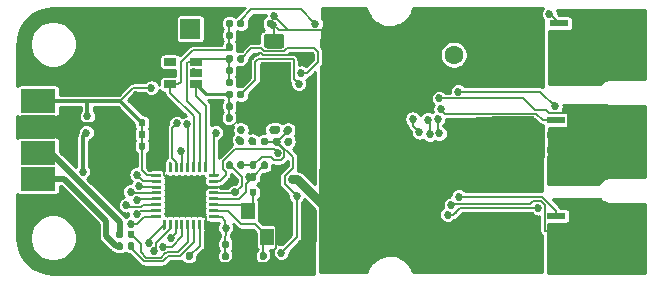
<source format=gtl>
G04 #@! TF.GenerationSoftware,KiCad,Pcbnew,5.1.6*
G04 #@! TF.CreationDate,2020-08-22T21:51:44-04:00*
G04 #@! TF.ProjectId,bldc-controller,626c6463-2d63-46f6-9e74-726f6c6c6572,rev?*
G04 #@! TF.SameCoordinates,Original*
G04 #@! TF.FileFunction,Copper,L1,Top*
G04 #@! TF.FilePolarity,Positive*
%FSLAX46Y46*%
G04 Gerber Fmt 4.6, Leading zero omitted, Abs format (unit mm)*
G04 Created by KiCad (PCBNEW 5.1.6) date 2020-08-22 21:51:44*
%MOMM*%
%LPD*%
G01*
G04 APERTURE LIST*
G04 #@! TA.AperFunction,Conductor*
%ADD10R,2.620000X3.520000*%
G04 #@! TD*
G04 #@! TA.AperFunction,ViaPad*
%ADD11C,0.500000*%
G04 #@! TD*
G04 #@! TA.AperFunction,SMDPad,CuDef*
%ADD12R,0.615000X3.140000*%
G04 #@! TD*
G04 #@! TA.AperFunction,SMDPad,CuDef*
%ADD13R,3.550000X4.410000*%
G04 #@! TD*
G04 #@! TA.AperFunction,SMDPad,CuDef*
%ADD14R,1.350000X0.600000*%
G04 #@! TD*
G04 #@! TA.AperFunction,SMDPad,CuDef*
%ADD15R,1.550000X0.600000*%
G04 #@! TD*
G04 #@! TA.AperFunction,SMDPad,CuDef*
%ADD16R,2.500000X4.000000*%
G04 #@! TD*
G04 #@! TA.AperFunction,ComponentPad*
%ADD17C,1.600000*%
G04 #@! TD*
G04 #@! TA.AperFunction,ComponentPad*
%ADD18R,1.600000X1.600000*%
G04 #@! TD*
G04 #@! TA.AperFunction,SMDPad,CuDef*
%ADD19R,3.000000X2.000000*%
G04 #@! TD*
G04 #@! TA.AperFunction,SMDPad,CuDef*
%ADD20R,3.000000X5.400000*%
G04 #@! TD*
G04 #@! TA.AperFunction,SMDPad,CuDef*
%ADD21R,1.060000X0.650000*%
G04 #@! TD*
G04 #@! TA.AperFunction,ComponentPad*
%ADD22O,1.700000X1.700000*%
G04 #@! TD*
G04 #@! TA.AperFunction,ComponentPad*
%ADD23R,1.700000X1.700000*%
G04 #@! TD*
G04 #@! TA.AperFunction,SMDPad,CuDef*
%ADD24R,1.150000X1.400000*%
G04 #@! TD*
G04 #@! TA.AperFunction,SMDPad,CuDef*
%ADD25R,3.450000X3.450000*%
G04 #@! TD*
G04 #@! TA.AperFunction,ViaPad*
%ADD26C,0.685800*%
G04 #@! TD*
G04 #@! TA.AperFunction,Conductor*
%ADD27C,0.152400*%
G04 #@! TD*
G04 #@! TA.AperFunction,Conductor*
%ADD28C,0.300000*%
G04 #@! TD*
G04 #@! TA.AperFunction,Conductor*
%ADD29C,0.750000*%
G04 #@! TD*
G04 #@! TA.AperFunction,Conductor*
%ADD30C,0.200000*%
G04 #@! TD*
G04 #@! TA.AperFunction,Conductor*
%ADD31C,0.250000*%
G04 #@! TD*
G04 #@! TA.AperFunction,Conductor*
%ADD32C,0.500000*%
G04 #@! TD*
G04 #@! TA.AperFunction,Conductor*
%ADD33C,0.254000*%
G04 #@! TD*
G04 APERTURE END LIST*
D10*
X47350000Y-106750000D03*
D11*
X48410000Y-108260000D03*
X48410000Y-107253333D03*
X48410000Y-106246667D03*
X48410000Y-105240000D03*
X47350000Y-108260000D03*
X47350000Y-107253333D03*
X47350000Y-106246667D03*
X47350000Y-105240000D03*
X46290000Y-108260000D03*
X46290000Y-107253333D03*
X46290000Y-106246667D03*
X46290000Y-105240000D03*
D12*
X70633500Y-120585000D03*
D13*
X67458500Y-119950000D03*
D14*
X65011000Y-118045000D03*
X65011000Y-121855000D03*
X65011000Y-120585000D03*
D15*
X71101000Y-121855000D03*
X71101000Y-118045000D03*
X71101000Y-120585000D03*
X71101000Y-119315000D03*
D14*
X65011000Y-119315000D03*
D12*
X70633500Y-112447000D03*
D13*
X67458500Y-111812000D03*
D14*
X65011000Y-109907000D03*
X65011000Y-113717000D03*
X65011000Y-112447000D03*
D15*
X71101000Y-113717000D03*
X71101000Y-109907000D03*
X71101000Y-112447000D03*
X71101000Y-111177000D03*
D14*
X65011000Y-111177000D03*
D12*
X70887500Y-104285000D03*
D13*
X67712500Y-103650000D03*
D14*
X65265000Y-101745000D03*
X65265000Y-105555000D03*
X65265000Y-104285000D03*
D15*
X71355000Y-105555000D03*
X71355000Y-101745000D03*
X71355000Y-104285000D03*
X71355000Y-103015000D03*
D14*
X65265000Y-103015000D03*
D16*
X53300000Y-120900000D03*
D17*
X62400000Y-104400000D03*
D18*
X57400000Y-104400000D03*
D19*
X27200000Y-112700000D03*
X27200000Y-114900000D03*
X27200000Y-110500000D03*
X27200000Y-108300000D03*
G04 #@! TA.AperFunction,SMDPad,CuDef*
G36*
G01*
X34410000Y-120427500D02*
X34410000Y-120772500D01*
G75*
G02*
X34262500Y-120920000I-147500J0D01*
G01*
X33967500Y-120920000D01*
G75*
G02*
X33820000Y-120772500I0J147500D01*
G01*
X33820000Y-120427500D01*
G75*
G02*
X33967500Y-120280000I147500J0D01*
G01*
X34262500Y-120280000D01*
G75*
G02*
X34410000Y-120427500I0J-147500D01*
G01*
G37*
G04 #@! TD.AperFunction*
G04 #@! TA.AperFunction,SMDPad,CuDef*
G36*
G01*
X35380000Y-120427500D02*
X35380000Y-120772500D01*
G75*
G02*
X35232500Y-120920000I-147500J0D01*
G01*
X34937500Y-120920000D01*
G75*
G02*
X34790000Y-120772500I0J147500D01*
G01*
X34790000Y-120427500D01*
G75*
G02*
X34937500Y-120280000I147500J0D01*
G01*
X35232500Y-120280000D01*
G75*
G02*
X35380000Y-120427500I0J-147500D01*
G01*
G37*
G04 #@! TD.AperFunction*
G04 #@! TA.AperFunction,SMDPad,CuDef*
G36*
G01*
X34410000Y-119427500D02*
X34410000Y-119772500D01*
G75*
G02*
X34262500Y-119920000I-147500J0D01*
G01*
X33967500Y-119920000D01*
G75*
G02*
X33820000Y-119772500I0J147500D01*
G01*
X33820000Y-119427500D01*
G75*
G02*
X33967500Y-119280000I147500J0D01*
G01*
X34262500Y-119280000D01*
G75*
G02*
X34410000Y-119427500I0J-147500D01*
G01*
G37*
G04 #@! TD.AperFunction*
G04 #@! TA.AperFunction,SMDPad,CuDef*
G36*
G01*
X35380000Y-119427500D02*
X35380000Y-119772500D01*
G75*
G02*
X35232500Y-119920000I-147500J0D01*
G01*
X34937500Y-119920000D01*
G75*
G02*
X34790000Y-119772500I0J147500D01*
G01*
X34790000Y-119427500D01*
G75*
G02*
X34937500Y-119280000I147500J0D01*
G01*
X35232500Y-119280000D01*
G75*
G02*
X35380000Y-119427500I0J-147500D01*
G01*
G37*
G04 #@! TD.AperFunction*
D20*
X77250000Y-119950000D03*
X77250000Y-103550000D03*
X77250000Y-111750000D03*
G04 #@! TA.AperFunction,SMDPad,CuDef*
G36*
G01*
X47710000Y-110577500D02*
X47710000Y-110922500D01*
G75*
G02*
X47562500Y-111070000I-147500J0D01*
G01*
X47267500Y-111070000D01*
G75*
G02*
X47120000Y-110922500I0J147500D01*
G01*
X47120000Y-110577500D01*
G75*
G02*
X47267500Y-110430000I147500J0D01*
G01*
X47562500Y-110430000D01*
G75*
G02*
X47710000Y-110577500I0J-147500D01*
G01*
G37*
G04 #@! TD.AperFunction*
G04 #@! TA.AperFunction,SMDPad,CuDef*
G36*
G01*
X48680000Y-110577500D02*
X48680000Y-110922500D01*
G75*
G02*
X48532500Y-111070000I-147500J0D01*
G01*
X48237500Y-111070000D01*
G75*
G02*
X48090000Y-110922500I0J147500D01*
G01*
X48090000Y-110577500D01*
G75*
G02*
X48237500Y-110430000I147500J0D01*
G01*
X48532500Y-110430000D01*
G75*
G02*
X48680000Y-110577500I0J-147500D01*
G01*
G37*
G04 #@! TD.AperFunction*
D21*
X40600000Y-105950000D03*
X40600000Y-105000000D03*
X40600000Y-106900000D03*
X38400000Y-106900000D03*
X38400000Y-105950000D03*
X38400000Y-105000000D03*
G04 #@! TA.AperFunction,SMDPad,CuDef*
G36*
G01*
X44090000Y-105922500D02*
X44090000Y-105577500D01*
G75*
G02*
X44237500Y-105430000I147500J0D01*
G01*
X44532500Y-105430000D01*
G75*
G02*
X44680000Y-105577500I0J-147500D01*
G01*
X44680000Y-105922500D01*
G75*
G02*
X44532500Y-106070000I-147500J0D01*
G01*
X44237500Y-106070000D01*
G75*
G02*
X44090000Y-105922500I0J147500D01*
G01*
G37*
G04 #@! TD.AperFunction*
G04 #@! TA.AperFunction,SMDPad,CuDef*
G36*
G01*
X43120000Y-105922500D02*
X43120000Y-105577500D01*
G75*
G02*
X43267500Y-105430000I147500J0D01*
G01*
X43562500Y-105430000D01*
G75*
G02*
X43710000Y-105577500I0J-147500D01*
G01*
X43710000Y-105922500D01*
G75*
G02*
X43562500Y-106070000I-147500J0D01*
G01*
X43267500Y-106070000D01*
G75*
G02*
X43120000Y-105922500I0J147500D01*
G01*
G37*
G04 #@! TD.AperFunction*
G04 #@! TA.AperFunction,SMDPad,CuDef*
G36*
G01*
X43710000Y-104577500D02*
X43710000Y-104922500D01*
G75*
G02*
X43562500Y-105070000I-147500J0D01*
G01*
X43267500Y-105070000D01*
G75*
G02*
X43120000Y-104922500I0J147500D01*
G01*
X43120000Y-104577500D01*
G75*
G02*
X43267500Y-104430000I147500J0D01*
G01*
X43562500Y-104430000D01*
G75*
G02*
X43710000Y-104577500I0J-147500D01*
G01*
G37*
G04 #@! TD.AperFunction*
G04 #@! TA.AperFunction,SMDPad,CuDef*
G36*
G01*
X44680000Y-104577500D02*
X44680000Y-104922500D01*
G75*
G02*
X44532500Y-105070000I-147500J0D01*
G01*
X44237500Y-105070000D01*
G75*
G02*
X44090000Y-104922500I0J147500D01*
G01*
X44090000Y-104577500D01*
G75*
G02*
X44237500Y-104430000I147500J0D01*
G01*
X44532500Y-104430000D01*
G75*
G02*
X44680000Y-104577500I0J-147500D01*
G01*
G37*
G04 #@! TD.AperFunction*
G04 #@! TA.AperFunction,SMDPad,CuDef*
G36*
G01*
X44090000Y-108922500D02*
X44090000Y-108577500D01*
G75*
G02*
X44237500Y-108430000I147500J0D01*
G01*
X44532500Y-108430000D01*
G75*
G02*
X44680000Y-108577500I0J-147500D01*
G01*
X44680000Y-108922500D01*
G75*
G02*
X44532500Y-109070000I-147500J0D01*
G01*
X44237500Y-109070000D01*
G75*
G02*
X44090000Y-108922500I0J147500D01*
G01*
G37*
G04 #@! TD.AperFunction*
G04 #@! TA.AperFunction,SMDPad,CuDef*
G36*
G01*
X43120000Y-108922500D02*
X43120000Y-108577500D01*
G75*
G02*
X43267500Y-108430000I147500J0D01*
G01*
X43562500Y-108430000D01*
G75*
G02*
X43710000Y-108577500I0J-147500D01*
G01*
X43710000Y-108922500D01*
G75*
G02*
X43562500Y-109070000I-147500J0D01*
G01*
X43267500Y-109070000D01*
G75*
G02*
X43120000Y-108922500I0J147500D01*
G01*
G37*
G04 #@! TD.AperFunction*
G04 #@! TA.AperFunction,SMDPad,CuDef*
G36*
G01*
X43710000Y-107577500D02*
X43710000Y-107922500D01*
G75*
G02*
X43562500Y-108070000I-147500J0D01*
G01*
X43267500Y-108070000D01*
G75*
G02*
X43120000Y-107922500I0J147500D01*
G01*
X43120000Y-107577500D01*
G75*
G02*
X43267500Y-107430000I147500J0D01*
G01*
X43562500Y-107430000D01*
G75*
G02*
X43710000Y-107577500I0J-147500D01*
G01*
G37*
G04 #@! TD.AperFunction*
G04 #@! TA.AperFunction,SMDPad,CuDef*
G36*
G01*
X44680000Y-107577500D02*
X44680000Y-107922500D01*
G75*
G02*
X44532500Y-108070000I-147500J0D01*
G01*
X44237500Y-108070000D01*
G75*
G02*
X44090000Y-107922500I0J147500D01*
G01*
X44090000Y-107577500D01*
G75*
G02*
X44237500Y-107430000I147500J0D01*
G01*
X44532500Y-107430000D01*
G75*
G02*
X44680000Y-107577500I0J-147500D01*
G01*
G37*
G04 #@! TD.AperFunction*
G04 #@! TA.AperFunction,SMDPad,CuDef*
G36*
G01*
X44090000Y-102922500D02*
X44090000Y-102577500D01*
G75*
G02*
X44237500Y-102430000I147500J0D01*
G01*
X44532500Y-102430000D01*
G75*
G02*
X44680000Y-102577500I0J-147500D01*
G01*
X44680000Y-102922500D01*
G75*
G02*
X44532500Y-103070000I-147500J0D01*
G01*
X44237500Y-103070000D01*
G75*
G02*
X44090000Y-102922500I0J147500D01*
G01*
G37*
G04 #@! TD.AperFunction*
G04 #@! TA.AperFunction,SMDPad,CuDef*
G36*
G01*
X43120000Y-102922500D02*
X43120000Y-102577500D01*
G75*
G02*
X43267500Y-102430000I147500J0D01*
G01*
X43562500Y-102430000D01*
G75*
G02*
X43710000Y-102577500I0J-147500D01*
G01*
X43710000Y-102922500D01*
G75*
G02*
X43562500Y-103070000I-147500J0D01*
G01*
X43267500Y-103070000D01*
G75*
G02*
X43120000Y-102922500I0J147500D01*
G01*
G37*
G04 #@! TD.AperFunction*
G04 #@! TA.AperFunction,SMDPad,CuDef*
G36*
G01*
X43710000Y-101577500D02*
X43710000Y-101922500D01*
G75*
G02*
X43562500Y-102070000I-147500J0D01*
G01*
X43267500Y-102070000D01*
G75*
G02*
X43120000Y-101922500I0J147500D01*
G01*
X43120000Y-101577500D01*
G75*
G02*
X43267500Y-101430000I147500J0D01*
G01*
X43562500Y-101430000D01*
G75*
G02*
X43710000Y-101577500I0J-147500D01*
G01*
G37*
G04 #@! TD.AperFunction*
G04 #@! TA.AperFunction,SMDPad,CuDef*
G36*
G01*
X44680000Y-101577500D02*
X44680000Y-101922500D01*
G75*
G02*
X44532500Y-102070000I-147500J0D01*
G01*
X44237500Y-102070000D01*
G75*
G02*
X44090000Y-101922500I0J147500D01*
G01*
X44090000Y-101577500D01*
G75*
G02*
X44237500Y-101430000I147500J0D01*
G01*
X44532500Y-101430000D01*
G75*
G02*
X44680000Y-101577500I0J-147500D01*
G01*
G37*
G04 #@! TD.AperFunction*
G04 #@! TA.AperFunction,SMDPad,CuDef*
G36*
G01*
X43710000Y-113577500D02*
X43710000Y-113922500D01*
G75*
G02*
X43562500Y-114070000I-147500J0D01*
G01*
X43267500Y-114070000D01*
G75*
G02*
X43120000Y-113922500I0J147500D01*
G01*
X43120000Y-113577500D01*
G75*
G02*
X43267500Y-113430000I147500J0D01*
G01*
X43562500Y-113430000D01*
G75*
G02*
X43710000Y-113577500I0J-147500D01*
G01*
G37*
G04 #@! TD.AperFunction*
G04 #@! TA.AperFunction,SMDPad,CuDef*
G36*
G01*
X44680000Y-113577500D02*
X44680000Y-113922500D01*
G75*
G02*
X44532500Y-114070000I-147500J0D01*
G01*
X44237500Y-114070000D01*
G75*
G02*
X44090000Y-113922500I0J147500D01*
G01*
X44090000Y-113577500D01*
G75*
G02*
X44237500Y-113430000I147500J0D01*
G01*
X44532500Y-113430000D01*
G75*
G02*
X44680000Y-113577500I0J-147500D01*
G01*
G37*
G04 #@! TD.AperFunction*
G04 #@! TA.AperFunction,SMDPad,CuDef*
G36*
G01*
X40690000Y-121622500D02*
X40690000Y-121277500D01*
G75*
G02*
X40837500Y-121130000I147500J0D01*
G01*
X41132500Y-121130000D01*
G75*
G02*
X41280000Y-121277500I0J-147500D01*
G01*
X41280000Y-121622500D01*
G75*
G02*
X41132500Y-121770000I-147500J0D01*
G01*
X40837500Y-121770000D01*
G75*
G02*
X40690000Y-121622500I0J147500D01*
G01*
G37*
G04 #@! TD.AperFunction*
G04 #@! TA.AperFunction,SMDPad,CuDef*
G36*
G01*
X39720000Y-121622500D02*
X39720000Y-121277500D01*
G75*
G02*
X39867500Y-121130000I147500J0D01*
G01*
X40162500Y-121130000D01*
G75*
G02*
X40310000Y-121277500I0J-147500D01*
G01*
X40310000Y-121622500D01*
G75*
G02*
X40162500Y-121770000I-147500J0D01*
G01*
X39867500Y-121770000D01*
G75*
G02*
X39720000Y-121622500I0J147500D01*
G01*
G37*
G04 #@! TD.AperFunction*
G04 #@! TA.AperFunction,SMDPad,CuDef*
G36*
G01*
X45710000Y-113577500D02*
X45710000Y-113922500D01*
G75*
G02*
X45562500Y-114070000I-147500J0D01*
G01*
X45267500Y-114070000D01*
G75*
G02*
X45120000Y-113922500I0J147500D01*
G01*
X45120000Y-113577500D01*
G75*
G02*
X45267500Y-113430000I147500J0D01*
G01*
X45562500Y-113430000D01*
G75*
G02*
X45710000Y-113577500I0J-147500D01*
G01*
G37*
G04 #@! TD.AperFunction*
G04 #@! TA.AperFunction,SMDPad,CuDef*
G36*
G01*
X46680000Y-113577500D02*
X46680000Y-113922500D01*
G75*
G02*
X46532500Y-114070000I-147500J0D01*
G01*
X46237500Y-114070000D01*
G75*
G02*
X46090000Y-113922500I0J147500D01*
G01*
X46090000Y-113577500D01*
G75*
G02*
X46237500Y-113430000I147500J0D01*
G01*
X46532500Y-113430000D01*
G75*
G02*
X46680000Y-113577500I0J-147500D01*
G01*
G37*
G04 #@! TD.AperFunction*
D22*
X37560000Y-102200000D03*
D23*
X40100000Y-102200000D03*
G04 #@! TA.AperFunction,SMDPad,CuDef*
G36*
G01*
X46575000Y-105425000D02*
X47825000Y-105425000D01*
G75*
G02*
X48075000Y-105675000I0J-250000D01*
G01*
X48075000Y-106425000D01*
G75*
G02*
X47825000Y-106675000I-250000J0D01*
G01*
X46575000Y-106675000D01*
G75*
G02*
X46325000Y-106425000I0J250000D01*
G01*
X46325000Y-105675000D01*
G75*
G02*
X46575000Y-105425000I250000J0D01*
G01*
G37*
G04 #@! TD.AperFunction*
G04 #@! TA.AperFunction,SMDPad,CuDef*
G36*
G01*
X46575000Y-102625000D02*
X47825000Y-102625000D01*
G75*
G02*
X48075000Y-102875000I0J-250000D01*
G01*
X48075000Y-103625000D01*
G75*
G02*
X47825000Y-103875000I-250000J0D01*
G01*
X46575000Y-103875000D01*
G75*
G02*
X46325000Y-103625000I0J250000D01*
G01*
X46325000Y-102875000D01*
G75*
G02*
X46575000Y-102625000I250000J0D01*
G01*
G37*
G04 #@! TD.AperFunction*
G04 #@! TA.AperFunction,SMDPad,CuDef*
G36*
G01*
X46210000Y-101577500D02*
X46210000Y-101922500D01*
G75*
G02*
X46062500Y-102070000I-147500J0D01*
G01*
X45767500Y-102070000D01*
G75*
G02*
X45620000Y-101922500I0J147500D01*
G01*
X45620000Y-101577500D01*
G75*
G02*
X45767500Y-101430000I147500J0D01*
G01*
X46062500Y-101430000D01*
G75*
G02*
X46210000Y-101577500I0J-147500D01*
G01*
G37*
G04 #@! TD.AperFunction*
G04 #@! TA.AperFunction,SMDPad,CuDef*
G36*
G01*
X47180000Y-101577500D02*
X47180000Y-101922500D01*
G75*
G02*
X47032500Y-102070000I-147500J0D01*
G01*
X46737500Y-102070000D01*
G75*
G02*
X46590000Y-101922500I0J147500D01*
G01*
X46590000Y-101577500D01*
G75*
G02*
X46737500Y-101430000I147500J0D01*
G01*
X47032500Y-101430000D01*
G75*
G02*
X47180000Y-101577500I0J-147500D01*
G01*
G37*
G04 #@! TD.AperFunction*
G04 #@! TA.AperFunction,SMDPad,CuDef*
G36*
G01*
X44090000Y-106922500D02*
X44090000Y-106577500D01*
G75*
G02*
X44237500Y-106430000I147500J0D01*
G01*
X44532500Y-106430000D01*
G75*
G02*
X44680000Y-106577500I0J-147500D01*
G01*
X44680000Y-106922500D01*
G75*
G02*
X44532500Y-107070000I-147500J0D01*
G01*
X44237500Y-107070000D01*
G75*
G02*
X44090000Y-106922500I0J147500D01*
G01*
G37*
G04 #@! TD.AperFunction*
G04 #@! TA.AperFunction,SMDPad,CuDef*
G36*
G01*
X43120000Y-106922500D02*
X43120000Y-106577500D01*
G75*
G02*
X43267500Y-106430000I147500J0D01*
G01*
X43562500Y-106430000D01*
G75*
G02*
X43710000Y-106577500I0J-147500D01*
G01*
X43710000Y-106922500D01*
G75*
G02*
X43562500Y-107070000I-147500J0D01*
G01*
X43267500Y-107070000D01*
G75*
G02*
X43120000Y-106922500I0J147500D01*
G01*
G37*
G04 #@! TD.AperFunction*
G04 #@! TA.AperFunction,SMDPad,CuDef*
G36*
G01*
X44075000Y-109922500D02*
X44075000Y-109577500D01*
G75*
G02*
X44222500Y-109430000I147500J0D01*
G01*
X44517500Y-109430000D01*
G75*
G02*
X44665000Y-109577500I0J-147500D01*
G01*
X44665000Y-109922500D01*
G75*
G02*
X44517500Y-110070000I-147500J0D01*
G01*
X44222500Y-110070000D01*
G75*
G02*
X44075000Y-109922500I0J147500D01*
G01*
G37*
G04 #@! TD.AperFunction*
G04 #@! TA.AperFunction,SMDPad,CuDef*
G36*
G01*
X43105000Y-109922500D02*
X43105000Y-109577500D01*
G75*
G02*
X43252500Y-109430000I147500J0D01*
G01*
X43547500Y-109430000D01*
G75*
G02*
X43695000Y-109577500I0J-147500D01*
G01*
X43695000Y-109922500D01*
G75*
G02*
X43547500Y-110070000I-147500J0D01*
G01*
X43252500Y-110070000D01*
G75*
G02*
X43105000Y-109922500I0J147500D01*
G01*
G37*
G04 #@! TD.AperFunction*
G04 #@! TA.AperFunction,SMDPad,CuDef*
G36*
G01*
X44090000Y-103922500D02*
X44090000Y-103577500D01*
G75*
G02*
X44237500Y-103430000I147500J0D01*
G01*
X44532500Y-103430000D01*
G75*
G02*
X44680000Y-103577500I0J-147500D01*
G01*
X44680000Y-103922500D01*
G75*
G02*
X44532500Y-104070000I-147500J0D01*
G01*
X44237500Y-104070000D01*
G75*
G02*
X44090000Y-103922500I0J147500D01*
G01*
G37*
G04 #@! TD.AperFunction*
G04 #@! TA.AperFunction,SMDPad,CuDef*
G36*
G01*
X43120000Y-103922500D02*
X43120000Y-103577500D01*
G75*
G02*
X43267500Y-103430000I147500J0D01*
G01*
X43562500Y-103430000D01*
G75*
G02*
X43710000Y-103577500I0J-147500D01*
G01*
X43710000Y-103922500D01*
G75*
G02*
X43562500Y-104070000I-147500J0D01*
G01*
X43267500Y-104070000D01*
G75*
G02*
X43120000Y-103922500I0J147500D01*
G01*
G37*
G04 #@! TD.AperFunction*
G04 #@! TA.AperFunction,SMDPad,CuDef*
G36*
G01*
X36690000Y-111322500D02*
X36690000Y-110977500D01*
G75*
G02*
X36837500Y-110830000I147500J0D01*
G01*
X37132500Y-110830000D01*
G75*
G02*
X37280000Y-110977500I0J-147500D01*
G01*
X37280000Y-111322500D01*
G75*
G02*
X37132500Y-111470000I-147500J0D01*
G01*
X36837500Y-111470000D01*
G75*
G02*
X36690000Y-111322500I0J147500D01*
G01*
G37*
G04 #@! TD.AperFunction*
G04 #@! TA.AperFunction,SMDPad,CuDef*
G36*
G01*
X35720000Y-111322500D02*
X35720000Y-110977500D01*
G75*
G02*
X35867500Y-110830000I147500J0D01*
G01*
X36162500Y-110830000D01*
G75*
G02*
X36310000Y-110977500I0J-147500D01*
G01*
X36310000Y-111322500D01*
G75*
G02*
X36162500Y-111470000I-147500J0D01*
G01*
X35867500Y-111470000D01*
G75*
G02*
X35720000Y-111322500I0J147500D01*
G01*
G37*
G04 #@! TD.AperFunction*
G04 #@! TA.AperFunction,SMDPad,CuDef*
G36*
G01*
X42410000Y-120277500D02*
X42410000Y-120622500D01*
G75*
G02*
X42262500Y-120770000I-147500J0D01*
G01*
X41967500Y-120770000D01*
G75*
G02*
X41820000Y-120622500I0J147500D01*
G01*
X41820000Y-120277500D01*
G75*
G02*
X41967500Y-120130000I147500J0D01*
G01*
X42262500Y-120130000D01*
G75*
G02*
X42410000Y-120277500I0J-147500D01*
G01*
G37*
G04 #@! TD.AperFunction*
G04 #@! TA.AperFunction,SMDPad,CuDef*
G36*
G01*
X43380000Y-120277500D02*
X43380000Y-120622500D01*
G75*
G02*
X43232500Y-120770000I-147500J0D01*
G01*
X42937500Y-120770000D01*
G75*
G02*
X42790000Y-120622500I0J147500D01*
G01*
X42790000Y-120277500D01*
G75*
G02*
X42937500Y-120130000I147500J0D01*
G01*
X43232500Y-120130000D01*
G75*
G02*
X43380000Y-120277500I0J-147500D01*
G01*
G37*
G04 #@! TD.AperFunction*
G04 #@! TA.AperFunction,SMDPad,CuDef*
G36*
G01*
X36690000Y-110322500D02*
X36690000Y-109977500D01*
G75*
G02*
X36837500Y-109830000I147500J0D01*
G01*
X37132500Y-109830000D01*
G75*
G02*
X37280000Y-109977500I0J-147500D01*
G01*
X37280000Y-110322500D01*
G75*
G02*
X37132500Y-110470000I-147500J0D01*
G01*
X36837500Y-110470000D01*
G75*
G02*
X36690000Y-110322500I0J147500D01*
G01*
G37*
G04 #@! TD.AperFunction*
G04 #@! TA.AperFunction,SMDPad,CuDef*
G36*
G01*
X35720000Y-110322500D02*
X35720000Y-109977500D01*
G75*
G02*
X35867500Y-109830000I147500J0D01*
G01*
X36162500Y-109830000D01*
G75*
G02*
X36310000Y-109977500I0J-147500D01*
G01*
X36310000Y-110322500D01*
G75*
G02*
X36162500Y-110470000I-147500J0D01*
G01*
X35867500Y-110470000D01*
G75*
G02*
X35720000Y-110322500I0J147500D01*
G01*
G37*
G04 #@! TD.AperFunction*
G04 #@! TA.AperFunction,SMDPad,CuDef*
G36*
G01*
X36690000Y-112322500D02*
X36690000Y-111977500D01*
G75*
G02*
X36837500Y-111830000I147500J0D01*
G01*
X37132500Y-111830000D01*
G75*
G02*
X37280000Y-111977500I0J-147500D01*
G01*
X37280000Y-112322500D01*
G75*
G02*
X37132500Y-112470000I-147500J0D01*
G01*
X36837500Y-112470000D01*
G75*
G02*
X36690000Y-112322500I0J147500D01*
G01*
G37*
G04 #@! TD.AperFunction*
G04 #@! TA.AperFunction,SMDPad,CuDef*
G36*
G01*
X35720000Y-112322500D02*
X35720000Y-111977500D01*
G75*
G02*
X35867500Y-111830000I147500J0D01*
G01*
X36162500Y-111830000D01*
G75*
G02*
X36310000Y-111977500I0J-147500D01*
G01*
X36310000Y-112322500D01*
G75*
G02*
X36162500Y-112470000I-147500J0D01*
G01*
X35867500Y-112470000D01*
G75*
G02*
X35720000Y-112322500I0J147500D01*
G01*
G37*
G04 #@! TD.AperFunction*
G04 #@! TA.AperFunction,SMDPad,CuDef*
G36*
G01*
X46090000Y-114922500D02*
X46090000Y-114577500D01*
G75*
G02*
X46237500Y-114430000I147500J0D01*
G01*
X46532500Y-114430000D01*
G75*
G02*
X46680000Y-114577500I0J-147500D01*
G01*
X46680000Y-114922500D01*
G75*
G02*
X46532500Y-115070000I-147500J0D01*
G01*
X46237500Y-115070000D01*
G75*
G02*
X46090000Y-114922500I0J147500D01*
G01*
G37*
G04 #@! TD.AperFunction*
G04 #@! TA.AperFunction,SMDPad,CuDef*
G36*
G01*
X45120000Y-114922500D02*
X45120000Y-114577500D01*
G75*
G02*
X45267500Y-114430000I147500J0D01*
G01*
X45562500Y-114430000D01*
G75*
G02*
X45710000Y-114577500I0J-147500D01*
G01*
X45710000Y-114922500D01*
G75*
G02*
X45562500Y-115070000I-147500J0D01*
G01*
X45267500Y-115070000D01*
G75*
G02*
X45120000Y-114922500I0J147500D01*
G01*
G37*
G04 #@! TD.AperFunction*
G04 #@! TA.AperFunction,SMDPad,CuDef*
G36*
G01*
X42410000Y-121277500D02*
X42410000Y-121622500D01*
G75*
G02*
X42262500Y-121770000I-147500J0D01*
G01*
X41967500Y-121770000D01*
G75*
G02*
X41820000Y-121622500I0J147500D01*
G01*
X41820000Y-121277500D01*
G75*
G02*
X41967500Y-121130000I147500J0D01*
G01*
X42262500Y-121130000D01*
G75*
G02*
X42410000Y-121277500I0J-147500D01*
G01*
G37*
G04 #@! TD.AperFunction*
G04 #@! TA.AperFunction,SMDPad,CuDef*
G36*
G01*
X43380000Y-121277500D02*
X43380000Y-121622500D01*
G75*
G02*
X43232500Y-121770000I-147500J0D01*
G01*
X42937500Y-121770000D01*
G75*
G02*
X42790000Y-121622500I0J147500D01*
G01*
X42790000Y-121277500D01*
G75*
G02*
X42937500Y-121130000I147500J0D01*
G01*
X43232500Y-121130000D01*
G75*
G02*
X43380000Y-121277500I0J-147500D01*
G01*
G37*
G04 #@! TD.AperFunction*
G04 #@! TA.AperFunction,SMDPad,CuDef*
G36*
G01*
X46090000Y-116222500D02*
X46090000Y-115877500D01*
G75*
G02*
X46237500Y-115730000I147500J0D01*
G01*
X46532500Y-115730000D01*
G75*
G02*
X46680000Y-115877500I0J-147500D01*
G01*
X46680000Y-116222500D01*
G75*
G02*
X46532500Y-116370000I-147500J0D01*
G01*
X46237500Y-116370000D01*
G75*
G02*
X46090000Y-116222500I0J147500D01*
G01*
G37*
G04 #@! TD.AperFunction*
G04 #@! TA.AperFunction,SMDPad,CuDef*
G36*
G01*
X45120000Y-116222500D02*
X45120000Y-115877500D01*
G75*
G02*
X45267500Y-115730000I147500J0D01*
G01*
X45562500Y-115730000D01*
G75*
G02*
X45710000Y-115877500I0J-147500D01*
G01*
X45710000Y-116222500D01*
G75*
G02*
X45562500Y-116370000I-147500J0D01*
G01*
X45267500Y-116370000D01*
G75*
G02*
X45120000Y-116222500I0J147500D01*
G01*
G37*
G04 #@! TD.AperFunction*
G04 #@! TA.AperFunction,SMDPad,CuDef*
G36*
G01*
X45610000Y-121277500D02*
X45610000Y-121622500D01*
G75*
G02*
X45462500Y-121770000I-147500J0D01*
G01*
X45167500Y-121770000D01*
G75*
G02*
X45020000Y-121622500I0J147500D01*
G01*
X45020000Y-121277500D01*
G75*
G02*
X45167500Y-121130000I147500J0D01*
G01*
X45462500Y-121130000D01*
G75*
G02*
X45610000Y-121277500I0J-147500D01*
G01*
G37*
G04 #@! TD.AperFunction*
G04 #@! TA.AperFunction,SMDPad,CuDef*
G36*
G01*
X46580000Y-121277500D02*
X46580000Y-121622500D01*
G75*
G02*
X46432500Y-121770000I-147500J0D01*
G01*
X46137500Y-121770000D01*
G75*
G02*
X45990000Y-121622500I0J147500D01*
G01*
X45990000Y-121277500D01*
G75*
G02*
X46137500Y-121130000I147500J0D01*
G01*
X46432500Y-121130000D01*
G75*
G02*
X46580000Y-121277500I0J-147500D01*
G01*
G37*
G04 #@! TD.AperFunction*
D24*
X45000000Y-119850000D03*
X45000000Y-117650000D03*
X46600000Y-117650000D03*
X46600000Y-119850000D03*
D25*
X39650000Y-116350000D03*
G04 #@! TA.AperFunction,SMDPad,CuDef*
G36*
G01*
X41525000Y-118412500D02*
X41525000Y-119162500D01*
G75*
G02*
X41462500Y-119225000I-62500J0D01*
G01*
X41337500Y-119225000D01*
G75*
G02*
X41275000Y-119162500I0J62500D01*
G01*
X41275000Y-118412500D01*
G75*
G02*
X41337500Y-118350000I62500J0D01*
G01*
X41462500Y-118350000D01*
G75*
G02*
X41525000Y-118412500I0J-62500D01*
G01*
G37*
G04 #@! TD.AperFunction*
G04 #@! TA.AperFunction,SMDPad,CuDef*
G36*
G01*
X41025000Y-118412500D02*
X41025000Y-119162500D01*
G75*
G02*
X40962500Y-119225000I-62500J0D01*
G01*
X40837500Y-119225000D01*
G75*
G02*
X40775000Y-119162500I0J62500D01*
G01*
X40775000Y-118412500D01*
G75*
G02*
X40837500Y-118350000I62500J0D01*
G01*
X40962500Y-118350000D01*
G75*
G02*
X41025000Y-118412500I0J-62500D01*
G01*
G37*
G04 #@! TD.AperFunction*
G04 #@! TA.AperFunction,SMDPad,CuDef*
G36*
G01*
X40525000Y-118412500D02*
X40525000Y-119162500D01*
G75*
G02*
X40462500Y-119225000I-62500J0D01*
G01*
X40337500Y-119225000D01*
G75*
G02*
X40275000Y-119162500I0J62500D01*
G01*
X40275000Y-118412500D01*
G75*
G02*
X40337500Y-118350000I62500J0D01*
G01*
X40462500Y-118350000D01*
G75*
G02*
X40525000Y-118412500I0J-62500D01*
G01*
G37*
G04 #@! TD.AperFunction*
G04 #@! TA.AperFunction,SMDPad,CuDef*
G36*
G01*
X40025000Y-118412500D02*
X40025000Y-119162500D01*
G75*
G02*
X39962500Y-119225000I-62500J0D01*
G01*
X39837500Y-119225000D01*
G75*
G02*
X39775000Y-119162500I0J62500D01*
G01*
X39775000Y-118412500D01*
G75*
G02*
X39837500Y-118350000I62500J0D01*
G01*
X39962500Y-118350000D01*
G75*
G02*
X40025000Y-118412500I0J-62500D01*
G01*
G37*
G04 #@! TD.AperFunction*
G04 #@! TA.AperFunction,SMDPad,CuDef*
G36*
G01*
X39525000Y-118412500D02*
X39525000Y-119162500D01*
G75*
G02*
X39462500Y-119225000I-62500J0D01*
G01*
X39337500Y-119225000D01*
G75*
G02*
X39275000Y-119162500I0J62500D01*
G01*
X39275000Y-118412500D01*
G75*
G02*
X39337500Y-118350000I62500J0D01*
G01*
X39462500Y-118350000D01*
G75*
G02*
X39525000Y-118412500I0J-62500D01*
G01*
G37*
G04 #@! TD.AperFunction*
G04 #@! TA.AperFunction,SMDPad,CuDef*
G36*
G01*
X39025000Y-118412500D02*
X39025000Y-119162500D01*
G75*
G02*
X38962500Y-119225000I-62500J0D01*
G01*
X38837500Y-119225000D01*
G75*
G02*
X38775000Y-119162500I0J62500D01*
G01*
X38775000Y-118412500D01*
G75*
G02*
X38837500Y-118350000I62500J0D01*
G01*
X38962500Y-118350000D01*
G75*
G02*
X39025000Y-118412500I0J-62500D01*
G01*
G37*
G04 #@! TD.AperFunction*
G04 #@! TA.AperFunction,SMDPad,CuDef*
G36*
G01*
X38525000Y-118412500D02*
X38525000Y-119162500D01*
G75*
G02*
X38462500Y-119225000I-62500J0D01*
G01*
X38337500Y-119225000D01*
G75*
G02*
X38275000Y-119162500I0J62500D01*
G01*
X38275000Y-118412500D01*
G75*
G02*
X38337500Y-118350000I62500J0D01*
G01*
X38462500Y-118350000D01*
G75*
G02*
X38525000Y-118412500I0J-62500D01*
G01*
G37*
G04 #@! TD.AperFunction*
G04 #@! TA.AperFunction,SMDPad,CuDef*
G36*
G01*
X38025000Y-118412500D02*
X38025000Y-119162500D01*
G75*
G02*
X37962500Y-119225000I-62500J0D01*
G01*
X37837500Y-119225000D01*
G75*
G02*
X37775000Y-119162500I0J62500D01*
G01*
X37775000Y-118412500D01*
G75*
G02*
X37837500Y-118350000I62500J0D01*
G01*
X37962500Y-118350000D01*
G75*
G02*
X38025000Y-118412500I0J-62500D01*
G01*
G37*
G04 #@! TD.AperFunction*
G04 #@! TA.AperFunction,SMDPad,CuDef*
G36*
G01*
X37650000Y-118037500D02*
X37650000Y-118162500D01*
G75*
G02*
X37587500Y-118225000I-62500J0D01*
G01*
X36837500Y-118225000D01*
G75*
G02*
X36775000Y-118162500I0J62500D01*
G01*
X36775000Y-118037500D01*
G75*
G02*
X36837500Y-117975000I62500J0D01*
G01*
X37587500Y-117975000D01*
G75*
G02*
X37650000Y-118037500I0J-62500D01*
G01*
G37*
G04 #@! TD.AperFunction*
G04 #@! TA.AperFunction,SMDPad,CuDef*
G36*
G01*
X37650000Y-117537500D02*
X37650000Y-117662500D01*
G75*
G02*
X37587500Y-117725000I-62500J0D01*
G01*
X36837500Y-117725000D01*
G75*
G02*
X36775000Y-117662500I0J62500D01*
G01*
X36775000Y-117537500D01*
G75*
G02*
X36837500Y-117475000I62500J0D01*
G01*
X37587500Y-117475000D01*
G75*
G02*
X37650000Y-117537500I0J-62500D01*
G01*
G37*
G04 #@! TD.AperFunction*
G04 #@! TA.AperFunction,SMDPad,CuDef*
G36*
G01*
X37650000Y-117037500D02*
X37650000Y-117162500D01*
G75*
G02*
X37587500Y-117225000I-62500J0D01*
G01*
X36837500Y-117225000D01*
G75*
G02*
X36775000Y-117162500I0J62500D01*
G01*
X36775000Y-117037500D01*
G75*
G02*
X36837500Y-116975000I62500J0D01*
G01*
X37587500Y-116975000D01*
G75*
G02*
X37650000Y-117037500I0J-62500D01*
G01*
G37*
G04 #@! TD.AperFunction*
G04 #@! TA.AperFunction,SMDPad,CuDef*
G36*
G01*
X37650000Y-116537500D02*
X37650000Y-116662500D01*
G75*
G02*
X37587500Y-116725000I-62500J0D01*
G01*
X36837500Y-116725000D01*
G75*
G02*
X36775000Y-116662500I0J62500D01*
G01*
X36775000Y-116537500D01*
G75*
G02*
X36837500Y-116475000I62500J0D01*
G01*
X37587500Y-116475000D01*
G75*
G02*
X37650000Y-116537500I0J-62500D01*
G01*
G37*
G04 #@! TD.AperFunction*
G04 #@! TA.AperFunction,SMDPad,CuDef*
G36*
G01*
X37650000Y-116037500D02*
X37650000Y-116162500D01*
G75*
G02*
X37587500Y-116225000I-62500J0D01*
G01*
X36837500Y-116225000D01*
G75*
G02*
X36775000Y-116162500I0J62500D01*
G01*
X36775000Y-116037500D01*
G75*
G02*
X36837500Y-115975000I62500J0D01*
G01*
X37587500Y-115975000D01*
G75*
G02*
X37650000Y-116037500I0J-62500D01*
G01*
G37*
G04 #@! TD.AperFunction*
G04 #@! TA.AperFunction,SMDPad,CuDef*
G36*
G01*
X37650000Y-115537500D02*
X37650000Y-115662500D01*
G75*
G02*
X37587500Y-115725000I-62500J0D01*
G01*
X36837500Y-115725000D01*
G75*
G02*
X36775000Y-115662500I0J62500D01*
G01*
X36775000Y-115537500D01*
G75*
G02*
X36837500Y-115475000I62500J0D01*
G01*
X37587500Y-115475000D01*
G75*
G02*
X37650000Y-115537500I0J-62500D01*
G01*
G37*
G04 #@! TD.AperFunction*
G04 #@! TA.AperFunction,SMDPad,CuDef*
G36*
G01*
X37650000Y-115037500D02*
X37650000Y-115162500D01*
G75*
G02*
X37587500Y-115225000I-62500J0D01*
G01*
X36837500Y-115225000D01*
G75*
G02*
X36775000Y-115162500I0J62500D01*
G01*
X36775000Y-115037500D01*
G75*
G02*
X36837500Y-114975000I62500J0D01*
G01*
X37587500Y-114975000D01*
G75*
G02*
X37650000Y-115037500I0J-62500D01*
G01*
G37*
G04 #@! TD.AperFunction*
G04 #@! TA.AperFunction,SMDPad,CuDef*
G36*
G01*
X37650000Y-114537500D02*
X37650000Y-114662500D01*
G75*
G02*
X37587500Y-114725000I-62500J0D01*
G01*
X36837500Y-114725000D01*
G75*
G02*
X36775000Y-114662500I0J62500D01*
G01*
X36775000Y-114537500D01*
G75*
G02*
X36837500Y-114475000I62500J0D01*
G01*
X37587500Y-114475000D01*
G75*
G02*
X37650000Y-114537500I0J-62500D01*
G01*
G37*
G04 #@! TD.AperFunction*
G04 #@! TA.AperFunction,SMDPad,CuDef*
G36*
G01*
X38025000Y-113537500D02*
X38025000Y-114287500D01*
G75*
G02*
X37962500Y-114350000I-62500J0D01*
G01*
X37837500Y-114350000D01*
G75*
G02*
X37775000Y-114287500I0J62500D01*
G01*
X37775000Y-113537500D01*
G75*
G02*
X37837500Y-113475000I62500J0D01*
G01*
X37962500Y-113475000D01*
G75*
G02*
X38025000Y-113537500I0J-62500D01*
G01*
G37*
G04 #@! TD.AperFunction*
G04 #@! TA.AperFunction,SMDPad,CuDef*
G36*
G01*
X38525000Y-113537500D02*
X38525000Y-114287500D01*
G75*
G02*
X38462500Y-114350000I-62500J0D01*
G01*
X38337500Y-114350000D01*
G75*
G02*
X38275000Y-114287500I0J62500D01*
G01*
X38275000Y-113537500D01*
G75*
G02*
X38337500Y-113475000I62500J0D01*
G01*
X38462500Y-113475000D01*
G75*
G02*
X38525000Y-113537500I0J-62500D01*
G01*
G37*
G04 #@! TD.AperFunction*
G04 #@! TA.AperFunction,SMDPad,CuDef*
G36*
G01*
X39025000Y-113537500D02*
X39025000Y-114287500D01*
G75*
G02*
X38962500Y-114350000I-62500J0D01*
G01*
X38837500Y-114350000D01*
G75*
G02*
X38775000Y-114287500I0J62500D01*
G01*
X38775000Y-113537500D01*
G75*
G02*
X38837500Y-113475000I62500J0D01*
G01*
X38962500Y-113475000D01*
G75*
G02*
X39025000Y-113537500I0J-62500D01*
G01*
G37*
G04 #@! TD.AperFunction*
G04 #@! TA.AperFunction,SMDPad,CuDef*
G36*
G01*
X39525000Y-113537500D02*
X39525000Y-114287500D01*
G75*
G02*
X39462500Y-114350000I-62500J0D01*
G01*
X39337500Y-114350000D01*
G75*
G02*
X39275000Y-114287500I0J62500D01*
G01*
X39275000Y-113537500D01*
G75*
G02*
X39337500Y-113475000I62500J0D01*
G01*
X39462500Y-113475000D01*
G75*
G02*
X39525000Y-113537500I0J-62500D01*
G01*
G37*
G04 #@! TD.AperFunction*
G04 #@! TA.AperFunction,SMDPad,CuDef*
G36*
G01*
X40025000Y-113537500D02*
X40025000Y-114287500D01*
G75*
G02*
X39962500Y-114350000I-62500J0D01*
G01*
X39837500Y-114350000D01*
G75*
G02*
X39775000Y-114287500I0J62500D01*
G01*
X39775000Y-113537500D01*
G75*
G02*
X39837500Y-113475000I62500J0D01*
G01*
X39962500Y-113475000D01*
G75*
G02*
X40025000Y-113537500I0J-62500D01*
G01*
G37*
G04 #@! TD.AperFunction*
G04 #@! TA.AperFunction,SMDPad,CuDef*
G36*
G01*
X40525000Y-113537500D02*
X40525000Y-114287500D01*
G75*
G02*
X40462500Y-114350000I-62500J0D01*
G01*
X40337500Y-114350000D01*
G75*
G02*
X40275000Y-114287500I0J62500D01*
G01*
X40275000Y-113537500D01*
G75*
G02*
X40337500Y-113475000I62500J0D01*
G01*
X40462500Y-113475000D01*
G75*
G02*
X40525000Y-113537500I0J-62500D01*
G01*
G37*
G04 #@! TD.AperFunction*
G04 #@! TA.AperFunction,SMDPad,CuDef*
G36*
G01*
X41025000Y-113537500D02*
X41025000Y-114287500D01*
G75*
G02*
X40962500Y-114350000I-62500J0D01*
G01*
X40837500Y-114350000D01*
G75*
G02*
X40775000Y-114287500I0J62500D01*
G01*
X40775000Y-113537500D01*
G75*
G02*
X40837500Y-113475000I62500J0D01*
G01*
X40962500Y-113475000D01*
G75*
G02*
X41025000Y-113537500I0J-62500D01*
G01*
G37*
G04 #@! TD.AperFunction*
G04 #@! TA.AperFunction,SMDPad,CuDef*
G36*
G01*
X41525000Y-113537500D02*
X41525000Y-114287500D01*
G75*
G02*
X41462500Y-114350000I-62500J0D01*
G01*
X41337500Y-114350000D01*
G75*
G02*
X41275000Y-114287500I0J62500D01*
G01*
X41275000Y-113537500D01*
G75*
G02*
X41337500Y-113475000I62500J0D01*
G01*
X41462500Y-113475000D01*
G75*
G02*
X41525000Y-113537500I0J-62500D01*
G01*
G37*
G04 #@! TD.AperFunction*
G04 #@! TA.AperFunction,SMDPad,CuDef*
G36*
G01*
X42525000Y-114537500D02*
X42525000Y-114662500D01*
G75*
G02*
X42462500Y-114725000I-62500J0D01*
G01*
X41712500Y-114725000D01*
G75*
G02*
X41650000Y-114662500I0J62500D01*
G01*
X41650000Y-114537500D01*
G75*
G02*
X41712500Y-114475000I62500J0D01*
G01*
X42462500Y-114475000D01*
G75*
G02*
X42525000Y-114537500I0J-62500D01*
G01*
G37*
G04 #@! TD.AperFunction*
G04 #@! TA.AperFunction,SMDPad,CuDef*
G36*
G01*
X42525000Y-115037500D02*
X42525000Y-115162500D01*
G75*
G02*
X42462500Y-115225000I-62500J0D01*
G01*
X41712500Y-115225000D01*
G75*
G02*
X41650000Y-115162500I0J62500D01*
G01*
X41650000Y-115037500D01*
G75*
G02*
X41712500Y-114975000I62500J0D01*
G01*
X42462500Y-114975000D01*
G75*
G02*
X42525000Y-115037500I0J-62500D01*
G01*
G37*
G04 #@! TD.AperFunction*
G04 #@! TA.AperFunction,SMDPad,CuDef*
G36*
G01*
X42525000Y-115537500D02*
X42525000Y-115662500D01*
G75*
G02*
X42462500Y-115725000I-62500J0D01*
G01*
X41712500Y-115725000D01*
G75*
G02*
X41650000Y-115662500I0J62500D01*
G01*
X41650000Y-115537500D01*
G75*
G02*
X41712500Y-115475000I62500J0D01*
G01*
X42462500Y-115475000D01*
G75*
G02*
X42525000Y-115537500I0J-62500D01*
G01*
G37*
G04 #@! TD.AperFunction*
G04 #@! TA.AperFunction,SMDPad,CuDef*
G36*
G01*
X42525000Y-116037500D02*
X42525000Y-116162500D01*
G75*
G02*
X42462500Y-116225000I-62500J0D01*
G01*
X41712500Y-116225000D01*
G75*
G02*
X41650000Y-116162500I0J62500D01*
G01*
X41650000Y-116037500D01*
G75*
G02*
X41712500Y-115975000I62500J0D01*
G01*
X42462500Y-115975000D01*
G75*
G02*
X42525000Y-116037500I0J-62500D01*
G01*
G37*
G04 #@! TD.AperFunction*
G04 #@! TA.AperFunction,SMDPad,CuDef*
G36*
G01*
X42525000Y-116537500D02*
X42525000Y-116662500D01*
G75*
G02*
X42462500Y-116725000I-62500J0D01*
G01*
X41712500Y-116725000D01*
G75*
G02*
X41650000Y-116662500I0J62500D01*
G01*
X41650000Y-116537500D01*
G75*
G02*
X41712500Y-116475000I62500J0D01*
G01*
X42462500Y-116475000D01*
G75*
G02*
X42525000Y-116537500I0J-62500D01*
G01*
G37*
G04 #@! TD.AperFunction*
G04 #@! TA.AperFunction,SMDPad,CuDef*
G36*
G01*
X42525000Y-117037500D02*
X42525000Y-117162500D01*
G75*
G02*
X42462500Y-117225000I-62500J0D01*
G01*
X41712500Y-117225000D01*
G75*
G02*
X41650000Y-117162500I0J62500D01*
G01*
X41650000Y-117037500D01*
G75*
G02*
X41712500Y-116975000I62500J0D01*
G01*
X42462500Y-116975000D01*
G75*
G02*
X42525000Y-117037500I0J-62500D01*
G01*
G37*
G04 #@! TD.AperFunction*
G04 #@! TA.AperFunction,SMDPad,CuDef*
G36*
G01*
X42525000Y-117537500D02*
X42525000Y-117662500D01*
G75*
G02*
X42462500Y-117725000I-62500J0D01*
G01*
X41712500Y-117725000D01*
G75*
G02*
X41650000Y-117662500I0J62500D01*
G01*
X41650000Y-117537500D01*
G75*
G02*
X41712500Y-117475000I62500J0D01*
G01*
X42462500Y-117475000D01*
G75*
G02*
X42525000Y-117537500I0J-62500D01*
G01*
G37*
G04 #@! TD.AperFunction*
G04 #@! TA.AperFunction,SMDPad,CuDef*
G36*
G01*
X42525000Y-118037500D02*
X42525000Y-118162500D01*
G75*
G02*
X42462500Y-118225000I-62500J0D01*
G01*
X41712500Y-118225000D01*
G75*
G02*
X41650000Y-118162500I0J62500D01*
G01*
X41650000Y-118037500D01*
G75*
G02*
X41712500Y-117975000I62500J0D01*
G01*
X42462500Y-117975000D01*
G75*
G02*
X42525000Y-118037500I0J-62500D01*
G01*
G37*
G04 #@! TD.AperFunction*
G04 #@! TA.AperFunction,SMDPad,CuDef*
G36*
G01*
X46090000Y-111922500D02*
X46090000Y-111577500D01*
G75*
G02*
X46237500Y-111430000I147500J0D01*
G01*
X46532500Y-111430000D01*
G75*
G02*
X46680000Y-111577500I0J-147500D01*
G01*
X46680000Y-111922500D01*
G75*
G02*
X46532500Y-112070000I-147500J0D01*
G01*
X46237500Y-112070000D01*
G75*
G02*
X46090000Y-111922500I0J147500D01*
G01*
G37*
G04 #@! TD.AperFunction*
G04 #@! TA.AperFunction,SMDPad,CuDef*
G36*
G01*
X45120000Y-111922500D02*
X45120000Y-111577500D01*
G75*
G02*
X45267500Y-111430000I147500J0D01*
G01*
X45562500Y-111430000D01*
G75*
G02*
X45710000Y-111577500I0J-147500D01*
G01*
X45710000Y-111922500D01*
G75*
G02*
X45562500Y-112070000I-147500J0D01*
G01*
X45267500Y-112070000D01*
G75*
G02*
X45120000Y-111922500I0J147500D01*
G01*
G37*
G04 #@! TD.AperFunction*
G04 #@! TA.AperFunction,SMDPad,CuDef*
G36*
G01*
X48090000Y-111922500D02*
X48090000Y-111577500D01*
G75*
G02*
X48237500Y-111430000I147500J0D01*
G01*
X48532500Y-111430000D01*
G75*
G02*
X48680000Y-111577500I0J-147500D01*
G01*
X48680000Y-111922500D01*
G75*
G02*
X48532500Y-112070000I-147500J0D01*
G01*
X48237500Y-112070000D01*
G75*
G02*
X48090000Y-111922500I0J147500D01*
G01*
G37*
G04 #@! TD.AperFunction*
G04 #@! TA.AperFunction,SMDPad,CuDef*
G36*
G01*
X47120000Y-111922500D02*
X47120000Y-111577500D01*
G75*
G02*
X47267500Y-111430000I147500J0D01*
G01*
X47562500Y-111430000D01*
G75*
G02*
X47710000Y-111577500I0J-147500D01*
G01*
X47710000Y-111922500D01*
G75*
G02*
X47562500Y-112070000I-147500J0D01*
G01*
X47267500Y-112070000D01*
G75*
G02*
X47120000Y-111922500I0J147500D01*
G01*
G37*
G04 #@! TD.AperFunction*
G04 #@! TA.AperFunction,SMDPad,CuDef*
G36*
G01*
X44090000Y-111922500D02*
X44090000Y-111577500D01*
G75*
G02*
X44237500Y-111430000I147500J0D01*
G01*
X44532500Y-111430000D01*
G75*
G02*
X44680000Y-111577500I0J-147500D01*
G01*
X44680000Y-111922500D01*
G75*
G02*
X44532500Y-112070000I-147500J0D01*
G01*
X44237500Y-112070000D01*
G75*
G02*
X44090000Y-111922500I0J147500D01*
G01*
G37*
G04 #@! TD.AperFunction*
G04 #@! TA.AperFunction,SMDPad,CuDef*
G36*
G01*
X43120000Y-111922500D02*
X43120000Y-111577500D01*
G75*
G02*
X43267500Y-111430000I147500J0D01*
G01*
X43562500Y-111430000D01*
G75*
G02*
X43710000Y-111577500I0J-147500D01*
G01*
X43710000Y-111922500D01*
G75*
G02*
X43562500Y-112070000I-147500J0D01*
G01*
X43267500Y-112070000D01*
G75*
G02*
X43120000Y-111922500I0J147500D01*
G01*
G37*
G04 #@! TD.AperFunction*
G04 #@! TA.AperFunction,SMDPad,CuDef*
G36*
G01*
X44090000Y-110922500D02*
X44090000Y-110577500D01*
G75*
G02*
X44237500Y-110430000I147500J0D01*
G01*
X44532500Y-110430000D01*
G75*
G02*
X44680000Y-110577500I0J-147500D01*
G01*
X44680000Y-110922500D01*
G75*
G02*
X44532500Y-111070000I-147500J0D01*
G01*
X44237500Y-111070000D01*
G75*
G02*
X44090000Y-110922500I0J147500D01*
G01*
G37*
G04 #@! TD.AperFunction*
G04 #@! TA.AperFunction,SMDPad,CuDef*
G36*
G01*
X43120000Y-110922500D02*
X43120000Y-110577500D01*
G75*
G02*
X43267500Y-110430000I147500J0D01*
G01*
X43562500Y-110430000D01*
G75*
G02*
X43710000Y-110577500I0J-147500D01*
G01*
X43710000Y-110922500D01*
G75*
G02*
X43562500Y-111070000I-147500J0D01*
G01*
X43267500Y-111070000D01*
G75*
G02*
X43120000Y-110922500I0J147500D01*
G01*
G37*
G04 #@! TD.AperFunction*
G04 #@! TA.AperFunction,SMDPad,CuDef*
G36*
G01*
X44072500Y-115360000D02*
X43727500Y-115360000D01*
G75*
G02*
X43580000Y-115212500I0J147500D01*
G01*
X43580000Y-114917500D01*
G75*
G02*
X43727500Y-114770000I147500J0D01*
G01*
X44072500Y-114770000D01*
G75*
G02*
X44220000Y-114917500I0J-147500D01*
G01*
X44220000Y-115212500D01*
G75*
G02*
X44072500Y-115360000I-147500J0D01*
G01*
G37*
G04 #@! TD.AperFunction*
G04 #@! TA.AperFunction,SMDPad,CuDef*
G36*
G01*
X44072500Y-116330000D02*
X43727500Y-116330000D01*
G75*
G02*
X43580000Y-116182500I0J147500D01*
G01*
X43580000Y-115887500D01*
G75*
G02*
X43727500Y-115740000I147500J0D01*
G01*
X44072500Y-115740000D01*
G75*
G02*
X44220000Y-115887500I0J-147500D01*
G01*
X44220000Y-116182500D01*
G75*
G02*
X44072500Y-116330000I-147500J0D01*
G01*
G37*
G04 #@! TD.AperFunction*
D26*
X49460113Y-104877049D03*
X44385000Y-103750000D03*
X47766000Y-114050500D03*
X43877100Y-115065000D03*
X50100000Y-114250000D03*
X50100000Y-113450000D03*
X50100000Y-112650000D03*
X50100000Y-111850000D03*
X33800000Y-109500000D03*
X35500000Y-107800000D03*
X32069729Y-113212653D03*
X37145881Y-105845881D03*
X48300000Y-118400000D03*
X31500000Y-121000000D03*
X38515000Y-115215000D03*
X40830000Y-117490000D03*
X47100000Y-101850000D03*
X48704119Y-114954119D03*
X47199992Y-101150000D03*
X72200000Y-119400000D03*
X73200000Y-122400000D03*
X71200000Y-119400000D03*
X73200000Y-119400000D03*
X73200000Y-120900000D03*
X72200000Y-122400000D03*
X71200000Y-122400000D03*
X72200000Y-120900000D03*
X71200000Y-120900000D03*
X76000000Y-117500000D03*
X77000000Y-117500000D03*
X77000000Y-119000000D03*
X78000000Y-122000000D03*
X76000000Y-119000000D03*
X78000000Y-119000000D03*
X77000000Y-120500000D03*
X76000000Y-120500000D03*
X78000000Y-120500000D03*
X78000000Y-117500000D03*
X77000000Y-122000000D03*
X76000000Y-122000000D03*
X62200000Y-117100000D03*
X60363108Y-111147008D03*
X49300000Y-106850000D03*
X60194112Y-109885257D03*
X72300000Y-103300000D03*
X73300000Y-106300000D03*
X71300000Y-103300000D03*
X73300000Y-103300000D03*
X73300000Y-104800000D03*
X72300000Y-106300000D03*
X71300000Y-106300000D03*
X72300000Y-104800000D03*
X71300000Y-104800000D03*
X76000000Y-101000000D03*
X77000000Y-101000000D03*
X77000000Y-102500000D03*
X78000000Y-105500000D03*
X76000000Y-102500000D03*
X78000000Y-102500000D03*
X77000000Y-104000000D03*
X76000000Y-104000000D03*
X78000000Y-104000000D03*
X78000000Y-101000000D03*
X77000000Y-105500000D03*
X76000000Y-105500000D03*
X50700000Y-101771510D03*
X72300000Y-111400000D03*
X73300000Y-114400000D03*
X71300000Y-111400000D03*
X73300000Y-111400000D03*
X73300000Y-112900000D03*
X72300000Y-114400000D03*
X71300000Y-114400000D03*
X72300000Y-112900000D03*
X71300000Y-112900000D03*
X76000000Y-109500000D03*
X77000000Y-109500000D03*
X77000000Y-111000000D03*
X78000000Y-114000000D03*
X76000000Y-111000000D03*
X78000000Y-111000000D03*
X77000000Y-112500000D03*
X76000000Y-112500000D03*
X78000000Y-112500000D03*
X78000000Y-109500000D03*
X77000000Y-114000000D03*
X76000000Y-114000000D03*
X61200000Y-108100000D03*
X49498215Y-105939977D03*
X70500000Y-100950000D03*
X61321283Y-109013044D03*
X62789231Y-107528490D03*
X70979770Y-108778490D03*
X61073196Y-109825826D03*
X61200000Y-111050000D03*
X62850000Y-116400000D03*
X61900000Y-117950000D03*
X69558669Y-117371370D03*
X58939192Y-109833978D03*
X59497891Y-110951954D03*
X39300000Y-112550000D03*
X44245881Y-111595881D03*
X39804690Y-110300000D03*
X48400000Y-111750000D03*
X47500000Y-112750000D03*
X38950718Y-110200718D03*
X35587890Y-114544739D03*
X35743020Y-115508068D03*
X35052226Y-115982834D03*
X35597507Y-116736040D03*
X34700000Y-117128490D03*
X49100000Y-116350000D03*
X47801864Y-121142856D03*
X43100000Y-119050000D03*
X47476321Y-111764183D03*
X48278033Y-110836272D03*
X31000000Y-114300000D03*
X31300000Y-111000008D03*
X31400000Y-109609389D03*
X40400000Y-105900000D03*
X36800000Y-107200000D03*
X45100000Y-114750000D03*
X43900000Y-116028490D03*
X35579052Y-117879052D03*
X35100000Y-118700000D03*
X44395881Y-110745881D03*
X42247760Y-110989521D03*
X45345881Y-111695881D03*
X36567135Y-120298048D03*
X47071510Y-110753011D03*
X38463718Y-119913712D03*
X37785993Y-120641767D03*
X37027493Y-120998526D03*
D27*
X44385000Y-106750000D02*
X44385000Y-105750000D01*
X44385000Y-103750000D02*
X44385000Y-102750000D01*
X44915000Y-102750000D02*
X45915000Y-101750000D01*
X44385000Y-102750000D02*
X44915000Y-102750000D01*
X44385000Y-105750000D02*
X44385000Y-105665000D01*
X44385000Y-105665000D02*
X45800000Y-104250000D01*
X46250496Y-104408421D02*
X48441579Y-104408421D01*
X45800000Y-104250000D02*
X46092075Y-104250000D01*
X46092075Y-104250000D02*
X46250496Y-104408421D01*
X49389598Y-104877049D02*
X49460113Y-104877049D01*
X48489745Y-104456588D02*
X48969137Y-104456588D01*
X48969137Y-104456588D02*
X49389598Y-104877049D01*
X48441579Y-104408421D02*
X48489745Y-104456588D01*
X44385000Y-109735000D02*
X44370000Y-109750000D01*
X44385000Y-108750000D02*
X44385000Y-109735000D01*
X45350000Y-108750000D02*
X47350000Y-106750000D01*
X44385000Y-108750000D02*
X45350000Y-108750000D01*
X45000000Y-121135000D02*
X45315000Y-121450000D01*
X45000000Y-119850000D02*
X45000000Y-121135000D01*
X46588290Y-121998610D02*
X47200000Y-121386900D01*
X45315000Y-121450000D02*
X45863610Y-121998610D01*
X45863610Y-121998610D02*
X46588290Y-121998610D01*
X47403601Y-118453601D02*
X46600000Y-117650000D01*
X47403601Y-120732881D02*
X47403601Y-118453601D01*
X47200000Y-120936482D02*
X47403601Y-120732881D01*
X47200000Y-121386900D02*
X47200000Y-120936482D01*
X45000000Y-119767549D02*
X45000000Y-119850000D01*
X41400000Y-118100000D02*
X39650000Y-116350000D01*
X41400000Y-118787500D02*
X41400000Y-118100000D01*
X40400000Y-115600000D02*
X39650000Y-116350000D01*
X42087500Y-115600000D02*
X40400000Y-115600000D01*
X46385000Y-114750000D02*
X46385000Y-116050000D01*
X46385000Y-117435000D02*
X46600000Y-117650000D01*
X46385000Y-116050000D02*
X46385000Y-117435000D01*
X47066500Y-114750000D02*
X47766000Y-114050500D01*
X46385000Y-114750000D02*
X47066500Y-114750000D01*
X43415000Y-111750000D02*
X43415000Y-110750000D01*
X43415000Y-110705000D02*
X44370000Y-109750000D01*
X43415000Y-110750000D02*
X43415000Y-110705000D01*
X43342100Y-115600000D02*
X43877100Y-115065000D01*
X42087500Y-115600000D02*
X43342100Y-115600000D01*
X41400000Y-119735000D02*
X42115000Y-120450000D01*
X41400000Y-118787500D02*
X41400000Y-119735000D01*
X47350000Y-106750000D02*
X47350000Y-108600000D01*
X47350000Y-108600000D02*
X50100000Y-111350000D01*
X50100000Y-111350000D02*
X50100000Y-111850000D01*
X50100000Y-113450000D02*
X50100000Y-114250000D01*
X50100000Y-112650000D02*
X50100000Y-113450000D01*
X50100000Y-111850000D02*
X50100000Y-112650000D01*
X42115000Y-120450000D02*
X42115000Y-121450000D01*
X45000000Y-120386900D02*
X45000000Y-119850000D01*
X43388290Y-121998610D02*
X45000000Y-120386900D01*
X42663610Y-121998610D02*
X43388290Y-121998610D01*
X42115000Y-121450000D02*
X42663610Y-121998610D01*
X40985000Y-121450000D02*
X42115000Y-121450000D01*
X37900000Y-113912500D02*
X37900000Y-114600000D01*
X36985000Y-110150000D02*
X36985000Y-112035000D01*
X37900000Y-112950000D02*
X37900000Y-113912500D01*
X36985000Y-112035000D02*
X37900000Y-112950000D01*
D28*
X32800000Y-110500000D02*
X33800000Y-109500000D01*
X36985000Y-109285000D02*
X35500000Y-107800000D01*
X36985000Y-110150000D02*
X36985000Y-109285000D01*
X38400000Y-105950000D02*
X37350000Y-105950000D01*
X32800000Y-110500000D02*
X32845302Y-110545302D01*
X32845302Y-110545302D02*
X32845302Y-112437080D01*
X32845302Y-112437080D02*
X32069729Y-113212653D01*
X27200000Y-110500000D02*
X30744954Y-110500000D01*
X30744954Y-110500000D02*
X30990255Y-110254699D01*
X30990255Y-110254699D02*
X32554699Y-110254699D01*
X32554699Y-110254699D02*
X32800000Y-110500000D01*
D27*
X37350000Y-105950000D02*
X37245881Y-105845881D01*
X37245881Y-105845881D02*
X37145881Y-105845881D01*
X47550000Y-117650000D02*
X48300000Y-118400000D01*
X46600000Y-117650000D02*
X47550000Y-117650000D01*
X39650000Y-116350000D02*
X38515000Y-115215000D01*
X37900000Y-114600000D02*
X38515000Y-115215000D01*
X39680000Y-116350000D02*
X40910000Y-115120000D01*
X39650000Y-116350000D02*
X39680000Y-116350000D01*
X47200000Y-102065000D02*
X46885000Y-101750000D01*
X47200000Y-103250000D02*
X47200000Y-102065000D01*
X47100000Y-101850000D02*
X47593011Y-102343011D01*
X54400000Y-101150000D02*
X53206989Y-102343011D01*
X53206989Y-102343011D02*
X48393003Y-102343011D01*
X52206989Y-102343011D02*
X52700000Y-101850000D01*
X48393003Y-102343011D02*
X47199992Y-101150000D01*
X47593011Y-102343011D02*
X52206989Y-102343011D01*
D29*
X48704119Y-114954119D02*
X49154119Y-114954119D01*
X53300000Y-119100000D02*
X53300000Y-121050000D01*
X49154119Y-114954119D02*
X53300000Y-119100000D01*
D27*
X43415000Y-101750000D02*
X43415000Y-103750000D01*
X39082400Y-106900000D02*
X39300000Y-106682400D01*
X38400000Y-106900000D02*
X39082400Y-106900000D01*
X39300000Y-105033518D02*
X40333518Y-104000000D01*
X39300000Y-106682400D02*
X39300000Y-105033518D01*
X43165000Y-104000000D02*
X43415000Y-103750000D01*
X40333518Y-104000000D02*
X43165000Y-104000000D01*
D30*
X38400000Y-106900000D02*
X38400000Y-107600000D01*
X40400000Y-109600000D02*
X40400000Y-113912500D01*
X38400000Y-107600000D02*
X40400000Y-109600000D01*
D27*
X43415000Y-109735000D02*
X43400000Y-109750000D01*
X43415000Y-107750000D02*
X43415000Y-109735000D01*
D31*
X41450000Y-107750000D02*
X40600000Y-106900000D01*
X43415000Y-107750000D02*
X41450000Y-107750000D01*
D30*
X41400000Y-113912500D02*
X41400000Y-108700000D01*
X40600000Y-107900000D02*
X40600000Y-106900000D01*
X41400000Y-108700000D02*
X40600000Y-107900000D01*
D27*
X43415000Y-104750000D02*
X43415000Y-106750000D01*
X40850000Y-104750000D02*
X40600000Y-105000000D01*
X43415000Y-104750000D02*
X40850000Y-104750000D01*
D30*
X40900000Y-109400000D02*
X40900000Y-113912500D01*
X40600000Y-105000000D02*
X39870000Y-105000000D01*
X39800000Y-105070000D02*
X39800000Y-108300000D01*
X39800000Y-108300000D02*
X40900000Y-109400000D01*
X39870000Y-105000000D02*
X39800000Y-105070000D01*
D27*
X70173600Y-119315000D02*
X71101000Y-119315000D01*
X70097399Y-119238799D02*
X70173600Y-119315000D01*
X70132980Y-117526538D02*
X70097399Y-117562119D01*
X70132980Y-117099525D02*
X70132980Y-117526538D01*
X69797297Y-116763842D02*
X70132980Y-117099525D01*
X68855169Y-117042899D02*
X69134226Y-116763842D01*
X69134226Y-116763842D02*
X69797297Y-116763842D01*
X62257101Y-117042899D02*
X68855169Y-117042899D01*
X70097399Y-117562119D02*
X70097399Y-119238799D01*
X62200000Y-117100000D02*
X62257101Y-117042899D01*
X48842881Y-104761399D02*
X45857119Y-104761399D01*
X45600000Y-106535000D02*
X44385000Y-107750000D01*
X48888601Y-104807119D02*
X48842881Y-104761399D01*
X45600000Y-105018518D02*
X45600000Y-106535000D01*
X45857119Y-104761399D02*
X45600000Y-105018518D01*
X48888601Y-106438601D02*
X49300000Y-106850000D01*
X48888601Y-104807119D02*
X48888601Y-106438601D01*
X60363108Y-111147008D02*
X60363108Y-110054253D01*
X60363108Y-110054253D02*
X60194112Y-109885257D01*
X44385000Y-101430000D02*
X45281579Y-100533421D01*
X49461911Y-100533421D02*
X50700000Y-101771510D01*
X44385000Y-101750000D02*
X44385000Y-101430000D01*
X45281579Y-100533421D02*
X49461911Y-100533421D01*
X61200000Y-108100000D02*
X68300000Y-108100000D01*
X69273588Y-109073588D02*
X70223588Y-109073588D01*
X68300000Y-108100000D02*
X69273588Y-109073588D01*
X70223588Y-109073588D02*
X70500000Y-109350000D01*
X72104601Y-109424119D02*
X72104601Y-111100799D01*
X72028400Y-111177000D02*
X71101000Y-111177000D01*
X72104601Y-111100799D02*
X72028400Y-111177000D01*
X72030482Y-109350000D02*
X72104601Y-109424119D01*
X70500000Y-109350000D02*
X72030482Y-109350000D01*
X49983148Y-105939977D02*
X49498215Y-105939977D01*
X46376752Y-104103610D02*
X48023248Y-104103610D01*
X45285000Y-103850000D02*
X46123142Y-103850000D01*
X48023248Y-104103610D02*
X48292897Y-103833961D01*
X50617280Y-103833961D02*
X50914460Y-104131141D01*
X48292897Y-103833961D02*
X50617280Y-103833961D01*
X46123142Y-103850000D02*
X46376752Y-104103610D01*
X50914460Y-104131141D02*
X50914460Y-105008665D01*
X44385000Y-104750000D02*
X45285000Y-103850000D01*
X50914460Y-105008665D02*
X49983148Y-105939977D01*
X70560000Y-100950000D02*
X70500000Y-100950000D01*
X71355000Y-101745000D02*
X70560000Y-100950000D01*
X71101000Y-109907000D02*
X69944982Y-109907000D01*
X69944982Y-109907000D02*
X69416381Y-109378399D01*
X69416381Y-109378399D02*
X61686638Y-109378399D01*
X61686638Y-109378399D02*
X61321283Y-109013044D01*
X62789231Y-107528490D02*
X69729770Y-107528490D01*
X69729770Y-107528490D02*
X70979770Y-108778490D01*
X61073196Y-110923196D02*
X61200000Y-111050000D01*
X61073196Y-109825826D02*
X61073196Y-110923196D01*
X71101000Y-117592600D02*
X71101000Y-118045000D01*
X69908400Y-116400000D02*
X71101000Y-117592600D01*
X62850000Y-116400000D02*
X69908400Y-116400000D01*
X61900000Y-117950000D02*
X62384933Y-117950000D01*
X58939192Y-109833978D02*
X58939192Y-110393255D01*
X58939192Y-110393255D02*
X59497891Y-110951954D01*
X62971370Y-117371370D02*
X69558669Y-117371370D01*
X62950000Y-117384932D02*
X62442466Y-117892466D01*
X62442466Y-117892466D02*
X62563563Y-117771370D01*
X62384933Y-117950000D02*
X62442466Y-117892466D01*
X39400000Y-112650000D02*
X39300000Y-112550000D01*
X39400000Y-113912500D02*
X39400000Y-112650000D01*
X44245881Y-111610881D02*
X44245881Y-111595881D01*
X44385000Y-111750000D02*
X44245881Y-111610881D01*
X39900000Y-113912500D02*
X39900000Y-110395310D01*
X39900000Y-110395310D02*
X39804690Y-110300000D01*
X42891390Y-114110324D02*
X42891390Y-113421710D01*
X42087500Y-115100000D02*
X42581066Y-115100000D01*
X42581066Y-115100000D02*
X43104809Y-114576257D01*
X43104809Y-114576257D02*
X43104809Y-114323743D01*
X43104809Y-114323743D02*
X42891390Y-114110324D01*
X42891390Y-113421710D02*
X43905999Y-112407101D01*
X43905999Y-112407101D02*
X47157101Y-112407101D01*
X47157101Y-112407101D02*
X47500000Y-112750000D01*
X38592286Y-110559150D02*
X38950718Y-110200718D01*
X38592286Y-113167286D02*
X38592286Y-110559150D01*
X38900000Y-113475000D02*
X38592286Y-113167286D01*
X38900000Y-113912500D02*
X38900000Y-113475000D01*
X37212500Y-115100000D02*
X36143151Y-115100000D01*
X36143151Y-115100000D02*
X35587890Y-114544739D01*
X37212500Y-115600000D02*
X35834952Y-115600000D01*
X35834952Y-115600000D02*
X35743020Y-115508068D01*
X37212500Y-116100000D02*
X35169392Y-116100000D01*
X35169392Y-116100000D02*
X35052226Y-115982834D01*
X37212500Y-116600000D02*
X35733547Y-116600000D01*
X35733547Y-116600000D02*
X35597507Y-116736040D01*
X35719487Y-117307550D02*
X34879060Y-117307550D01*
X35931848Y-117295189D02*
X35731848Y-117295189D01*
X36127037Y-117100000D02*
X35931848Y-117295189D01*
X37212500Y-117100000D02*
X36127037Y-117100000D01*
X34879060Y-117307550D02*
X34700000Y-117128490D01*
X35731848Y-117295189D02*
X35719487Y-117307550D01*
X43263518Y-117600000D02*
X44413518Y-118750000D01*
X42087500Y-117600000D02*
X43263518Y-117600000D01*
X46600000Y-119763518D02*
X46600000Y-119850000D01*
X45586482Y-118750000D02*
X46600000Y-119763518D01*
X44413518Y-118750000D02*
X45586482Y-118750000D01*
X46285000Y-120165000D02*
X46600000Y-119850000D01*
X46285000Y-121450000D02*
X46285000Y-120165000D01*
X44450000Y-117100000D02*
X45000000Y-117650000D01*
X42087500Y-117100000D02*
X44450000Y-117100000D01*
X45415000Y-117235000D02*
X45000000Y-117650000D01*
X45415000Y-116050000D02*
X45415000Y-117235000D01*
X49100000Y-116350000D02*
X49100000Y-119844720D01*
X49100000Y-119844720D02*
X47801864Y-121142856D01*
X44385000Y-113750000D02*
X45415000Y-113750000D01*
X42750000Y-118100000D02*
X43085000Y-118435000D01*
X43085000Y-119035000D02*
X43100000Y-119050000D01*
X42087500Y-118100000D02*
X42750000Y-118100000D01*
X43085000Y-118435000D02*
X43085000Y-119035000D01*
X43085000Y-120450000D02*
X43100000Y-119050000D01*
X46385000Y-111750000D02*
X47462138Y-111750000D01*
X47462138Y-111750000D02*
X47476321Y-111764183D01*
X43085000Y-121450000D02*
X43085000Y-120450000D01*
X46928498Y-113024322D02*
X47225678Y-113321502D01*
X45415000Y-113750000D02*
X46140678Y-113024322D01*
X47345824Y-111750000D02*
X46385000Y-111750000D01*
X46140678Y-113024322D02*
X46928498Y-113024322D01*
X47225678Y-113321502D02*
X47774322Y-113321502D01*
X47774322Y-113321502D02*
X48071502Y-113024322D01*
X48071502Y-113024322D02*
X48071502Y-112475678D01*
X48071502Y-112475678D02*
X47345824Y-111750000D01*
X48278033Y-110962471D02*
X48278033Y-110836272D01*
X47476321Y-111764183D02*
X48278033Y-110962471D01*
X37212500Y-114600000D02*
X36450000Y-114600000D01*
X36015000Y-114165000D02*
X36015000Y-110150000D01*
X36450000Y-114600000D02*
X36015000Y-114165000D01*
D28*
X34165000Y-108300000D02*
X36015000Y-110150000D01*
X31200000Y-108300000D02*
X34165000Y-108300000D01*
X27200000Y-108300000D02*
X31200000Y-108300000D01*
X31200000Y-108300000D02*
X31400000Y-108500000D01*
X31400000Y-108500000D02*
X31400000Y-109609389D01*
X31000000Y-111300008D02*
X31300000Y-111000008D01*
X31000000Y-114300000D02*
X31000000Y-111300008D01*
D27*
X40600000Y-105950000D02*
X40450000Y-105950000D01*
X40450000Y-105950000D02*
X40400000Y-105900000D01*
X35265000Y-107200000D02*
X34165000Y-108300000D01*
X36800000Y-107200000D02*
X35265000Y-107200000D01*
X48100508Y-114704096D02*
X48800000Y-114004604D01*
X49100000Y-116350000D02*
X48100508Y-115350508D01*
X48100508Y-115350508D02*
X48100508Y-114704096D01*
X48800000Y-114004604D02*
X48800000Y-113087862D01*
X48800000Y-113087862D02*
X47476321Y-111764183D01*
X45415000Y-114720000D02*
X46385000Y-113750000D01*
X45415000Y-114750000D02*
X45415000Y-114720000D01*
X45415000Y-114750000D02*
X45100000Y-114750000D01*
X44804811Y-115360189D02*
X45415000Y-114750000D01*
X44804811Y-115982089D02*
X44804811Y-115360189D01*
X44186900Y-116600000D02*
X44804811Y-115982089D01*
X42087500Y-116600000D02*
X44186900Y-116600000D01*
X42087500Y-116100000D02*
X43635000Y-116100000D01*
X43900000Y-116035000D02*
X43900000Y-116028490D01*
X43906510Y-116035000D02*
X43900000Y-116028490D01*
X44015000Y-116035000D02*
X43906510Y-116035000D01*
X43436900Y-113750000D02*
X43415000Y-113750000D01*
X44448610Y-114761710D02*
X43436900Y-113750000D01*
X44448610Y-115479880D02*
X44448610Y-114761710D01*
X43900000Y-116028490D02*
X44448610Y-115479880D01*
X35858104Y-117600000D02*
X35579052Y-117879052D01*
X37212500Y-117600000D02*
X35858104Y-117600000D01*
D30*
X37212500Y-118100000D02*
X36200000Y-118100000D01*
X35600000Y-118700000D02*
X35100000Y-118700000D01*
X36200000Y-118100000D02*
X35600000Y-118700000D01*
D32*
X27200000Y-114900000D02*
X29400000Y-114900000D01*
X29400000Y-114900000D02*
X33000000Y-118500000D01*
X33820000Y-120600000D02*
X34115000Y-120600000D01*
X33000000Y-119780000D02*
X33820000Y-120600000D01*
X33000000Y-118500000D02*
X33000000Y-119780000D01*
X34115000Y-119600000D02*
X34115000Y-118518046D01*
X34115000Y-118518046D02*
X28296954Y-112700000D01*
X28296954Y-112700000D02*
X27200000Y-112700000D01*
D27*
X40900000Y-120565000D02*
X40015000Y-121450000D01*
X40900000Y-118787500D02*
X40900000Y-120565000D01*
X44385000Y-110750000D02*
X44391762Y-110750000D01*
X44391762Y-110750000D02*
X44395881Y-110745881D01*
X42087500Y-114600000D02*
X42087500Y-111149781D01*
X42087500Y-111149781D02*
X42247760Y-110989521D01*
X45400000Y-111750000D02*
X45345881Y-111695881D01*
X45415000Y-111750000D02*
X45400000Y-111750000D01*
X37900000Y-118787500D02*
X36567135Y-120120365D01*
X36567135Y-120120365D02*
X36567135Y-120298048D01*
X39206111Y-121406989D02*
X38288988Y-121406989D01*
X38169696Y-121526281D02*
X38123412Y-121526281D01*
X40400000Y-118787500D02*
X40400000Y-120213100D01*
X40400000Y-120213100D02*
X39206111Y-121406989D01*
X38288988Y-121406989D02*
X38169696Y-121526281D01*
X35085000Y-120600000D02*
X35085000Y-120785000D01*
X35085000Y-120785000D02*
X36174847Y-121874847D01*
X36174847Y-121874847D02*
X37774847Y-121874847D01*
X38123412Y-121526281D02*
X37774847Y-121874847D01*
X39900000Y-118787500D02*
X39900000Y-118850000D01*
X38043440Y-121221470D02*
X37997156Y-121221470D01*
X39900000Y-120282033D02*
X39079855Y-121102178D01*
X39900000Y-118787500D02*
X39900000Y-120282033D01*
X37648590Y-121570036D02*
X36370036Y-121570036D01*
X35900000Y-121100000D02*
X35900000Y-120415000D01*
X37997156Y-121221470D02*
X37648590Y-121570036D01*
X38162732Y-121102178D02*
X38043440Y-121221470D01*
X39079855Y-121102178D02*
X38162732Y-121102178D01*
X35900000Y-120415000D02*
X35085000Y-119600000D01*
X36370036Y-121570036D02*
X35900000Y-121100000D01*
X47074521Y-110750000D02*
X47071510Y-110753011D01*
X47415000Y-110750000D02*
X47074521Y-110750000D01*
X38900000Y-119477430D02*
X38463718Y-119913712D01*
X38900000Y-118787500D02*
X38900000Y-119477430D01*
X38543902Y-120641767D02*
X37785993Y-120641767D01*
X39400000Y-119785669D02*
X38543902Y-120641767D01*
X39400000Y-118787500D02*
X39400000Y-119785669D01*
X37191033Y-120345661D02*
X37191033Y-120834986D01*
X38400000Y-118787500D02*
X38400000Y-119136694D01*
X37191033Y-120834986D02*
X37027493Y-120998526D01*
X38400000Y-119136694D02*
X37191033Y-120345661D01*
D33*
G36*
X54997278Y-100464803D02*
G01*
X54999165Y-100470902D01*
X55093584Y-100768550D01*
X55109930Y-100806689D01*
X55125700Y-100844949D01*
X55128731Y-100850556D01*
X55128735Y-100850565D01*
X55128740Y-100850572D01*
X55279171Y-101124205D01*
X55302602Y-101158426D01*
X55325514Y-101192911D01*
X55329577Y-101197823D01*
X55329582Y-101197830D01*
X55329588Y-101197835D01*
X55530304Y-101437039D01*
X55559922Y-101466043D01*
X55589108Y-101495434D01*
X55594055Y-101499469D01*
X55837415Y-101695136D01*
X55872097Y-101717832D01*
X55906443Y-101740998D01*
X55912075Y-101743992D01*
X55912079Y-101743995D01*
X55912083Y-101743997D01*
X56188810Y-101888666D01*
X56227228Y-101904188D01*
X56265430Y-101920247D01*
X56271536Y-101922090D01*
X56271543Y-101922093D01*
X56271550Y-101922094D01*
X56571103Y-102010258D01*
X56611856Y-102018032D01*
X56652400Y-102026355D01*
X56658740Y-102026977D01*
X56658752Y-102026979D01*
X56658763Y-102026979D01*
X56969733Y-102055279D01*
X57011204Y-102054990D01*
X57052607Y-102055279D01*
X57058950Y-102054657D01*
X57058961Y-102054657D01*
X57058971Y-102054655D01*
X57369516Y-102022015D01*
X57410125Y-102013679D01*
X57450811Y-102005918D01*
X57456918Y-102004074D01*
X57456924Y-102004073D01*
X57456930Y-102004071D01*
X57755222Y-101911734D01*
X57793445Y-101895667D01*
X57831843Y-101880153D01*
X57837471Y-101877161D01*
X57837480Y-101877157D01*
X57837487Y-101877152D01*
X58112165Y-101728635D01*
X58146559Y-101705436D01*
X58181192Y-101682773D01*
X58186134Y-101678743D01*
X58186140Y-101678739D01*
X58186145Y-101678734D01*
X58426744Y-101479693D01*
X58455966Y-101450266D01*
X58485548Y-101421297D01*
X58489613Y-101416384D01*
X58489618Y-101416379D01*
X58489622Y-101416374D01*
X58686979Y-101174389D01*
X58709922Y-101139858D01*
X58733320Y-101105685D01*
X58736357Y-101100069D01*
X58882957Y-100824356D01*
X58898750Y-100786041D01*
X58915073Y-100747956D01*
X58916959Y-100741865D01*
X58916961Y-100741859D01*
X58916962Y-100741853D01*
X59002904Y-100457200D01*
X69969050Y-100457200D01*
X69937710Y-100488540D01*
X69858488Y-100607105D01*
X69803919Y-100738846D01*
X69776100Y-100878702D01*
X69776100Y-101021298D01*
X69803919Y-101161154D01*
X69858488Y-101292895D01*
X69937710Y-101411460D01*
X69966318Y-101440068D01*
X69941661Y-107123335D01*
X69905579Y-107104049D01*
X69819397Y-107077905D01*
X69752230Y-107071290D01*
X69752220Y-107071290D01*
X69729770Y-107069079D01*
X69707320Y-107071290D01*
X63354367Y-107071290D01*
X63351521Y-107067030D01*
X63250691Y-106966200D01*
X63132126Y-106886978D01*
X63000385Y-106832409D01*
X62860529Y-106804590D01*
X62717933Y-106804590D01*
X62578077Y-106832409D01*
X62446336Y-106886978D01*
X62327771Y-106966200D01*
X62226941Y-107067030D01*
X62147719Y-107185595D01*
X62093150Y-107317336D01*
X62065331Y-107457192D01*
X62065331Y-107599788D01*
X62073887Y-107642800D01*
X61765136Y-107642800D01*
X61762290Y-107638540D01*
X61661460Y-107537710D01*
X61542895Y-107458488D01*
X61411154Y-107403919D01*
X61271298Y-107376100D01*
X61128702Y-107376100D01*
X60988846Y-107403919D01*
X60857105Y-107458488D01*
X60738540Y-107537710D01*
X60637710Y-107638540D01*
X60558488Y-107757105D01*
X60503919Y-107888846D01*
X60476100Y-108028702D01*
X60476100Y-108171298D01*
X60503919Y-108311154D01*
X60558488Y-108442895D01*
X60637710Y-108561460D01*
X60706458Y-108630208D01*
X60679771Y-108670149D01*
X60625202Y-108801890D01*
X60597383Y-108941746D01*
X60597383Y-109084342D01*
X60625202Y-109224198D01*
X60635045Y-109247961D01*
X60611736Y-109263536D01*
X60593668Y-109281604D01*
X60537007Y-109243745D01*
X60405266Y-109189176D01*
X60265410Y-109161357D01*
X60122814Y-109161357D01*
X59982958Y-109189176D01*
X59851217Y-109243745D01*
X59732652Y-109322967D01*
X59631822Y-109423797D01*
X59583061Y-109496773D01*
X59580704Y-109491083D01*
X59501482Y-109372518D01*
X59400652Y-109271688D01*
X59282087Y-109192466D01*
X59150346Y-109137897D01*
X59010490Y-109110078D01*
X58867894Y-109110078D01*
X58728038Y-109137897D01*
X58596297Y-109192466D01*
X58477732Y-109271688D01*
X58376902Y-109372518D01*
X58297680Y-109491083D01*
X58243111Y-109622824D01*
X58215292Y-109762680D01*
X58215292Y-109905276D01*
X58243111Y-110045132D01*
X58297680Y-110176873D01*
X58376902Y-110295438D01*
X58477732Y-110396268D01*
X58480243Y-110397946D01*
X58481993Y-110415715D01*
X58488608Y-110482882D01*
X58502920Y-110530059D01*
X58514752Y-110569064D01*
X58557205Y-110648490D01*
X58570184Y-110664304D01*
X58614340Y-110718108D01*
X58631784Y-110732424D01*
X58774991Y-110875631D01*
X58773991Y-110880656D01*
X58773991Y-111023252D01*
X58801810Y-111163108D01*
X58856379Y-111294849D01*
X58935601Y-111413414D01*
X59036431Y-111514244D01*
X59154996Y-111593466D01*
X59286737Y-111648035D01*
X59426593Y-111675854D01*
X59569189Y-111675854D01*
X59709045Y-111648035D01*
X59801916Y-111609566D01*
X59901648Y-111709298D01*
X60020213Y-111788520D01*
X60151954Y-111843089D01*
X60291810Y-111870908D01*
X60434406Y-111870908D01*
X60574262Y-111843089D01*
X60706003Y-111788520D01*
X60824568Y-111709298D01*
X60848262Y-111685604D01*
X60857105Y-111691512D01*
X60988846Y-111746081D01*
X61128702Y-111773900D01*
X61271298Y-111773900D01*
X61411154Y-111746081D01*
X61542895Y-111691512D01*
X61661460Y-111612290D01*
X61762290Y-111511460D01*
X61841512Y-111392895D01*
X61896081Y-111261154D01*
X61923900Y-111121298D01*
X61923900Y-110978702D01*
X61896081Y-110838846D01*
X61841512Y-110707105D01*
X61762290Y-110588540D01*
X61661460Y-110487710D01*
X61542895Y-110408488D01*
X61530396Y-110403311D01*
X61530396Y-110390962D01*
X61534656Y-110388116D01*
X61635486Y-110287286D01*
X61714708Y-110168721D01*
X61769277Y-110036980D01*
X61797096Y-109897124D01*
X61797096Y-109835599D01*
X69227003Y-109835599D01*
X69605816Y-110214413D01*
X69620129Y-110231853D01*
X69637568Y-110246165D01*
X69637574Y-110246171D01*
X69689746Y-110288987D01*
X69769172Y-110331441D01*
X69789231Y-110337526D01*
X69855355Y-110357585D01*
X69922522Y-110364200D01*
X69922532Y-110364200D01*
X69927599Y-110364699D01*
X69903406Y-115941081D01*
X69885950Y-115942800D01*
X63415136Y-115942800D01*
X63412290Y-115938540D01*
X63311460Y-115837710D01*
X63192895Y-115758488D01*
X63061154Y-115703919D01*
X62921298Y-115676100D01*
X62778702Y-115676100D01*
X62638846Y-115703919D01*
X62507105Y-115758488D01*
X62388540Y-115837710D01*
X62287710Y-115938540D01*
X62208488Y-116057105D01*
X62153919Y-116188846D01*
X62126100Y-116328702D01*
X62126100Y-116376618D01*
X61988846Y-116403919D01*
X61857105Y-116458488D01*
X61738540Y-116537710D01*
X61637710Y-116638540D01*
X61558488Y-116757105D01*
X61503919Y-116888846D01*
X61476100Y-117028702D01*
X61476100Y-117171298D01*
X61503919Y-117311154D01*
X61514583Y-117336900D01*
X61438540Y-117387710D01*
X61337710Y-117488540D01*
X61258488Y-117607105D01*
X61203919Y-117738846D01*
X61176100Y-117878702D01*
X61176100Y-118021298D01*
X61203919Y-118161154D01*
X61258488Y-118292895D01*
X61337710Y-118411460D01*
X61438540Y-118512290D01*
X61557105Y-118591512D01*
X61688846Y-118646081D01*
X61828702Y-118673900D01*
X61971298Y-118673900D01*
X62111154Y-118646081D01*
X62242895Y-118591512D01*
X62361460Y-118512290D01*
X62462290Y-118411460D01*
X62469204Y-118401112D01*
X62474560Y-118400585D01*
X62560742Y-118374441D01*
X62640169Y-118331987D01*
X62640170Y-118331986D01*
X62640172Y-118331985D01*
X62692343Y-118289168D01*
X62709786Y-118274853D01*
X62724106Y-118257404D01*
X62749874Y-118231636D01*
X62902732Y-118078779D01*
X62902740Y-118078769D01*
X63152940Y-117828570D01*
X68993533Y-117828570D01*
X68996379Y-117832830D01*
X69097209Y-117933660D01*
X69215774Y-118012882D01*
X69347515Y-118067451D01*
X69487371Y-118095270D01*
X69629967Y-118095270D01*
X69640199Y-118093235D01*
X69640200Y-119216339D01*
X69637988Y-119238799D01*
X69646815Y-119328425D01*
X69672959Y-119414608D01*
X69713689Y-119490809D01*
X69715413Y-119494035D01*
X69772547Y-119563652D01*
X69789992Y-119577969D01*
X69834426Y-119622403D01*
X69848747Y-119639853D01*
X69887223Y-119671430D01*
X69873550Y-122823000D01*
X58967179Y-122823000D01*
X58906416Y-122631450D01*
X58890075Y-122593323D01*
X58874300Y-122555051D01*
X58871264Y-122549435D01*
X58720829Y-122275795D01*
X58697398Y-122241574D01*
X58674486Y-122207089D01*
X58670423Y-122202177D01*
X58670418Y-122202170D01*
X58670412Y-122202165D01*
X58469696Y-121962961D01*
X58440078Y-121933957D01*
X58410892Y-121904566D01*
X58405950Y-121900536D01*
X58405944Y-121900530D01*
X58405937Y-121900526D01*
X58162585Y-121704864D01*
X58127880Y-121682153D01*
X58093557Y-121659002D01*
X58087925Y-121656008D01*
X58087921Y-121656005D01*
X58087917Y-121656003D01*
X57811190Y-121511334D01*
X57772760Y-121495807D01*
X57734570Y-121479753D01*
X57728468Y-121477911D01*
X57728458Y-121477907D01*
X57728448Y-121477905D01*
X57428897Y-121389742D01*
X57388144Y-121381968D01*
X57347600Y-121373645D01*
X57341260Y-121373023D01*
X57341248Y-121373021D01*
X57341237Y-121373021D01*
X57030267Y-121344721D01*
X56988796Y-121345010D01*
X56947393Y-121344721D01*
X56941050Y-121345343D01*
X56941039Y-121345343D01*
X56941029Y-121345345D01*
X56630484Y-121377985D01*
X56589874Y-121386321D01*
X56549190Y-121394082D01*
X56543080Y-121395926D01*
X56543074Y-121395928D01*
X56244778Y-121488266D01*
X56206544Y-121504338D01*
X56168157Y-121519847D01*
X56162520Y-121522843D01*
X55887836Y-121671365D01*
X55853457Y-121694553D01*
X55818809Y-121717227D01*
X55813861Y-121721261D01*
X55573257Y-121920306D01*
X55544034Y-121949734D01*
X55514452Y-121978703D01*
X55510387Y-121983616D01*
X55510382Y-121983621D01*
X55510378Y-121983626D01*
X55313021Y-122225611D01*
X55290078Y-122260142D01*
X55266680Y-122294315D01*
X55263643Y-122299930D01*
X55117043Y-122575644D01*
X55101252Y-122613956D01*
X55084927Y-122652045D01*
X55083039Y-122658143D01*
X55033266Y-122823000D01*
X51127552Y-122823000D01*
X51203286Y-105366417D01*
X51221868Y-105347835D01*
X51239313Y-105333518D01*
X51296447Y-105263901D01*
X51338901Y-105184474D01*
X51365045Y-105098292D01*
X51371660Y-105031125D01*
X51371660Y-105031116D01*
X51373871Y-105008666D01*
X51371660Y-104986216D01*
X51371660Y-104283682D01*
X61219000Y-104283682D01*
X61219000Y-104516318D01*
X61264386Y-104744485D01*
X61353412Y-104959413D01*
X61482658Y-105152843D01*
X61647157Y-105317342D01*
X61840587Y-105446588D01*
X62055515Y-105535614D01*
X62283682Y-105581000D01*
X62516318Y-105581000D01*
X62744485Y-105535614D01*
X62959413Y-105446588D01*
X63152843Y-105317342D01*
X63317342Y-105152843D01*
X63446588Y-104959413D01*
X63535614Y-104744485D01*
X63581000Y-104516318D01*
X63581000Y-104283682D01*
X63535614Y-104055515D01*
X63446588Y-103840587D01*
X63317342Y-103647157D01*
X63152843Y-103482658D01*
X62959413Y-103353412D01*
X62744485Y-103264386D01*
X62516318Y-103219000D01*
X62283682Y-103219000D01*
X62055515Y-103264386D01*
X61840587Y-103353412D01*
X61647157Y-103482658D01*
X61482658Y-103647157D01*
X61353412Y-103840587D01*
X61264386Y-104055515D01*
X61219000Y-104283682D01*
X51371660Y-104283682D01*
X51371660Y-104153591D01*
X51373871Y-104131141D01*
X51371660Y-104108691D01*
X51371660Y-104108681D01*
X51365045Y-104041514D01*
X51338901Y-103955332D01*
X51296447Y-103875905D01*
X51239313Y-103806288D01*
X51221864Y-103791968D01*
X51210167Y-103780271D01*
X51216682Y-102278578D01*
X51262290Y-102232970D01*
X51341512Y-102114405D01*
X51396081Y-101982664D01*
X51423900Y-101842808D01*
X51423900Y-101700212D01*
X51396081Y-101560356D01*
X51341512Y-101428615D01*
X51262290Y-101310050D01*
X51221062Y-101268822D01*
X51224584Y-100457200D01*
X54995773Y-100457200D01*
X54997278Y-100464803D01*
G37*
X54997278Y-100464803D02*
X54999165Y-100470902D01*
X55093584Y-100768550D01*
X55109930Y-100806689D01*
X55125700Y-100844949D01*
X55128731Y-100850556D01*
X55128735Y-100850565D01*
X55128740Y-100850572D01*
X55279171Y-101124205D01*
X55302602Y-101158426D01*
X55325514Y-101192911D01*
X55329577Y-101197823D01*
X55329582Y-101197830D01*
X55329588Y-101197835D01*
X55530304Y-101437039D01*
X55559922Y-101466043D01*
X55589108Y-101495434D01*
X55594055Y-101499469D01*
X55837415Y-101695136D01*
X55872097Y-101717832D01*
X55906443Y-101740998D01*
X55912075Y-101743992D01*
X55912079Y-101743995D01*
X55912083Y-101743997D01*
X56188810Y-101888666D01*
X56227228Y-101904188D01*
X56265430Y-101920247D01*
X56271536Y-101922090D01*
X56271543Y-101922093D01*
X56271550Y-101922094D01*
X56571103Y-102010258D01*
X56611856Y-102018032D01*
X56652400Y-102026355D01*
X56658740Y-102026977D01*
X56658752Y-102026979D01*
X56658763Y-102026979D01*
X56969733Y-102055279D01*
X57011204Y-102054990D01*
X57052607Y-102055279D01*
X57058950Y-102054657D01*
X57058961Y-102054657D01*
X57058971Y-102054655D01*
X57369516Y-102022015D01*
X57410125Y-102013679D01*
X57450811Y-102005918D01*
X57456918Y-102004074D01*
X57456924Y-102004073D01*
X57456930Y-102004071D01*
X57755222Y-101911734D01*
X57793445Y-101895667D01*
X57831843Y-101880153D01*
X57837471Y-101877161D01*
X57837480Y-101877157D01*
X57837487Y-101877152D01*
X58112165Y-101728635D01*
X58146559Y-101705436D01*
X58181192Y-101682773D01*
X58186134Y-101678743D01*
X58186140Y-101678739D01*
X58186145Y-101678734D01*
X58426744Y-101479693D01*
X58455966Y-101450266D01*
X58485548Y-101421297D01*
X58489613Y-101416384D01*
X58489618Y-101416379D01*
X58489622Y-101416374D01*
X58686979Y-101174389D01*
X58709922Y-101139858D01*
X58733320Y-101105685D01*
X58736357Y-101100069D01*
X58882957Y-100824356D01*
X58898750Y-100786041D01*
X58915073Y-100747956D01*
X58916959Y-100741865D01*
X58916961Y-100741859D01*
X58916962Y-100741853D01*
X59002904Y-100457200D01*
X69969050Y-100457200D01*
X69937710Y-100488540D01*
X69858488Y-100607105D01*
X69803919Y-100738846D01*
X69776100Y-100878702D01*
X69776100Y-101021298D01*
X69803919Y-101161154D01*
X69858488Y-101292895D01*
X69937710Y-101411460D01*
X69966318Y-101440068D01*
X69941661Y-107123335D01*
X69905579Y-107104049D01*
X69819397Y-107077905D01*
X69752230Y-107071290D01*
X69752220Y-107071290D01*
X69729770Y-107069079D01*
X69707320Y-107071290D01*
X63354367Y-107071290D01*
X63351521Y-107067030D01*
X63250691Y-106966200D01*
X63132126Y-106886978D01*
X63000385Y-106832409D01*
X62860529Y-106804590D01*
X62717933Y-106804590D01*
X62578077Y-106832409D01*
X62446336Y-106886978D01*
X62327771Y-106966200D01*
X62226941Y-107067030D01*
X62147719Y-107185595D01*
X62093150Y-107317336D01*
X62065331Y-107457192D01*
X62065331Y-107599788D01*
X62073887Y-107642800D01*
X61765136Y-107642800D01*
X61762290Y-107638540D01*
X61661460Y-107537710D01*
X61542895Y-107458488D01*
X61411154Y-107403919D01*
X61271298Y-107376100D01*
X61128702Y-107376100D01*
X60988846Y-107403919D01*
X60857105Y-107458488D01*
X60738540Y-107537710D01*
X60637710Y-107638540D01*
X60558488Y-107757105D01*
X60503919Y-107888846D01*
X60476100Y-108028702D01*
X60476100Y-108171298D01*
X60503919Y-108311154D01*
X60558488Y-108442895D01*
X60637710Y-108561460D01*
X60706458Y-108630208D01*
X60679771Y-108670149D01*
X60625202Y-108801890D01*
X60597383Y-108941746D01*
X60597383Y-109084342D01*
X60625202Y-109224198D01*
X60635045Y-109247961D01*
X60611736Y-109263536D01*
X60593668Y-109281604D01*
X60537007Y-109243745D01*
X60405266Y-109189176D01*
X60265410Y-109161357D01*
X60122814Y-109161357D01*
X59982958Y-109189176D01*
X59851217Y-109243745D01*
X59732652Y-109322967D01*
X59631822Y-109423797D01*
X59583061Y-109496773D01*
X59580704Y-109491083D01*
X59501482Y-109372518D01*
X59400652Y-109271688D01*
X59282087Y-109192466D01*
X59150346Y-109137897D01*
X59010490Y-109110078D01*
X58867894Y-109110078D01*
X58728038Y-109137897D01*
X58596297Y-109192466D01*
X58477732Y-109271688D01*
X58376902Y-109372518D01*
X58297680Y-109491083D01*
X58243111Y-109622824D01*
X58215292Y-109762680D01*
X58215292Y-109905276D01*
X58243111Y-110045132D01*
X58297680Y-110176873D01*
X58376902Y-110295438D01*
X58477732Y-110396268D01*
X58480243Y-110397946D01*
X58481993Y-110415715D01*
X58488608Y-110482882D01*
X58502920Y-110530059D01*
X58514752Y-110569064D01*
X58557205Y-110648490D01*
X58570184Y-110664304D01*
X58614340Y-110718108D01*
X58631784Y-110732424D01*
X58774991Y-110875631D01*
X58773991Y-110880656D01*
X58773991Y-111023252D01*
X58801810Y-111163108D01*
X58856379Y-111294849D01*
X58935601Y-111413414D01*
X59036431Y-111514244D01*
X59154996Y-111593466D01*
X59286737Y-111648035D01*
X59426593Y-111675854D01*
X59569189Y-111675854D01*
X59709045Y-111648035D01*
X59801916Y-111609566D01*
X59901648Y-111709298D01*
X60020213Y-111788520D01*
X60151954Y-111843089D01*
X60291810Y-111870908D01*
X60434406Y-111870908D01*
X60574262Y-111843089D01*
X60706003Y-111788520D01*
X60824568Y-111709298D01*
X60848262Y-111685604D01*
X60857105Y-111691512D01*
X60988846Y-111746081D01*
X61128702Y-111773900D01*
X61271298Y-111773900D01*
X61411154Y-111746081D01*
X61542895Y-111691512D01*
X61661460Y-111612290D01*
X61762290Y-111511460D01*
X61841512Y-111392895D01*
X61896081Y-111261154D01*
X61923900Y-111121298D01*
X61923900Y-110978702D01*
X61896081Y-110838846D01*
X61841512Y-110707105D01*
X61762290Y-110588540D01*
X61661460Y-110487710D01*
X61542895Y-110408488D01*
X61530396Y-110403311D01*
X61530396Y-110390962D01*
X61534656Y-110388116D01*
X61635486Y-110287286D01*
X61714708Y-110168721D01*
X61769277Y-110036980D01*
X61797096Y-109897124D01*
X61797096Y-109835599D01*
X69227003Y-109835599D01*
X69605816Y-110214413D01*
X69620129Y-110231853D01*
X69637568Y-110246165D01*
X69637574Y-110246171D01*
X69689746Y-110288987D01*
X69769172Y-110331441D01*
X69789231Y-110337526D01*
X69855355Y-110357585D01*
X69922522Y-110364200D01*
X69922532Y-110364200D01*
X69927599Y-110364699D01*
X69903406Y-115941081D01*
X69885950Y-115942800D01*
X63415136Y-115942800D01*
X63412290Y-115938540D01*
X63311460Y-115837710D01*
X63192895Y-115758488D01*
X63061154Y-115703919D01*
X62921298Y-115676100D01*
X62778702Y-115676100D01*
X62638846Y-115703919D01*
X62507105Y-115758488D01*
X62388540Y-115837710D01*
X62287710Y-115938540D01*
X62208488Y-116057105D01*
X62153919Y-116188846D01*
X62126100Y-116328702D01*
X62126100Y-116376618D01*
X61988846Y-116403919D01*
X61857105Y-116458488D01*
X61738540Y-116537710D01*
X61637710Y-116638540D01*
X61558488Y-116757105D01*
X61503919Y-116888846D01*
X61476100Y-117028702D01*
X61476100Y-117171298D01*
X61503919Y-117311154D01*
X61514583Y-117336900D01*
X61438540Y-117387710D01*
X61337710Y-117488540D01*
X61258488Y-117607105D01*
X61203919Y-117738846D01*
X61176100Y-117878702D01*
X61176100Y-118021298D01*
X61203919Y-118161154D01*
X61258488Y-118292895D01*
X61337710Y-118411460D01*
X61438540Y-118512290D01*
X61557105Y-118591512D01*
X61688846Y-118646081D01*
X61828702Y-118673900D01*
X61971298Y-118673900D01*
X62111154Y-118646081D01*
X62242895Y-118591512D01*
X62361460Y-118512290D01*
X62462290Y-118411460D01*
X62469204Y-118401112D01*
X62474560Y-118400585D01*
X62560742Y-118374441D01*
X62640169Y-118331987D01*
X62640170Y-118331986D01*
X62640172Y-118331985D01*
X62692343Y-118289168D01*
X62709786Y-118274853D01*
X62724106Y-118257404D01*
X62749874Y-118231636D01*
X62902732Y-118078779D01*
X62902740Y-118078769D01*
X63152940Y-117828570D01*
X68993533Y-117828570D01*
X68996379Y-117832830D01*
X69097209Y-117933660D01*
X69215774Y-118012882D01*
X69347515Y-118067451D01*
X69487371Y-118095270D01*
X69629967Y-118095270D01*
X69640199Y-118093235D01*
X69640200Y-119216339D01*
X69637988Y-119238799D01*
X69646815Y-119328425D01*
X69672959Y-119414608D01*
X69713689Y-119490809D01*
X69715413Y-119494035D01*
X69772547Y-119563652D01*
X69789992Y-119577969D01*
X69834426Y-119622403D01*
X69848747Y-119639853D01*
X69887223Y-119671430D01*
X69873550Y-122823000D01*
X58967179Y-122823000D01*
X58906416Y-122631450D01*
X58890075Y-122593323D01*
X58874300Y-122555051D01*
X58871264Y-122549435D01*
X58720829Y-122275795D01*
X58697398Y-122241574D01*
X58674486Y-122207089D01*
X58670423Y-122202177D01*
X58670418Y-122202170D01*
X58670412Y-122202165D01*
X58469696Y-121962961D01*
X58440078Y-121933957D01*
X58410892Y-121904566D01*
X58405950Y-121900536D01*
X58405944Y-121900530D01*
X58405937Y-121900526D01*
X58162585Y-121704864D01*
X58127880Y-121682153D01*
X58093557Y-121659002D01*
X58087925Y-121656008D01*
X58087921Y-121656005D01*
X58087917Y-121656003D01*
X57811190Y-121511334D01*
X57772760Y-121495807D01*
X57734570Y-121479753D01*
X57728468Y-121477911D01*
X57728458Y-121477907D01*
X57728448Y-121477905D01*
X57428897Y-121389742D01*
X57388144Y-121381968D01*
X57347600Y-121373645D01*
X57341260Y-121373023D01*
X57341248Y-121373021D01*
X57341237Y-121373021D01*
X57030267Y-121344721D01*
X56988796Y-121345010D01*
X56947393Y-121344721D01*
X56941050Y-121345343D01*
X56941039Y-121345343D01*
X56941029Y-121345345D01*
X56630484Y-121377985D01*
X56589874Y-121386321D01*
X56549190Y-121394082D01*
X56543080Y-121395926D01*
X56543074Y-121395928D01*
X56244778Y-121488266D01*
X56206544Y-121504338D01*
X56168157Y-121519847D01*
X56162520Y-121522843D01*
X55887836Y-121671365D01*
X55853457Y-121694553D01*
X55818809Y-121717227D01*
X55813861Y-121721261D01*
X55573257Y-121920306D01*
X55544034Y-121949734D01*
X55514452Y-121978703D01*
X55510387Y-121983616D01*
X55510382Y-121983621D01*
X55510378Y-121983626D01*
X55313021Y-122225611D01*
X55290078Y-122260142D01*
X55266680Y-122294315D01*
X55263643Y-122299930D01*
X55117043Y-122575644D01*
X55101252Y-122613956D01*
X55084927Y-122652045D01*
X55083039Y-122658143D01*
X55033266Y-122823000D01*
X51127552Y-122823000D01*
X51203286Y-105366417D01*
X51221868Y-105347835D01*
X51239313Y-105333518D01*
X51296447Y-105263901D01*
X51338901Y-105184474D01*
X51365045Y-105098292D01*
X51371660Y-105031125D01*
X51371660Y-105031116D01*
X51373871Y-105008666D01*
X51371660Y-104986216D01*
X51371660Y-104283682D01*
X61219000Y-104283682D01*
X61219000Y-104516318D01*
X61264386Y-104744485D01*
X61353412Y-104959413D01*
X61482658Y-105152843D01*
X61647157Y-105317342D01*
X61840587Y-105446588D01*
X62055515Y-105535614D01*
X62283682Y-105581000D01*
X62516318Y-105581000D01*
X62744485Y-105535614D01*
X62959413Y-105446588D01*
X63152843Y-105317342D01*
X63317342Y-105152843D01*
X63446588Y-104959413D01*
X63535614Y-104744485D01*
X63581000Y-104516318D01*
X63581000Y-104283682D01*
X63535614Y-104055515D01*
X63446588Y-103840587D01*
X63317342Y-103647157D01*
X63152843Y-103482658D01*
X62959413Y-103353412D01*
X62744485Y-103264386D01*
X62516318Y-103219000D01*
X62283682Y-103219000D01*
X62055515Y-103264386D01*
X61840587Y-103353412D01*
X61647157Y-103482658D01*
X61482658Y-103647157D01*
X61353412Y-103840587D01*
X61264386Y-104055515D01*
X61219000Y-104283682D01*
X51371660Y-104283682D01*
X51371660Y-104153591D01*
X51373871Y-104131141D01*
X51371660Y-104108691D01*
X51371660Y-104108681D01*
X51365045Y-104041514D01*
X51338901Y-103955332D01*
X51296447Y-103875905D01*
X51239313Y-103806288D01*
X51221864Y-103791968D01*
X51210167Y-103780271D01*
X51216682Y-102278578D01*
X51262290Y-102232970D01*
X51341512Y-102114405D01*
X51396081Y-101982664D01*
X51423900Y-101842808D01*
X51423900Y-101700212D01*
X51396081Y-101560356D01*
X51341512Y-101428615D01*
X51262290Y-101310050D01*
X51221062Y-101268822D01*
X51224584Y-100457200D01*
X54995773Y-100457200D01*
X54997278Y-100464803D01*
G36*
X78642801Y-106442800D02*
G01*
X75677540Y-106442800D01*
X75654685Y-106445051D01*
X75645609Y-106445051D01*
X75639260Y-106445718D01*
X75503496Y-106460947D01*
X75462972Y-106469561D01*
X75422319Y-106477610D01*
X75416220Y-106479498D01*
X75416219Y-106479498D01*
X75416216Y-106479499D01*
X75416214Y-106479500D01*
X75285999Y-106520806D01*
X75247894Y-106537137D01*
X75209598Y-106552922D01*
X75203988Y-106555955D01*
X75203985Y-106555956D01*
X75203982Y-106555958D01*
X75084264Y-106621774D01*
X75050049Y-106645201D01*
X75015560Y-106668116D01*
X75010644Y-106672183D01*
X75010639Y-106672186D01*
X75010635Y-106672190D01*
X74905987Y-106760000D01*
X74876963Y-106789638D01*
X74847591Y-106818806D01*
X74843561Y-106823747D01*
X74843556Y-106823752D01*
X74843552Y-106823757D01*
X74803960Y-106873000D01*
X70450752Y-106873000D01*
X70470115Y-102409810D01*
X70505311Y-102420487D01*
X70580000Y-102427843D01*
X72130000Y-102427843D01*
X72204689Y-102420487D01*
X72276508Y-102398701D01*
X72342696Y-102363322D01*
X72400711Y-102315711D01*
X72448322Y-102257696D01*
X72483701Y-102191508D01*
X72505487Y-102119689D01*
X72512843Y-102045000D01*
X72512843Y-101445000D01*
X72505487Y-101370311D01*
X72483701Y-101298492D01*
X72448322Y-101232304D01*
X72400711Y-101174289D01*
X72342696Y-101126678D01*
X72276508Y-101091299D01*
X72204689Y-101069513D01*
X72130000Y-101062157D01*
X71318735Y-101062157D01*
X71223900Y-100967323D01*
X71223900Y-100878702D01*
X71196081Y-100738846D01*
X71149753Y-100627000D01*
X78642800Y-100627000D01*
X78642801Y-106442800D01*
G37*
X78642801Y-106442800D02*
X75677540Y-106442800D01*
X75654685Y-106445051D01*
X75645609Y-106445051D01*
X75639260Y-106445718D01*
X75503496Y-106460947D01*
X75462972Y-106469561D01*
X75422319Y-106477610D01*
X75416220Y-106479498D01*
X75416219Y-106479498D01*
X75416216Y-106479499D01*
X75416214Y-106479500D01*
X75285999Y-106520806D01*
X75247894Y-106537137D01*
X75209598Y-106552922D01*
X75203988Y-106555955D01*
X75203985Y-106555956D01*
X75203982Y-106555958D01*
X75084264Y-106621774D01*
X75050049Y-106645201D01*
X75015560Y-106668116D01*
X75010644Y-106672183D01*
X75010639Y-106672186D01*
X75010635Y-106672190D01*
X74905987Y-106760000D01*
X74876963Y-106789638D01*
X74847591Y-106818806D01*
X74843561Y-106823747D01*
X74843556Y-106823752D01*
X74843552Y-106823757D01*
X74803960Y-106873000D01*
X70450752Y-106873000D01*
X70470115Y-102409810D01*
X70505311Y-102420487D01*
X70580000Y-102427843D01*
X72130000Y-102427843D01*
X72204689Y-102420487D01*
X72276508Y-102398701D01*
X72342696Y-102363322D01*
X72400711Y-102315711D01*
X72448322Y-102257696D01*
X72483701Y-102191508D01*
X72505487Y-102119689D01*
X72512843Y-102045000D01*
X72512843Y-101445000D01*
X72505487Y-101370311D01*
X72483701Y-101298492D01*
X72448322Y-101232304D01*
X72400711Y-101174289D01*
X72342696Y-101126678D01*
X72276508Y-101091299D01*
X72204689Y-101069513D01*
X72130000Y-101062157D01*
X71318735Y-101062157D01*
X71223900Y-100967323D01*
X71223900Y-100878702D01*
X71196081Y-100738846D01*
X71149753Y-100627000D01*
X78642800Y-100627000D01*
X78642801Y-106442800D01*
G36*
X75218610Y-108650866D02*
G01*
X75256928Y-108666660D01*
X75295005Y-108682980D01*
X75301104Y-108684868D01*
X75431889Y-108724355D01*
X75472582Y-108732413D01*
X75513073Y-108741019D01*
X75519416Y-108741686D01*
X75519419Y-108741687D01*
X75519422Y-108741687D01*
X75655057Y-108754986D01*
X75677540Y-108757200D01*
X78642800Y-108757200D01*
X78642801Y-114742800D01*
X75677540Y-114742800D01*
X75654685Y-114745051D01*
X75645609Y-114745051D01*
X75639260Y-114745718D01*
X75503496Y-114760947D01*
X75462972Y-114769561D01*
X75422319Y-114777610D01*
X75416220Y-114779498D01*
X75416219Y-114779498D01*
X75416216Y-114779499D01*
X75416214Y-114779500D01*
X75285999Y-114820806D01*
X75247894Y-114837137D01*
X75209598Y-114852922D01*
X75203988Y-114855955D01*
X75203985Y-114855956D01*
X75203982Y-114855958D01*
X75084264Y-114921774D01*
X75050049Y-114945201D01*
X75015560Y-114968116D01*
X75010644Y-114972183D01*
X75010639Y-114972186D01*
X75010635Y-114972190D01*
X74905987Y-115060000D01*
X74876963Y-115089638D01*
X74847591Y-115118806D01*
X74843561Y-115123747D01*
X74843556Y-115123752D01*
X74843552Y-115123757D01*
X74757952Y-115230223D01*
X74735259Y-115264901D01*
X74712091Y-115299248D01*
X74709097Y-115304879D01*
X74709092Y-115304887D01*
X74709089Y-115304895D01*
X74673484Y-115373000D01*
X70413875Y-115373000D01*
X70434626Y-110589843D01*
X71876000Y-110589843D01*
X71950689Y-110582487D01*
X72022508Y-110560701D01*
X72088696Y-110525322D01*
X72146711Y-110477711D01*
X72194322Y-110419696D01*
X72229701Y-110353508D01*
X72251487Y-110281689D01*
X72258843Y-110207000D01*
X72258843Y-109607000D01*
X72251487Y-109532311D01*
X72229701Y-109460492D01*
X72194322Y-109394304D01*
X72146711Y-109336289D01*
X72088696Y-109288678D01*
X72022508Y-109253299D01*
X71950689Y-109231513D01*
X71876000Y-109224157D01*
X71552612Y-109224157D01*
X71621282Y-109121385D01*
X71675851Y-108989644D01*
X71703670Y-108849788D01*
X71703670Y-108707192D01*
X71687719Y-108627000D01*
X75173724Y-108627000D01*
X75218610Y-108650866D01*
G37*
X75218610Y-108650866D02*
X75256928Y-108666660D01*
X75295005Y-108682980D01*
X75301104Y-108684868D01*
X75431889Y-108724355D01*
X75472582Y-108732413D01*
X75513073Y-108741019D01*
X75519416Y-108741686D01*
X75519419Y-108741687D01*
X75519422Y-108741687D01*
X75655057Y-108754986D01*
X75677540Y-108757200D01*
X78642800Y-108757200D01*
X78642801Y-114742800D01*
X75677540Y-114742800D01*
X75654685Y-114745051D01*
X75645609Y-114745051D01*
X75639260Y-114745718D01*
X75503496Y-114760947D01*
X75462972Y-114769561D01*
X75422319Y-114777610D01*
X75416220Y-114779498D01*
X75416219Y-114779498D01*
X75416216Y-114779499D01*
X75416214Y-114779500D01*
X75285999Y-114820806D01*
X75247894Y-114837137D01*
X75209598Y-114852922D01*
X75203988Y-114855955D01*
X75203985Y-114855956D01*
X75203982Y-114855958D01*
X75084264Y-114921774D01*
X75050049Y-114945201D01*
X75015560Y-114968116D01*
X75010644Y-114972183D01*
X75010639Y-114972186D01*
X75010635Y-114972190D01*
X74905987Y-115060000D01*
X74876963Y-115089638D01*
X74847591Y-115118806D01*
X74843561Y-115123747D01*
X74843556Y-115123752D01*
X74843552Y-115123757D01*
X74757952Y-115230223D01*
X74735259Y-115264901D01*
X74712091Y-115299248D01*
X74709097Y-115304879D01*
X74709092Y-115304887D01*
X74709089Y-115304895D01*
X74673484Y-115373000D01*
X70413875Y-115373000D01*
X70434626Y-110589843D01*
X71876000Y-110589843D01*
X71950689Y-110582487D01*
X72022508Y-110560701D01*
X72088696Y-110525322D01*
X72146711Y-110477711D01*
X72194322Y-110419696D01*
X72229701Y-110353508D01*
X72251487Y-110281689D01*
X72258843Y-110207000D01*
X72258843Y-109607000D01*
X72251487Y-109532311D01*
X72229701Y-109460492D01*
X72194322Y-109394304D01*
X72146711Y-109336289D01*
X72088696Y-109288678D01*
X72022508Y-109253299D01*
X71950689Y-109231513D01*
X71876000Y-109224157D01*
X71552612Y-109224157D01*
X71621282Y-109121385D01*
X71675851Y-108989644D01*
X71703670Y-108849788D01*
X71703670Y-108707192D01*
X71687719Y-108627000D01*
X75173724Y-108627000D01*
X75218610Y-108650866D01*
G36*
X74854476Y-116688129D02*
G01*
X74883902Y-116717351D01*
X74912874Y-116746936D01*
X74917787Y-116751000D01*
X74917790Y-116751003D01*
X74917793Y-116751005D01*
X75023663Y-116837350D01*
X75058220Y-116860310D01*
X75092369Y-116883692D01*
X75097977Y-116886725D01*
X75097985Y-116886730D01*
X75097993Y-116886733D01*
X75218610Y-116950866D01*
X75256928Y-116966660D01*
X75295005Y-116982980D01*
X75301104Y-116984868D01*
X75431889Y-117024355D01*
X75472582Y-117032413D01*
X75513073Y-117041019D01*
X75519416Y-117041686D01*
X75519419Y-117041687D01*
X75519422Y-117041687D01*
X75655057Y-117054986D01*
X75677540Y-117057200D01*
X78642800Y-117057200D01*
X78642801Y-122873000D01*
X70381337Y-122873000D01*
X70399321Y-118727843D01*
X71876000Y-118727843D01*
X71950689Y-118720487D01*
X72022508Y-118698701D01*
X72088696Y-118663322D01*
X72146711Y-118615711D01*
X72194322Y-118557696D01*
X72229701Y-118491508D01*
X72251487Y-118419689D01*
X72258843Y-118345000D01*
X72258843Y-117745000D01*
X72251487Y-117670311D01*
X72229701Y-117598492D01*
X72194322Y-117532304D01*
X72146711Y-117474289D01*
X72088696Y-117426678D01*
X72022508Y-117391299D01*
X71950689Y-117369513D01*
X71876000Y-117362157D01*
X71496239Y-117362157D01*
X71482987Y-117337364D01*
X71425853Y-117267747D01*
X71408409Y-117253431D01*
X70781977Y-116627000D01*
X74803906Y-116627000D01*
X74854476Y-116688129D01*
G37*
X74854476Y-116688129D02*
X74883902Y-116717351D01*
X74912874Y-116746936D01*
X74917787Y-116751000D01*
X74917790Y-116751003D01*
X74917793Y-116751005D01*
X75023663Y-116837350D01*
X75058220Y-116860310D01*
X75092369Y-116883692D01*
X75097977Y-116886725D01*
X75097985Y-116886730D01*
X75097993Y-116886733D01*
X75218610Y-116950866D01*
X75256928Y-116966660D01*
X75295005Y-116982980D01*
X75301104Y-116984868D01*
X75431889Y-117024355D01*
X75472582Y-117032413D01*
X75513073Y-117041019D01*
X75519416Y-117041686D01*
X75519419Y-117041687D01*
X75519422Y-117041687D01*
X75655057Y-117054986D01*
X75677540Y-117057200D01*
X78642800Y-117057200D01*
X78642801Y-122873000D01*
X70381337Y-122873000D01*
X70399321Y-118727843D01*
X71876000Y-118727843D01*
X71950689Y-118720487D01*
X72022508Y-118698701D01*
X72088696Y-118663322D01*
X72146711Y-118615711D01*
X72194322Y-118557696D01*
X72229701Y-118491508D01*
X72251487Y-118419689D01*
X72258843Y-118345000D01*
X72258843Y-117745000D01*
X72251487Y-117670311D01*
X72229701Y-117598492D01*
X72194322Y-117532304D01*
X72146711Y-117474289D01*
X72088696Y-117426678D01*
X72022508Y-117391299D01*
X71950689Y-117369513D01*
X71876000Y-117362157D01*
X71496239Y-117362157D01*
X71482987Y-117337364D01*
X71425853Y-117267747D01*
X71408409Y-117253431D01*
X70781977Y-116627000D01*
X74803906Y-116627000D01*
X74854476Y-116688129D01*
G36*
X32369000Y-118761369D02*
G01*
X32369001Y-119749000D01*
X32365948Y-119780000D01*
X32378130Y-119903697D01*
X32414211Y-120022641D01*
X32472804Y-120132260D01*
X32531897Y-120204265D01*
X32531900Y-120204268D01*
X32551658Y-120228343D01*
X32575733Y-120248101D01*
X33351899Y-121024268D01*
X33371657Y-121048343D01*
X33395732Y-121068101D01*
X33395734Y-121068103D01*
X33437256Y-121102179D01*
X33467739Y-121127196D01*
X33577358Y-121185789D01*
X33678455Y-121216456D01*
X33764547Y-121262473D01*
X33864035Y-121292653D01*
X33967500Y-121302843D01*
X34262500Y-121302843D01*
X34365965Y-121292653D01*
X34465453Y-121262473D01*
X34557143Y-121213464D01*
X34600000Y-121178292D01*
X34642857Y-121213464D01*
X34734547Y-121262473D01*
X34834035Y-121292653D01*
X34937500Y-121302843D01*
X34956266Y-121302843D01*
X35835677Y-122182255D01*
X35849994Y-122199700D01*
X35867439Y-122214017D01*
X35919610Y-122256834D01*
X35941970Y-122268785D01*
X35999038Y-122299288D01*
X36085220Y-122325432D01*
X36152387Y-122332047D01*
X36152396Y-122332047D01*
X36174846Y-122334258D01*
X36197296Y-122332047D01*
X37752398Y-122332047D01*
X37774847Y-122334258D01*
X37797297Y-122332047D01*
X37797307Y-122332047D01*
X37864474Y-122325432D01*
X37950656Y-122299288D01*
X38030083Y-122256834D01*
X38099700Y-122199700D01*
X38114017Y-122182255D01*
X38345602Y-121950670D01*
X38424932Y-121908268D01*
X38478642Y-121864189D01*
X39183661Y-121864189D01*
X39206111Y-121866400D01*
X39228561Y-121864189D01*
X39228571Y-121864189D01*
X39295738Y-121857574D01*
X39380889Y-121831743D01*
X39426536Y-121917143D01*
X39492491Y-121997509D01*
X39572857Y-122063464D01*
X39664547Y-122112473D01*
X39764035Y-122142653D01*
X39867500Y-122152843D01*
X40162500Y-122152843D01*
X40265965Y-122142653D01*
X40365453Y-122112473D01*
X40457143Y-122063464D01*
X40537509Y-121997509D01*
X40603464Y-121917143D01*
X40652473Y-121825453D01*
X40682653Y-121725965D01*
X40692843Y-121622500D01*
X40692843Y-121418734D01*
X41207408Y-120904170D01*
X41224853Y-120889853D01*
X41281987Y-120820236D01*
X41324441Y-120740809D01*
X41350585Y-120654627D01*
X41357200Y-120587460D01*
X41357200Y-120587451D01*
X41359411Y-120565001D01*
X41357200Y-120542551D01*
X41357200Y-119364249D01*
X41373943Y-119332925D01*
X41399286Y-119249382D01*
X41407843Y-119162500D01*
X41407843Y-118485815D01*
X41465081Y-118532789D01*
X41542075Y-118573943D01*
X41625618Y-118599286D01*
X41712500Y-118607843D01*
X42462500Y-118607843D01*
X42529202Y-118601274D01*
X42458488Y-118707105D01*
X42403919Y-118838846D01*
X42376100Y-118978702D01*
X42376100Y-119121298D01*
X42403919Y-119261154D01*
X42458488Y-119392895D01*
X42537710Y-119511460D01*
X42636768Y-119610518D01*
X42634271Y-119843582D01*
X42562491Y-119902491D01*
X42496536Y-119982857D01*
X42447527Y-120074547D01*
X42417347Y-120174035D01*
X42407157Y-120277500D01*
X42407157Y-120622500D01*
X42417347Y-120725965D01*
X42447527Y-120825453D01*
X42496536Y-120917143D01*
X42523501Y-120950000D01*
X42496536Y-120982857D01*
X42447527Y-121074547D01*
X42417347Y-121174035D01*
X42407157Y-121277500D01*
X42407157Y-121622500D01*
X42417347Y-121725965D01*
X42447527Y-121825453D01*
X42496536Y-121917143D01*
X42562491Y-121997509D01*
X42642857Y-122063464D01*
X42734547Y-122112473D01*
X42834035Y-122142653D01*
X42937500Y-122152843D01*
X43232500Y-122152843D01*
X43335965Y-122142653D01*
X43435453Y-122112473D01*
X43527143Y-122063464D01*
X43607509Y-121997509D01*
X43673464Y-121917143D01*
X43722473Y-121825453D01*
X43752653Y-121725965D01*
X43762843Y-121622500D01*
X43762843Y-121277500D01*
X43752653Y-121174035D01*
X43722473Y-121074547D01*
X43673464Y-120982857D01*
X43646499Y-120950000D01*
X43673464Y-120917143D01*
X43722473Y-120825453D01*
X43752653Y-120725965D01*
X43762843Y-120622500D01*
X43762843Y-120277500D01*
X43752653Y-120174035D01*
X43722473Y-120074547D01*
X43673464Y-119982857D01*
X43607509Y-119902491D01*
X43548610Y-119854154D01*
X43551127Y-119619194D01*
X43561460Y-119612290D01*
X43662290Y-119511460D01*
X43741512Y-119392895D01*
X43796081Y-119261154D01*
X43823900Y-119121298D01*
X43823900Y-118978702D01*
X43796081Y-118838846D01*
X43753863Y-118736924D01*
X44074353Y-119057414D01*
X44088665Y-119074853D01*
X44106104Y-119089165D01*
X44106110Y-119089171D01*
X44158282Y-119131987D01*
X44237708Y-119174441D01*
X44257767Y-119180526D01*
X44323891Y-119200585D01*
X44391058Y-119207200D01*
X44391068Y-119207200D01*
X44413518Y-119209411D01*
X44435968Y-119207200D01*
X45397105Y-119207200D01*
X45642157Y-119452252D01*
X45642157Y-120550000D01*
X45649513Y-120624689D01*
X45671299Y-120696508D01*
X45706678Y-120762696D01*
X45754289Y-120820711D01*
X45808215Y-120864966D01*
X45762491Y-120902491D01*
X45696536Y-120982857D01*
X45647527Y-121074547D01*
X45617347Y-121174035D01*
X45607157Y-121277500D01*
X45607157Y-121622500D01*
X45617347Y-121725965D01*
X45647527Y-121825453D01*
X45696536Y-121917143D01*
X45762491Y-121997509D01*
X45842857Y-122063464D01*
X45934547Y-122112473D01*
X46034035Y-122142653D01*
X46137500Y-122152843D01*
X46432500Y-122152843D01*
X46535965Y-122142653D01*
X46635453Y-122112473D01*
X46727143Y-122063464D01*
X46807509Y-121997509D01*
X46873464Y-121917143D01*
X46922473Y-121825453D01*
X46952653Y-121725965D01*
X46962843Y-121622500D01*
X46962843Y-121277500D01*
X46952653Y-121174035D01*
X46922473Y-121074547D01*
X46873464Y-120982857D01*
X46832418Y-120932843D01*
X47105556Y-120932843D01*
X47077964Y-121071558D01*
X47077964Y-121214154D01*
X47105783Y-121354010D01*
X47160352Y-121485751D01*
X47239574Y-121604316D01*
X47340404Y-121705146D01*
X47458969Y-121784368D01*
X47590710Y-121838937D01*
X47730566Y-121866756D01*
X47873162Y-121866756D01*
X48013018Y-121838937D01*
X48144759Y-121784368D01*
X48263324Y-121705146D01*
X48364154Y-121604316D01*
X48443376Y-121485751D01*
X48497945Y-121354010D01*
X48525764Y-121214154D01*
X48525764Y-121071558D01*
X48524764Y-121066533D01*
X49407414Y-120183885D01*
X49424853Y-120169573D01*
X49439165Y-120152134D01*
X49439171Y-120152128D01*
X49481987Y-120099956D01*
X49524441Y-120020530D01*
X49550585Y-119934347D01*
X49553603Y-119903698D01*
X49557200Y-119867180D01*
X49557200Y-119867172D01*
X49559411Y-119844720D01*
X49557200Y-119822268D01*
X49557200Y-116915136D01*
X49561460Y-116912290D01*
X49662290Y-116811460D01*
X49741512Y-116692895D01*
X49765599Y-116634743D01*
X50642590Y-117511735D01*
X50619028Y-122942800D01*
X28522361Y-122942800D01*
X27909411Y-122882700D01*
X27341318Y-122711183D01*
X26817350Y-122432584D01*
X26357485Y-122057527D01*
X25979223Y-121600287D01*
X25696976Y-121078285D01*
X25521496Y-120511400D01*
X25457201Y-119899681D01*
X25457200Y-119899272D01*
X25457200Y-119704889D01*
X26519000Y-119704889D01*
X26519000Y-120095111D01*
X26595129Y-120477836D01*
X26744461Y-120838355D01*
X26961257Y-121162814D01*
X27237186Y-121438743D01*
X27561645Y-121655539D01*
X27922164Y-121804871D01*
X28304889Y-121881000D01*
X28695111Y-121881000D01*
X29077836Y-121804871D01*
X29438355Y-121655539D01*
X29762814Y-121438743D01*
X30038743Y-121162814D01*
X30255539Y-120838355D01*
X30404871Y-120477836D01*
X30481000Y-120095111D01*
X30481000Y-119704889D01*
X30404871Y-119322164D01*
X30255539Y-118961645D01*
X30038743Y-118637186D01*
X29762814Y-118361257D01*
X29438355Y-118144461D01*
X29077836Y-117995129D01*
X28695111Y-117919000D01*
X28304889Y-117919000D01*
X27922164Y-117995129D01*
X27561645Y-118144461D01*
X27237186Y-118361257D01*
X26961257Y-118637186D01*
X26744461Y-118961645D01*
X26595129Y-119322164D01*
X26519000Y-119704889D01*
X25457200Y-119704889D01*
X25457200Y-116193617D01*
X25487304Y-116218322D01*
X25553492Y-116253701D01*
X25625311Y-116275487D01*
X25700000Y-116282843D01*
X28700000Y-116282843D01*
X28774689Y-116275487D01*
X28846508Y-116253701D01*
X28912696Y-116218322D01*
X28970711Y-116170711D01*
X29018322Y-116112696D01*
X29053701Y-116046508D01*
X29075487Y-115974689D01*
X29082843Y-115900000D01*
X29082843Y-115531000D01*
X29138632Y-115531000D01*
X32369000Y-118761369D01*
G37*
X32369000Y-118761369D02*
X32369001Y-119749000D01*
X32365948Y-119780000D01*
X32378130Y-119903697D01*
X32414211Y-120022641D01*
X32472804Y-120132260D01*
X32531897Y-120204265D01*
X32531900Y-120204268D01*
X32551658Y-120228343D01*
X32575733Y-120248101D01*
X33351899Y-121024268D01*
X33371657Y-121048343D01*
X33395732Y-121068101D01*
X33395734Y-121068103D01*
X33437256Y-121102179D01*
X33467739Y-121127196D01*
X33577358Y-121185789D01*
X33678455Y-121216456D01*
X33764547Y-121262473D01*
X33864035Y-121292653D01*
X33967500Y-121302843D01*
X34262500Y-121302843D01*
X34365965Y-121292653D01*
X34465453Y-121262473D01*
X34557143Y-121213464D01*
X34600000Y-121178292D01*
X34642857Y-121213464D01*
X34734547Y-121262473D01*
X34834035Y-121292653D01*
X34937500Y-121302843D01*
X34956266Y-121302843D01*
X35835677Y-122182255D01*
X35849994Y-122199700D01*
X35867439Y-122214017D01*
X35919610Y-122256834D01*
X35941970Y-122268785D01*
X35999038Y-122299288D01*
X36085220Y-122325432D01*
X36152387Y-122332047D01*
X36152396Y-122332047D01*
X36174846Y-122334258D01*
X36197296Y-122332047D01*
X37752398Y-122332047D01*
X37774847Y-122334258D01*
X37797297Y-122332047D01*
X37797307Y-122332047D01*
X37864474Y-122325432D01*
X37950656Y-122299288D01*
X38030083Y-122256834D01*
X38099700Y-122199700D01*
X38114017Y-122182255D01*
X38345602Y-121950670D01*
X38424932Y-121908268D01*
X38478642Y-121864189D01*
X39183661Y-121864189D01*
X39206111Y-121866400D01*
X39228561Y-121864189D01*
X39228571Y-121864189D01*
X39295738Y-121857574D01*
X39380889Y-121831743D01*
X39426536Y-121917143D01*
X39492491Y-121997509D01*
X39572857Y-122063464D01*
X39664547Y-122112473D01*
X39764035Y-122142653D01*
X39867500Y-122152843D01*
X40162500Y-122152843D01*
X40265965Y-122142653D01*
X40365453Y-122112473D01*
X40457143Y-122063464D01*
X40537509Y-121997509D01*
X40603464Y-121917143D01*
X40652473Y-121825453D01*
X40682653Y-121725965D01*
X40692843Y-121622500D01*
X40692843Y-121418734D01*
X41207408Y-120904170D01*
X41224853Y-120889853D01*
X41281987Y-120820236D01*
X41324441Y-120740809D01*
X41350585Y-120654627D01*
X41357200Y-120587460D01*
X41357200Y-120587451D01*
X41359411Y-120565001D01*
X41357200Y-120542551D01*
X41357200Y-119364249D01*
X41373943Y-119332925D01*
X41399286Y-119249382D01*
X41407843Y-119162500D01*
X41407843Y-118485815D01*
X41465081Y-118532789D01*
X41542075Y-118573943D01*
X41625618Y-118599286D01*
X41712500Y-118607843D01*
X42462500Y-118607843D01*
X42529202Y-118601274D01*
X42458488Y-118707105D01*
X42403919Y-118838846D01*
X42376100Y-118978702D01*
X42376100Y-119121298D01*
X42403919Y-119261154D01*
X42458488Y-119392895D01*
X42537710Y-119511460D01*
X42636768Y-119610518D01*
X42634271Y-119843582D01*
X42562491Y-119902491D01*
X42496536Y-119982857D01*
X42447527Y-120074547D01*
X42417347Y-120174035D01*
X42407157Y-120277500D01*
X42407157Y-120622500D01*
X42417347Y-120725965D01*
X42447527Y-120825453D01*
X42496536Y-120917143D01*
X42523501Y-120950000D01*
X42496536Y-120982857D01*
X42447527Y-121074547D01*
X42417347Y-121174035D01*
X42407157Y-121277500D01*
X42407157Y-121622500D01*
X42417347Y-121725965D01*
X42447527Y-121825453D01*
X42496536Y-121917143D01*
X42562491Y-121997509D01*
X42642857Y-122063464D01*
X42734547Y-122112473D01*
X42834035Y-122142653D01*
X42937500Y-122152843D01*
X43232500Y-122152843D01*
X43335965Y-122142653D01*
X43435453Y-122112473D01*
X43527143Y-122063464D01*
X43607509Y-121997509D01*
X43673464Y-121917143D01*
X43722473Y-121825453D01*
X43752653Y-121725965D01*
X43762843Y-121622500D01*
X43762843Y-121277500D01*
X43752653Y-121174035D01*
X43722473Y-121074547D01*
X43673464Y-120982857D01*
X43646499Y-120950000D01*
X43673464Y-120917143D01*
X43722473Y-120825453D01*
X43752653Y-120725965D01*
X43762843Y-120622500D01*
X43762843Y-120277500D01*
X43752653Y-120174035D01*
X43722473Y-120074547D01*
X43673464Y-119982857D01*
X43607509Y-119902491D01*
X43548610Y-119854154D01*
X43551127Y-119619194D01*
X43561460Y-119612290D01*
X43662290Y-119511460D01*
X43741512Y-119392895D01*
X43796081Y-119261154D01*
X43823900Y-119121298D01*
X43823900Y-118978702D01*
X43796081Y-118838846D01*
X43753863Y-118736924D01*
X44074353Y-119057414D01*
X44088665Y-119074853D01*
X44106104Y-119089165D01*
X44106110Y-119089171D01*
X44158282Y-119131987D01*
X44237708Y-119174441D01*
X44257767Y-119180526D01*
X44323891Y-119200585D01*
X44391058Y-119207200D01*
X44391068Y-119207200D01*
X44413518Y-119209411D01*
X44435968Y-119207200D01*
X45397105Y-119207200D01*
X45642157Y-119452252D01*
X45642157Y-120550000D01*
X45649513Y-120624689D01*
X45671299Y-120696508D01*
X45706678Y-120762696D01*
X45754289Y-120820711D01*
X45808215Y-120864966D01*
X45762491Y-120902491D01*
X45696536Y-120982857D01*
X45647527Y-121074547D01*
X45617347Y-121174035D01*
X45607157Y-121277500D01*
X45607157Y-121622500D01*
X45617347Y-121725965D01*
X45647527Y-121825453D01*
X45696536Y-121917143D01*
X45762491Y-121997509D01*
X45842857Y-122063464D01*
X45934547Y-122112473D01*
X46034035Y-122142653D01*
X46137500Y-122152843D01*
X46432500Y-122152843D01*
X46535965Y-122142653D01*
X46635453Y-122112473D01*
X46727143Y-122063464D01*
X46807509Y-121997509D01*
X46873464Y-121917143D01*
X46922473Y-121825453D01*
X46952653Y-121725965D01*
X46962843Y-121622500D01*
X46962843Y-121277500D01*
X46952653Y-121174035D01*
X46922473Y-121074547D01*
X46873464Y-120982857D01*
X46832418Y-120932843D01*
X47105556Y-120932843D01*
X47077964Y-121071558D01*
X47077964Y-121214154D01*
X47105783Y-121354010D01*
X47160352Y-121485751D01*
X47239574Y-121604316D01*
X47340404Y-121705146D01*
X47458969Y-121784368D01*
X47590710Y-121838937D01*
X47730566Y-121866756D01*
X47873162Y-121866756D01*
X48013018Y-121838937D01*
X48144759Y-121784368D01*
X48263324Y-121705146D01*
X48364154Y-121604316D01*
X48443376Y-121485751D01*
X48497945Y-121354010D01*
X48525764Y-121214154D01*
X48525764Y-121071558D01*
X48524764Y-121066533D01*
X49407414Y-120183885D01*
X49424853Y-120169573D01*
X49439165Y-120152134D01*
X49439171Y-120152128D01*
X49481987Y-120099956D01*
X49524441Y-120020530D01*
X49550585Y-119934347D01*
X49553603Y-119903698D01*
X49557200Y-119867180D01*
X49557200Y-119867172D01*
X49559411Y-119844720D01*
X49557200Y-119822268D01*
X49557200Y-116915136D01*
X49561460Y-116912290D01*
X49662290Y-116811460D01*
X49741512Y-116692895D01*
X49765599Y-116634743D01*
X50642590Y-117511735D01*
X50619028Y-122942800D01*
X28522361Y-122942800D01*
X27909411Y-122882700D01*
X27341318Y-122711183D01*
X26817350Y-122432584D01*
X26357485Y-122057527D01*
X25979223Y-121600287D01*
X25696976Y-121078285D01*
X25521496Y-120511400D01*
X25457201Y-119899681D01*
X25457200Y-119899272D01*
X25457200Y-119704889D01*
X26519000Y-119704889D01*
X26519000Y-120095111D01*
X26595129Y-120477836D01*
X26744461Y-120838355D01*
X26961257Y-121162814D01*
X27237186Y-121438743D01*
X27561645Y-121655539D01*
X27922164Y-121804871D01*
X28304889Y-121881000D01*
X28695111Y-121881000D01*
X29077836Y-121804871D01*
X29438355Y-121655539D01*
X29762814Y-121438743D01*
X30038743Y-121162814D01*
X30255539Y-120838355D01*
X30404871Y-120477836D01*
X30481000Y-120095111D01*
X30481000Y-119704889D01*
X30404871Y-119322164D01*
X30255539Y-118961645D01*
X30038743Y-118637186D01*
X29762814Y-118361257D01*
X29438355Y-118144461D01*
X29077836Y-117995129D01*
X28695111Y-117919000D01*
X28304889Y-117919000D01*
X27922164Y-117995129D01*
X27561645Y-118144461D01*
X27237186Y-118361257D01*
X26961257Y-118637186D01*
X26744461Y-118961645D01*
X26595129Y-119322164D01*
X26519000Y-119704889D01*
X25457200Y-119704889D01*
X25457200Y-116193617D01*
X25487304Y-116218322D01*
X25553492Y-116253701D01*
X25625311Y-116275487D01*
X25700000Y-116282843D01*
X28700000Y-116282843D01*
X28774689Y-116275487D01*
X28846508Y-116253701D01*
X28912696Y-116218322D01*
X28970711Y-116170711D01*
X29018322Y-116112696D01*
X29053701Y-116046508D01*
X29075487Y-115974689D01*
X29082843Y-115900000D01*
X29082843Y-115531000D01*
X29138632Y-115531000D01*
X32369000Y-118761369D01*
G36*
X48342800Y-113815226D02*
G01*
X47793100Y-114364927D01*
X47775656Y-114379243D01*
X47761339Y-114396688D01*
X47761338Y-114396689D01*
X47718521Y-114448861D01*
X47688949Y-114504188D01*
X47676068Y-114528287D01*
X47649924Y-114614469D01*
X47643737Y-114677290D01*
X47641097Y-114704096D01*
X47643309Y-114726555D01*
X47643308Y-115328058D01*
X47641097Y-115350508D01*
X47643308Y-115372958D01*
X47643308Y-115372967D01*
X47649923Y-115440134D01*
X47676067Y-115526316D01*
X47718521Y-115605743D01*
X47775655Y-115675361D01*
X47793105Y-115689682D01*
X48377100Y-116273677D01*
X48376100Y-116278702D01*
X48376100Y-116421298D01*
X48403919Y-116561154D01*
X48458488Y-116692895D01*
X48537710Y-116811460D01*
X48638540Y-116912290D01*
X48642800Y-116915137D01*
X48642801Y-119655340D01*
X47878187Y-120419956D01*
X47873162Y-120418956D01*
X47730566Y-120418956D01*
X47590710Y-120446775D01*
X47557843Y-120460389D01*
X47557843Y-119150000D01*
X47550487Y-119075311D01*
X47528701Y-119003492D01*
X47493322Y-118937304D01*
X47445711Y-118879289D01*
X47387696Y-118831678D01*
X47321508Y-118796299D01*
X47249689Y-118774513D01*
X47175000Y-118767157D01*
X46250216Y-118767157D01*
X45940540Y-118457481D01*
X45950487Y-118424689D01*
X45957843Y-118350000D01*
X45957843Y-116950000D01*
X45950487Y-116875311D01*
X45928701Y-116803492D01*
X45893322Y-116737304D01*
X45872200Y-116711566D01*
X45872200Y-116651107D01*
X45937509Y-116597509D01*
X46003464Y-116517143D01*
X46052473Y-116425453D01*
X46082653Y-116325965D01*
X46092843Y-116222500D01*
X46092843Y-115877500D01*
X46082653Y-115774035D01*
X46052473Y-115674547D01*
X46003464Y-115582857D01*
X45937509Y-115502491D01*
X45857143Y-115436536D01*
X45788788Y-115400000D01*
X45857143Y-115363464D01*
X45937509Y-115297509D01*
X46003464Y-115217143D01*
X46052473Y-115125453D01*
X46082653Y-115025965D01*
X46092843Y-114922500D01*
X46092843Y-114688734D01*
X46328735Y-114452843D01*
X46532500Y-114452843D01*
X46635965Y-114442653D01*
X46735453Y-114412473D01*
X46827143Y-114363464D01*
X46907509Y-114297509D01*
X46973464Y-114217143D01*
X47022473Y-114125453D01*
X47052653Y-114025965D01*
X47062843Y-113922500D01*
X47062843Y-113749879D01*
X47136051Y-113772087D01*
X47203218Y-113778702D01*
X47203228Y-113778702D01*
X47225678Y-113780913D01*
X47248128Y-113778702D01*
X47751872Y-113778702D01*
X47774322Y-113780913D01*
X47796772Y-113778702D01*
X47796782Y-113778702D01*
X47863949Y-113772087D01*
X47950131Y-113745943D01*
X48029558Y-113703489D01*
X48099175Y-113646355D01*
X48113496Y-113628905D01*
X48342801Y-113399600D01*
X48342800Y-113815226D01*
G37*
X48342800Y-113815226D02*
X47793100Y-114364927D01*
X47775656Y-114379243D01*
X47761339Y-114396688D01*
X47761338Y-114396689D01*
X47718521Y-114448861D01*
X47688949Y-114504188D01*
X47676068Y-114528287D01*
X47649924Y-114614469D01*
X47643737Y-114677290D01*
X47641097Y-114704096D01*
X47643309Y-114726555D01*
X47643308Y-115328058D01*
X47641097Y-115350508D01*
X47643308Y-115372958D01*
X47643308Y-115372967D01*
X47649923Y-115440134D01*
X47676067Y-115526316D01*
X47718521Y-115605743D01*
X47775655Y-115675361D01*
X47793105Y-115689682D01*
X48377100Y-116273677D01*
X48376100Y-116278702D01*
X48376100Y-116421298D01*
X48403919Y-116561154D01*
X48458488Y-116692895D01*
X48537710Y-116811460D01*
X48638540Y-116912290D01*
X48642800Y-116915137D01*
X48642801Y-119655340D01*
X47878187Y-120419956D01*
X47873162Y-120418956D01*
X47730566Y-120418956D01*
X47590710Y-120446775D01*
X47557843Y-120460389D01*
X47557843Y-119150000D01*
X47550487Y-119075311D01*
X47528701Y-119003492D01*
X47493322Y-118937304D01*
X47445711Y-118879289D01*
X47387696Y-118831678D01*
X47321508Y-118796299D01*
X47249689Y-118774513D01*
X47175000Y-118767157D01*
X46250216Y-118767157D01*
X45940540Y-118457481D01*
X45950487Y-118424689D01*
X45957843Y-118350000D01*
X45957843Y-116950000D01*
X45950487Y-116875311D01*
X45928701Y-116803492D01*
X45893322Y-116737304D01*
X45872200Y-116711566D01*
X45872200Y-116651107D01*
X45937509Y-116597509D01*
X46003464Y-116517143D01*
X46052473Y-116425453D01*
X46082653Y-116325965D01*
X46092843Y-116222500D01*
X46092843Y-115877500D01*
X46082653Y-115774035D01*
X46052473Y-115674547D01*
X46003464Y-115582857D01*
X45937509Y-115502491D01*
X45857143Y-115436536D01*
X45788788Y-115400000D01*
X45857143Y-115363464D01*
X45937509Y-115297509D01*
X46003464Y-115217143D01*
X46052473Y-115125453D01*
X46082653Y-115025965D01*
X46092843Y-114922500D01*
X46092843Y-114688734D01*
X46328735Y-114452843D01*
X46532500Y-114452843D01*
X46635965Y-114442653D01*
X46735453Y-114412473D01*
X46827143Y-114363464D01*
X46907509Y-114297509D01*
X46973464Y-114217143D01*
X47022473Y-114125453D01*
X47052653Y-114025965D01*
X47062843Y-113922500D01*
X47062843Y-113749879D01*
X47136051Y-113772087D01*
X47203218Y-113778702D01*
X47203228Y-113778702D01*
X47225678Y-113780913D01*
X47248128Y-113778702D01*
X47751872Y-113778702D01*
X47774322Y-113780913D01*
X47796772Y-113778702D01*
X47796782Y-113778702D01*
X47863949Y-113772087D01*
X47950131Y-113745943D01*
X48029558Y-113703489D01*
X48099175Y-113646355D01*
X48113496Y-113628905D01*
X48342801Y-113399600D01*
X48342800Y-113815226D01*
G36*
X35337157Y-110223104D02*
G01*
X35337157Y-110322500D01*
X35347347Y-110425965D01*
X35377527Y-110525453D01*
X35426536Y-110617143D01*
X35453501Y-110650000D01*
X35426536Y-110682857D01*
X35377527Y-110774547D01*
X35347347Y-110874035D01*
X35337157Y-110977500D01*
X35337157Y-111322500D01*
X35347347Y-111425965D01*
X35377527Y-111525453D01*
X35426536Y-111617143D01*
X35453501Y-111650000D01*
X35426536Y-111682857D01*
X35377527Y-111774547D01*
X35347347Y-111874035D01*
X35337157Y-111977500D01*
X35337157Y-112322500D01*
X35347347Y-112425965D01*
X35377527Y-112525453D01*
X35426536Y-112617143D01*
X35492491Y-112697509D01*
X35557800Y-112751107D01*
X35557800Y-113820839D01*
X35516592Y-113820839D01*
X35376736Y-113848658D01*
X35244995Y-113903227D01*
X35126430Y-113982449D01*
X35025600Y-114083279D01*
X34946378Y-114201844D01*
X34891809Y-114333585D01*
X34863990Y-114473441D01*
X34863990Y-114616037D01*
X34891809Y-114755893D01*
X34946378Y-114887634D01*
X35025600Y-115006199D01*
X35126430Y-115107029D01*
X35136059Y-115113463D01*
X35101508Y-115165173D01*
X35062671Y-115258934D01*
X34980928Y-115258934D01*
X34841072Y-115286753D01*
X34709331Y-115341322D01*
X34590766Y-115420544D01*
X34489936Y-115521374D01*
X34410714Y-115639939D01*
X34356145Y-115771680D01*
X34328326Y-115911536D01*
X34328326Y-116054132D01*
X34356145Y-116193988D01*
X34410714Y-116325729D01*
X34483480Y-116434632D01*
X34357105Y-116486978D01*
X34238540Y-116566200D01*
X34137710Y-116667030D01*
X34058488Y-116785595D01*
X34003919Y-116917336D01*
X33976100Y-117057192D01*
X33976100Y-117199788D01*
X34003919Y-117339644D01*
X34058488Y-117471385D01*
X34137710Y-117589950D01*
X34238540Y-117690780D01*
X34357105Y-117770002D01*
X34488846Y-117824571D01*
X34628702Y-117852390D01*
X34771298Y-117852390D01*
X34855152Y-117835710D01*
X34855152Y-117950350D01*
X34867561Y-118012735D01*
X34757105Y-118058488D01*
X34638540Y-118137710D01*
X34627893Y-118148357D01*
X34583103Y-118093780D01*
X34583101Y-118093778D01*
X34563343Y-118069703D01*
X34539268Y-118049945D01*
X31395611Y-114906289D01*
X31461460Y-114862290D01*
X31562290Y-114761460D01*
X31641512Y-114642895D01*
X31696081Y-114511154D01*
X31723900Y-114371298D01*
X31723900Y-114228702D01*
X31696081Y-114088846D01*
X31641512Y-113957105D01*
X31562290Y-113838540D01*
X31531000Y-113807250D01*
X31531000Y-111687869D01*
X31642895Y-111641520D01*
X31761460Y-111562298D01*
X31862290Y-111461468D01*
X31941512Y-111342903D01*
X31996081Y-111211162D01*
X32023900Y-111071306D01*
X32023900Y-110928710D01*
X31996081Y-110788854D01*
X31941512Y-110657113D01*
X31862290Y-110538548D01*
X31761460Y-110437718D01*
X31642895Y-110358496D01*
X31546113Y-110318407D01*
X31611154Y-110305470D01*
X31742895Y-110250901D01*
X31861460Y-110171679D01*
X31962290Y-110070849D01*
X32041512Y-109952284D01*
X32096081Y-109820543D01*
X32123900Y-109680687D01*
X32123900Y-109538091D01*
X32096081Y-109398235D01*
X32041512Y-109266494D01*
X31962290Y-109147929D01*
X31931000Y-109116639D01*
X31931000Y-108831000D01*
X33945054Y-108831000D01*
X35337157Y-110223104D01*
G37*
X35337157Y-110223104D02*
X35337157Y-110322500D01*
X35347347Y-110425965D01*
X35377527Y-110525453D01*
X35426536Y-110617143D01*
X35453501Y-110650000D01*
X35426536Y-110682857D01*
X35377527Y-110774547D01*
X35347347Y-110874035D01*
X35337157Y-110977500D01*
X35337157Y-111322500D01*
X35347347Y-111425965D01*
X35377527Y-111525453D01*
X35426536Y-111617143D01*
X35453501Y-111650000D01*
X35426536Y-111682857D01*
X35377527Y-111774547D01*
X35347347Y-111874035D01*
X35337157Y-111977500D01*
X35337157Y-112322500D01*
X35347347Y-112425965D01*
X35377527Y-112525453D01*
X35426536Y-112617143D01*
X35492491Y-112697509D01*
X35557800Y-112751107D01*
X35557800Y-113820839D01*
X35516592Y-113820839D01*
X35376736Y-113848658D01*
X35244995Y-113903227D01*
X35126430Y-113982449D01*
X35025600Y-114083279D01*
X34946378Y-114201844D01*
X34891809Y-114333585D01*
X34863990Y-114473441D01*
X34863990Y-114616037D01*
X34891809Y-114755893D01*
X34946378Y-114887634D01*
X35025600Y-115006199D01*
X35126430Y-115107029D01*
X35136059Y-115113463D01*
X35101508Y-115165173D01*
X35062671Y-115258934D01*
X34980928Y-115258934D01*
X34841072Y-115286753D01*
X34709331Y-115341322D01*
X34590766Y-115420544D01*
X34489936Y-115521374D01*
X34410714Y-115639939D01*
X34356145Y-115771680D01*
X34328326Y-115911536D01*
X34328326Y-116054132D01*
X34356145Y-116193988D01*
X34410714Y-116325729D01*
X34483480Y-116434632D01*
X34357105Y-116486978D01*
X34238540Y-116566200D01*
X34137710Y-116667030D01*
X34058488Y-116785595D01*
X34003919Y-116917336D01*
X33976100Y-117057192D01*
X33976100Y-117199788D01*
X34003919Y-117339644D01*
X34058488Y-117471385D01*
X34137710Y-117589950D01*
X34238540Y-117690780D01*
X34357105Y-117770002D01*
X34488846Y-117824571D01*
X34628702Y-117852390D01*
X34771298Y-117852390D01*
X34855152Y-117835710D01*
X34855152Y-117950350D01*
X34867561Y-118012735D01*
X34757105Y-118058488D01*
X34638540Y-118137710D01*
X34627893Y-118148357D01*
X34583103Y-118093780D01*
X34583101Y-118093778D01*
X34563343Y-118069703D01*
X34539268Y-118049945D01*
X31395611Y-114906289D01*
X31461460Y-114862290D01*
X31562290Y-114761460D01*
X31641512Y-114642895D01*
X31696081Y-114511154D01*
X31723900Y-114371298D01*
X31723900Y-114228702D01*
X31696081Y-114088846D01*
X31641512Y-113957105D01*
X31562290Y-113838540D01*
X31531000Y-113807250D01*
X31531000Y-111687869D01*
X31642895Y-111641520D01*
X31761460Y-111562298D01*
X31862290Y-111461468D01*
X31941512Y-111342903D01*
X31996081Y-111211162D01*
X32023900Y-111071306D01*
X32023900Y-110928710D01*
X31996081Y-110788854D01*
X31941512Y-110657113D01*
X31862290Y-110538548D01*
X31761460Y-110437718D01*
X31642895Y-110358496D01*
X31546113Y-110318407D01*
X31611154Y-110305470D01*
X31742895Y-110250901D01*
X31861460Y-110171679D01*
X31962290Y-110070849D01*
X32041512Y-109952284D01*
X32096081Y-109820543D01*
X32123900Y-109680687D01*
X32123900Y-109538091D01*
X32096081Y-109398235D01*
X32041512Y-109266494D01*
X31962290Y-109147929D01*
X31931000Y-109116639D01*
X31931000Y-108831000D01*
X33945054Y-108831000D01*
X35337157Y-110223104D01*
G36*
X38090081Y-114657789D02*
G01*
X38167075Y-114698943D01*
X38250618Y-114724286D01*
X38337500Y-114732843D01*
X38462500Y-114732843D01*
X38549382Y-114724286D01*
X38632925Y-114698943D01*
X38650000Y-114689816D01*
X38667075Y-114698943D01*
X38750618Y-114724286D01*
X38837500Y-114732843D01*
X38962500Y-114732843D01*
X39049382Y-114724286D01*
X39132925Y-114698943D01*
X39150000Y-114689816D01*
X39167075Y-114698943D01*
X39250618Y-114724286D01*
X39337500Y-114732843D01*
X39462500Y-114732843D01*
X39549382Y-114724286D01*
X39632925Y-114698943D01*
X39650000Y-114689816D01*
X39667075Y-114698943D01*
X39750618Y-114724286D01*
X39837500Y-114732843D01*
X39962500Y-114732843D01*
X40049382Y-114724286D01*
X40132925Y-114698943D01*
X40150000Y-114689816D01*
X40167075Y-114698943D01*
X40250618Y-114724286D01*
X40337500Y-114732843D01*
X40462500Y-114732843D01*
X40549382Y-114724286D01*
X40632925Y-114698943D01*
X40650000Y-114689816D01*
X40667075Y-114698943D01*
X40750618Y-114724286D01*
X40837500Y-114732843D01*
X40962500Y-114732843D01*
X41049382Y-114724286D01*
X41132925Y-114698943D01*
X41150000Y-114689816D01*
X41167075Y-114698943D01*
X41250618Y-114724286D01*
X41273464Y-114726536D01*
X41275714Y-114749382D01*
X41301057Y-114832925D01*
X41310184Y-114850000D01*
X41301057Y-114867075D01*
X41275714Y-114950618D01*
X41267157Y-115037500D01*
X41267157Y-115162500D01*
X41275714Y-115249382D01*
X41301057Y-115332925D01*
X41342211Y-115409919D01*
X41397595Y-115477405D01*
X41465081Y-115532789D01*
X41542075Y-115573943D01*
X41625618Y-115599286D01*
X41632867Y-115600000D01*
X41625618Y-115600714D01*
X41542075Y-115626057D01*
X41465081Y-115667211D01*
X41397595Y-115722595D01*
X41342211Y-115790081D01*
X41301057Y-115867075D01*
X41275714Y-115950618D01*
X41267157Y-116037500D01*
X41267157Y-116162500D01*
X41275714Y-116249382D01*
X41301057Y-116332925D01*
X41310184Y-116350000D01*
X41301057Y-116367075D01*
X41275714Y-116450618D01*
X41267157Y-116537500D01*
X41267157Y-116662500D01*
X41275714Y-116749382D01*
X41301057Y-116832925D01*
X41310184Y-116850000D01*
X41301057Y-116867075D01*
X41275714Y-116950618D01*
X41267157Y-117037500D01*
X41267157Y-117162500D01*
X41275714Y-117249382D01*
X41301057Y-117332925D01*
X41310184Y-117350000D01*
X41301057Y-117367075D01*
X41275714Y-117450618D01*
X41267157Y-117537500D01*
X41267157Y-117662500D01*
X41275714Y-117749382D01*
X41301057Y-117832925D01*
X41310184Y-117850000D01*
X41301057Y-117867075D01*
X41275714Y-117950618D01*
X41267157Y-118037500D01*
X41267157Y-118089185D01*
X41209919Y-118042211D01*
X41132925Y-118001057D01*
X41049382Y-117975714D01*
X40962500Y-117967157D01*
X40837500Y-117967157D01*
X40750618Y-117975714D01*
X40667075Y-118001057D01*
X40650000Y-118010184D01*
X40632925Y-118001057D01*
X40549382Y-117975714D01*
X40462500Y-117967157D01*
X40337500Y-117967157D01*
X40250618Y-117975714D01*
X40167075Y-118001057D01*
X40150000Y-118010184D01*
X40132925Y-118001057D01*
X40049382Y-117975714D01*
X39962500Y-117967157D01*
X39837500Y-117967157D01*
X39750618Y-117975714D01*
X39667075Y-118001057D01*
X39650000Y-118010184D01*
X39632925Y-118001057D01*
X39549382Y-117975714D01*
X39462500Y-117967157D01*
X39337500Y-117967157D01*
X39250618Y-117975714D01*
X39167075Y-118001057D01*
X39150000Y-118010184D01*
X39132925Y-118001057D01*
X39049382Y-117975714D01*
X38962500Y-117967157D01*
X38837500Y-117967157D01*
X38750618Y-117975714D01*
X38667075Y-118001057D01*
X38650000Y-118010184D01*
X38632925Y-118001057D01*
X38549382Y-117975714D01*
X38462500Y-117967157D01*
X38337500Y-117967157D01*
X38250618Y-117975714D01*
X38167075Y-118001057D01*
X38150000Y-118010184D01*
X38132925Y-118001057D01*
X38049382Y-117975714D01*
X38026536Y-117973464D01*
X38024286Y-117950618D01*
X37998943Y-117867075D01*
X37989816Y-117850000D01*
X37998943Y-117832925D01*
X38024286Y-117749382D01*
X38032843Y-117662500D01*
X38032843Y-117537500D01*
X38024286Y-117450618D01*
X37998943Y-117367075D01*
X37989816Y-117350000D01*
X37998943Y-117332925D01*
X38024286Y-117249382D01*
X38032843Y-117162500D01*
X38032843Y-117037500D01*
X38024286Y-116950618D01*
X37998943Y-116867075D01*
X37989816Y-116850000D01*
X37998943Y-116832925D01*
X38024286Y-116749382D01*
X38032843Y-116662500D01*
X38032843Y-116537500D01*
X38024286Y-116450618D01*
X37998943Y-116367075D01*
X37989816Y-116350000D01*
X37998943Y-116332925D01*
X38024286Y-116249382D01*
X38032843Y-116162500D01*
X38032843Y-116037500D01*
X38024286Y-115950618D01*
X37998943Y-115867075D01*
X37989816Y-115850000D01*
X37998943Y-115832925D01*
X38024286Y-115749382D01*
X38032843Y-115662500D01*
X38032843Y-115537500D01*
X38024286Y-115450618D01*
X37998943Y-115367075D01*
X37989816Y-115350000D01*
X37998943Y-115332925D01*
X38024286Y-115249382D01*
X38032843Y-115162500D01*
X38032843Y-115037500D01*
X38024286Y-114950618D01*
X37998943Y-114867075D01*
X37989816Y-114850000D01*
X37998943Y-114832925D01*
X38024286Y-114749382D01*
X38032843Y-114662500D01*
X38032843Y-114610815D01*
X38090081Y-114657789D01*
G37*
X38090081Y-114657789D02*
X38167075Y-114698943D01*
X38250618Y-114724286D01*
X38337500Y-114732843D01*
X38462500Y-114732843D01*
X38549382Y-114724286D01*
X38632925Y-114698943D01*
X38650000Y-114689816D01*
X38667075Y-114698943D01*
X38750618Y-114724286D01*
X38837500Y-114732843D01*
X38962500Y-114732843D01*
X39049382Y-114724286D01*
X39132925Y-114698943D01*
X39150000Y-114689816D01*
X39167075Y-114698943D01*
X39250618Y-114724286D01*
X39337500Y-114732843D01*
X39462500Y-114732843D01*
X39549382Y-114724286D01*
X39632925Y-114698943D01*
X39650000Y-114689816D01*
X39667075Y-114698943D01*
X39750618Y-114724286D01*
X39837500Y-114732843D01*
X39962500Y-114732843D01*
X40049382Y-114724286D01*
X40132925Y-114698943D01*
X40150000Y-114689816D01*
X40167075Y-114698943D01*
X40250618Y-114724286D01*
X40337500Y-114732843D01*
X40462500Y-114732843D01*
X40549382Y-114724286D01*
X40632925Y-114698943D01*
X40650000Y-114689816D01*
X40667075Y-114698943D01*
X40750618Y-114724286D01*
X40837500Y-114732843D01*
X40962500Y-114732843D01*
X41049382Y-114724286D01*
X41132925Y-114698943D01*
X41150000Y-114689816D01*
X41167075Y-114698943D01*
X41250618Y-114724286D01*
X41273464Y-114726536D01*
X41275714Y-114749382D01*
X41301057Y-114832925D01*
X41310184Y-114850000D01*
X41301057Y-114867075D01*
X41275714Y-114950618D01*
X41267157Y-115037500D01*
X41267157Y-115162500D01*
X41275714Y-115249382D01*
X41301057Y-115332925D01*
X41342211Y-115409919D01*
X41397595Y-115477405D01*
X41465081Y-115532789D01*
X41542075Y-115573943D01*
X41625618Y-115599286D01*
X41632867Y-115600000D01*
X41625618Y-115600714D01*
X41542075Y-115626057D01*
X41465081Y-115667211D01*
X41397595Y-115722595D01*
X41342211Y-115790081D01*
X41301057Y-115867075D01*
X41275714Y-115950618D01*
X41267157Y-116037500D01*
X41267157Y-116162500D01*
X41275714Y-116249382D01*
X41301057Y-116332925D01*
X41310184Y-116350000D01*
X41301057Y-116367075D01*
X41275714Y-116450618D01*
X41267157Y-116537500D01*
X41267157Y-116662500D01*
X41275714Y-116749382D01*
X41301057Y-116832925D01*
X41310184Y-116850000D01*
X41301057Y-116867075D01*
X41275714Y-116950618D01*
X41267157Y-117037500D01*
X41267157Y-117162500D01*
X41275714Y-117249382D01*
X41301057Y-117332925D01*
X41310184Y-117350000D01*
X41301057Y-117367075D01*
X41275714Y-117450618D01*
X41267157Y-117537500D01*
X41267157Y-117662500D01*
X41275714Y-117749382D01*
X41301057Y-117832925D01*
X41310184Y-117850000D01*
X41301057Y-117867075D01*
X41275714Y-117950618D01*
X41267157Y-118037500D01*
X41267157Y-118089185D01*
X41209919Y-118042211D01*
X41132925Y-118001057D01*
X41049382Y-117975714D01*
X40962500Y-117967157D01*
X40837500Y-117967157D01*
X40750618Y-117975714D01*
X40667075Y-118001057D01*
X40650000Y-118010184D01*
X40632925Y-118001057D01*
X40549382Y-117975714D01*
X40462500Y-117967157D01*
X40337500Y-117967157D01*
X40250618Y-117975714D01*
X40167075Y-118001057D01*
X40150000Y-118010184D01*
X40132925Y-118001057D01*
X40049382Y-117975714D01*
X39962500Y-117967157D01*
X39837500Y-117967157D01*
X39750618Y-117975714D01*
X39667075Y-118001057D01*
X39650000Y-118010184D01*
X39632925Y-118001057D01*
X39549382Y-117975714D01*
X39462500Y-117967157D01*
X39337500Y-117967157D01*
X39250618Y-117975714D01*
X39167075Y-118001057D01*
X39150000Y-118010184D01*
X39132925Y-118001057D01*
X39049382Y-117975714D01*
X38962500Y-117967157D01*
X38837500Y-117967157D01*
X38750618Y-117975714D01*
X38667075Y-118001057D01*
X38650000Y-118010184D01*
X38632925Y-118001057D01*
X38549382Y-117975714D01*
X38462500Y-117967157D01*
X38337500Y-117967157D01*
X38250618Y-117975714D01*
X38167075Y-118001057D01*
X38150000Y-118010184D01*
X38132925Y-118001057D01*
X38049382Y-117975714D01*
X38026536Y-117973464D01*
X38024286Y-117950618D01*
X37998943Y-117867075D01*
X37989816Y-117850000D01*
X37998943Y-117832925D01*
X38024286Y-117749382D01*
X38032843Y-117662500D01*
X38032843Y-117537500D01*
X38024286Y-117450618D01*
X37998943Y-117367075D01*
X37989816Y-117350000D01*
X37998943Y-117332925D01*
X38024286Y-117249382D01*
X38032843Y-117162500D01*
X38032843Y-117037500D01*
X38024286Y-116950618D01*
X37998943Y-116867075D01*
X37989816Y-116850000D01*
X37998943Y-116832925D01*
X38024286Y-116749382D01*
X38032843Y-116662500D01*
X38032843Y-116537500D01*
X38024286Y-116450618D01*
X37998943Y-116367075D01*
X37989816Y-116350000D01*
X37998943Y-116332925D01*
X38024286Y-116249382D01*
X38032843Y-116162500D01*
X38032843Y-116037500D01*
X38024286Y-115950618D01*
X37998943Y-115867075D01*
X37989816Y-115850000D01*
X37998943Y-115832925D01*
X38024286Y-115749382D01*
X38032843Y-115662500D01*
X38032843Y-115537500D01*
X38024286Y-115450618D01*
X37998943Y-115367075D01*
X37989816Y-115350000D01*
X37998943Y-115332925D01*
X38024286Y-115249382D01*
X38032843Y-115162500D01*
X38032843Y-115037500D01*
X38024286Y-114950618D01*
X37998943Y-114867075D01*
X37989816Y-114850000D01*
X37998943Y-114832925D01*
X38024286Y-114749382D01*
X38032843Y-114662500D01*
X38032843Y-114610815D01*
X38090081Y-114657789D01*
G36*
X43991411Y-114951089D02*
G01*
X43991410Y-115290501D01*
X43976322Y-115305589D01*
X43971298Y-115304590D01*
X43828702Y-115304590D01*
X43688846Y-115332409D01*
X43557105Y-115386978D01*
X43555262Y-115388210D01*
X43524547Y-115397527D01*
X43432857Y-115446536D01*
X43352491Y-115512491D01*
X43286536Y-115592857D01*
X43259841Y-115642800D01*
X42664249Y-115642800D01*
X42632925Y-115626057D01*
X42549382Y-115600714D01*
X42542133Y-115600000D01*
X42549382Y-115599286D01*
X42632925Y-115573943D01*
X42684410Y-115546424D01*
X42756875Y-115524441D01*
X42836302Y-115481987D01*
X42905919Y-115424853D01*
X42920240Y-115407403D01*
X43412218Y-114915426D01*
X43429662Y-114901110D01*
X43458020Y-114866556D01*
X43486796Y-114831494D01*
X43518350Y-114772459D01*
X43529250Y-114752066D01*
X43555394Y-114665884D01*
X43562009Y-114598717D01*
X43562009Y-114598708D01*
X43564220Y-114576258D01*
X43562009Y-114553808D01*
X43562009Y-114521686D01*
X43991411Y-114951089D01*
G37*
X43991411Y-114951089D02*
X43991410Y-115290501D01*
X43976322Y-115305589D01*
X43971298Y-115304590D01*
X43828702Y-115304590D01*
X43688846Y-115332409D01*
X43557105Y-115386978D01*
X43555262Y-115388210D01*
X43524547Y-115397527D01*
X43432857Y-115446536D01*
X43352491Y-115512491D01*
X43286536Y-115592857D01*
X43259841Y-115642800D01*
X42664249Y-115642800D01*
X42632925Y-115626057D01*
X42549382Y-115600714D01*
X42542133Y-115600000D01*
X42549382Y-115599286D01*
X42632925Y-115573943D01*
X42684410Y-115546424D01*
X42756875Y-115524441D01*
X42836302Y-115481987D01*
X42905919Y-115424853D01*
X42920240Y-115407403D01*
X43412218Y-114915426D01*
X43429662Y-114901110D01*
X43458020Y-114866556D01*
X43486796Y-114831494D01*
X43518350Y-114772459D01*
X43529250Y-114752066D01*
X43555394Y-114665884D01*
X43562009Y-114598717D01*
X43562009Y-114598708D01*
X43564220Y-114576258D01*
X43562009Y-114553808D01*
X43562009Y-114521686D01*
X43991411Y-114951089D01*
G36*
X48431402Y-106416141D02*
G01*
X48429190Y-106438601D01*
X48431402Y-106461061D01*
X48438017Y-106528228D01*
X48443321Y-106545711D01*
X48464161Y-106614410D01*
X48506614Y-106693836D01*
X48520545Y-106710810D01*
X48563749Y-106763454D01*
X48576974Y-106774308D01*
X48576100Y-106778702D01*
X48576100Y-106921298D01*
X48603919Y-107061154D01*
X48658488Y-107192895D01*
X48737710Y-107311460D01*
X48838540Y-107412290D01*
X48957105Y-107491512D01*
X49088846Y-107546081D01*
X49228702Y-107573900D01*
X49371298Y-107573900D01*
X49511154Y-107546081D01*
X49642895Y-107491512D01*
X49761460Y-107412290D01*
X49862290Y-107311460D01*
X49941512Y-107192895D01*
X49996081Y-107061154D01*
X50023900Y-106921298D01*
X50023900Y-106778702D01*
X49996081Y-106638846D01*
X49943880Y-106512821D01*
X49959675Y-106502267D01*
X50060505Y-106401437D01*
X50067419Y-106391089D01*
X50072775Y-106390562D01*
X50158957Y-106364418D01*
X50238384Y-106321964D01*
X50308001Y-106264830D01*
X50322322Y-106247380D01*
X50693068Y-105876635D01*
X50651827Y-115382683D01*
X49714957Y-114445813D01*
X49691278Y-114416960D01*
X49576162Y-114322487D01*
X49444827Y-114252287D01*
X49302321Y-114209059D01*
X49213790Y-114200339D01*
X49224441Y-114180413D01*
X49250585Y-114094231D01*
X49257200Y-114027064D01*
X49257200Y-114027055D01*
X49259411Y-114004605D01*
X49257200Y-113982155D01*
X49257200Y-113110312D01*
X49259411Y-113087862D01*
X49257200Y-113065412D01*
X49257200Y-113065402D01*
X49250585Y-112998235D01*
X49224441Y-112912053D01*
X49181987Y-112832626D01*
X49165448Y-112812473D01*
X49139170Y-112780454D01*
X49124853Y-112763009D01*
X49107408Y-112748692D01*
X48758741Y-112400025D01*
X48827143Y-112363464D01*
X48907509Y-112297509D01*
X48973464Y-112217143D01*
X49022473Y-112125453D01*
X49024731Y-112118010D01*
X49041512Y-112092895D01*
X49096081Y-111961154D01*
X49123900Y-111821298D01*
X49123900Y-111678702D01*
X49096081Y-111538846D01*
X49041512Y-111407105D01*
X49024731Y-111381990D01*
X49022473Y-111374547D01*
X48973464Y-111282857D01*
X48946499Y-111250000D01*
X48973464Y-111217143D01*
X49022473Y-111125453D01*
X49052653Y-111025965D01*
X49062843Y-110922500D01*
X49062843Y-110577500D01*
X49052653Y-110474035D01*
X49022473Y-110374547D01*
X48973464Y-110282857D01*
X48907509Y-110202491D01*
X48827143Y-110136536D01*
X48735453Y-110087527D01*
X48635965Y-110057347D01*
X48532500Y-110047157D01*
X48237500Y-110047157D01*
X48134035Y-110057347D01*
X48034547Y-110087527D01*
X47942857Y-110136536D01*
X47900000Y-110171708D01*
X47857143Y-110136536D01*
X47765453Y-110087527D01*
X47665965Y-110057347D01*
X47562500Y-110047157D01*
X47267500Y-110047157D01*
X47244781Y-110049395D01*
X47142808Y-110029111D01*
X47000212Y-110029111D01*
X46860356Y-110056930D01*
X46728615Y-110111499D01*
X46610050Y-110190721D01*
X46509220Y-110291551D01*
X46429998Y-110410116D01*
X46375429Y-110541857D01*
X46347610Y-110681713D01*
X46347610Y-110824309D01*
X46375429Y-110964165D01*
X46409805Y-111047157D01*
X46237500Y-111047157D01*
X46134035Y-111057347D01*
X46034547Y-111087527D01*
X45942857Y-111136536D01*
X45900000Y-111171708D01*
X45857143Y-111136536D01*
X45765453Y-111087527D01*
X45715907Y-111072497D01*
X45688776Y-111054369D01*
X45557035Y-110999800D01*
X45417179Y-110971981D01*
X45274583Y-110971981D01*
X45134727Y-110999800D01*
X45061722Y-111030040D01*
X45091962Y-110957035D01*
X45119781Y-110817179D01*
X45119781Y-110674583D01*
X45091962Y-110534727D01*
X45037393Y-110402986D01*
X45025867Y-110385737D01*
X45022473Y-110374547D01*
X44973464Y-110282857D01*
X44907509Y-110202491D01*
X44827143Y-110136536D01*
X44735453Y-110087527D01*
X44635965Y-110057347D01*
X44621914Y-110055963D01*
X44607035Y-110049800D01*
X44467179Y-110021981D01*
X44324583Y-110021981D01*
X44184727Y-110049800D01*
X44176636Y-110053151D01*
X44134035Y-110057347D01*
X44050441Y-110082706D01*
X44067653Y-110025965D01*
X44077843Y-109922500D01*
X44077843Y-109577500D01*
X44067653Y-109474035D01*
X44037473Y-109374547D01*
X43988464Y-109282857D01*
X43968999Y-109259139D01*
X44003464Y-109217143D01*
X44052473Y-109125453D01*
X44082653Y-109025965D01*
X44092843Y-108922500D01*
X44092843Y-108577500D01*
X44082653Y-108474035D01*
X44066961Y-108422306D01*
X44134035Y-108442653D01*
X44237500Y-108452843D01*
X44532500Y-108452843D01*
X44635965Y-108442653D01*
X44735453Y-108412473D01*
X44827143Y-108363464D01*
X44907509Y-108297509D01*
X44973464Y-108217143D01*
X45022473Y-108125453D01*
X45052653Y-108025965D01*
X45062843Y-107922500D01*
X45062843Y-107718734D01*
X45907408Y-106874170D01*
X45924853Y-106859853D01*
X45941452Y-106839627D01*
X45981987Y-106790237D01*
X46017288Y-106724191D01*
X46024441Y-106710809D01*
X46050585Y-106624627D01*
X46057200Y-106557460D01*
X46057200Y-106557451D01*
X46059411Y-106535001D01*
X46057200Y-106512551D01*
X46057200Y-105218599D01*
X48431401Y-105218599D01*
X48431402Y-106416141D01*
G37*
X48431402Y-106416141D02*
X48429190Y-106438601D01*
X48431402Y-106461061D01*
X48438017Y-106528228D01*
X48443321Y-106545711D01*
X48464161Y-106614410D01*
X48506614Y-106693836D01*
X48520545Y-106710810D01*
X48563749Y-106763454D01*
X48576974Y-106774308D01*
X48576100Y-106778702D01*
X48576100Y-106921298D01*
X48603919Y-107061154D01*
X48658488Y-107192895D01*
X48737710Y-107311460D01*
X48838540Y-107412290D01*
X48957105Y-107491512D01*
X49088846Y-107546081D01*
X49228702Y-107573900D01*
X49371298Y-107573900D01*
X49511154Y-107546081D01*
X49642895Y-107491512D01*
X49761460Y-107412290D01*
X49862290Y-107311460D01*
X49941512Y-107192895D01*
X49996081Y-107061154D01*
X50023900Y-106921298D01*
X50023900Y-106778702D01*
X49996081Y-106638846D01*
X49943880Y-106512821D01*
X49959675Y-106502267D01*
X50060505Y-106401437D01*
X50067419Y-106391089D01*
X50072775Y-106390562D01*
X50158957Y-106364418D01*
X50238384Y-106321964D01*
X50308001Y-106264830D01*
X50322322Y-106247380D01*
X50693068Y-105876635D01*
X50651827Y-115382683D01*
X49714957Y-114445813D01*
X49691278Y-114416960D01*
X49576162Y-114322487D01*
X49444827Y-114252287D01*
X49302321Y-114209059D01*
X49213790Y-114200339D01*
X49224441Y-114180413D01*
X49250585Y-114094231D01*
X49257200Y-114027064D01*
X49257200Y-114027055D01*
X49259411Y-114004605D01*
X49257200Y-113982155D01*
X49257200Y-113110312D01*
X49259411Y-113087862D01*
X49257200Y-113065412D01*
X49257200Y-113065402D01*
X49250585Y-112998235D01*
X49224441Y-112912053D01*
X49181987Y-112832626D01*
X49165448Y-112812473D01*
X49139170Y-112780454D01*
X49124853Y-112763009D01*
X49107408Y-112748692D01*
X48758741Y-112400025D01*
X48827143Y-112363464D01*
X48907509Y-112297509D01*
X48973464Y-112217143D01*
X49022473Y-112125453D01*
X49024731Y-112118010D01*
X49041512Y-112092895D01*
X49096081Y-111961154D01*
X49123900Y-111821298D01*
X49123900Y-111678702D01*
X49096081Y-111538846D01*
X49041512Y-111407105D01*
X49024731Y-111381990D01*
X49022473Y-111374547D01*
X48973464Y-111282857D01*
X48946499Y-111250000D01*
X48973464Y-111217143D01*
X49022473Y-111125453D01*
X49052653Y-111025965D01*
X49062843Y-110922500D01*
X49062843Y-110577500D01*
X49052653Y-110474035D01*
X49022473Y-110374547D01*
X48973464Y-110282857D01*
X48907509Y-110202491D01*
X48827143Y-110136536D01*
X48735453Y-110087527D01*
X48635965Y-110057347D01*
X48532500Y-110047157D01*
X48237500Y-110047157D01*
X48134035Y-110057347D01*
X48034547Y-110087527D01*
X47942857Y-110136536D01*
X47900000Y-110171708D01*
X47857143Y-110136536D01*
X47765453Y-110087527D01*
X47665965Y-110057347D01*
X47562500Y-110047157D01*
X47267500Y-110047157D01*
X47244781Y-110049395D01*
X47142808Y-110029111D01*
X47000212Y-110029111D01*
X46860356Y-110056930D01*
X46728615Y-110111499D01*
X46610050Y-110190721D01*
X46509220Y-110291551D01*
X46429998Y-110410116D01*
X46375429Y-110541857D01*
X46347610Y-110681713D01*
X46347610Y-110824309D01*
X46375429Y-110964165D01*
X46409805Y-111047157D01*
X46237500Y-111047157D01*
X46134035Y-111057347D01*
X46034547Y-111087527D01*
X45942857Y-111136536D01*
X45900000Y-111171708D01*
X45857143Y-111136536D01*
X45765453Y-111087527D01*
X45715907Y-111072497D01*
X45688776Y-111054369D01*
X45557035Y-110999800D01*
X45417179Y-110971981D01*
X45274583Y-110971981D01*
X45134727Y-110999800D01*
X45061722Y-111030040D01*
X45091962Y-110957035D01*
X45119781Y-110817179D01*
X45119781Y-110674583D01*
X45091962Y-110534727D01*
X45037393Y-110402986D01*
X45025867Y-110385737D01*
X45022473Y-110374547D01*
X44973464Y-110282857D01*
X44907509Y-110202491D01*
X44827143Y-110136536D01*
X44735453Y-110087527D01*
X44635965Y-110057347D01*
X44621914Y-110055963D01*
X44607035Y-110049800D01*
X44467179Y-110021981D01*
X44324583Y-110021981D01*
X44184727Y-110049800D01*
X44176636Y-110053151D01*
X44134035Y-110057347D01*
X44050441Y-110082706D01*
X44067653Y-110025965D01*
X44077843Y-109922500D01*
X44077843Y-109577500D01*
X44067653Y-109474035D01*
X44037473Y-109374547D01*
X43988464Y-109282857D01*
X43968999Y-109259139D01*
X44003464Y-109217143D01*
X44052473Y-109125453D01*
X44082653Y-109025965D01*
X44092843Y-108922500D01*
X44092843Y-108577500D01*
X44082653Y-108474035D01*
X44066961Y-108422306D01*
X44134035Y-108442653D01*
X44237500Y-108452843D01*
X44532500Y-108452843D01*
X44635965Y-108442653D01*
X44735453Y-108412473D01*
X44827143Y-108363464D01*
X44907509Y-108297509D01*
X44973464Y-108217143D01*
X45022473Y-108125453D01*
X45052653Y-108025965D01*
X45062843Y-107922500D01*
X45062843Y-107718734D01*
X45907408Y-106874170D01*
X45924853Y-106859853D01*
X45941452Y-106839627D01*
X45981987Y-106790237D01*
X46017288Y-106724191D01*
X46024441Y-106710809D01*
X46050585Y-106624627D01*
X46057200Y-106557460D01*
X46057200Y-106557451D01*
X46059411Y-106535001D01*
X46057200Y-106512551D01*
X46057200Y-105218599D01*
X48431401Y-105218599D01*
X48431402Y-106416141D01*
G36*
X37516299Y-107371508D02*
G01*
X37551678Y-107437696D01*
X37599289Y-107495711D01*
X37657304Y-107543322D01*
X37723492Y-107578701D01*
X37795311Y-107600487D01*
X37870000Y-107607843D01*
X37917445Y-107607843D01*
X37925960Y-107694292D01*
X37946588Y-107762290D01*
X37953465Y-107784961D01*
X37998129Y-107868522D01*
X38058237Y-107941764D01*
X38076589Y-107956825D01*
X39702090Y-109582326D01*
X39593536Y-109603919D01*
X39461795Y-109658488D01*
X39444077Y-109670327D01*
X39412178Y-109638428D01*
X39293613Y-109559206D01*
X39161872Y-109504637D01*
X39022016Y-109476818D01*
X38879420Y-109476818D01*
X38739564Y-109504637D01*
X38607823Y-109559206D01*
X38489258Y-109638428D01*
X38388428Y-109739258D01*
X38309206Y-109857823D01*
X38254637Y-109989564D01*
X38226818Y-110129420D01*
X38226818Y-110272016D01*
X38228703Y-110281490D01*
X38210299Y-110303915D01*
X38198730Y-110325560D01*
X38167846Y-110383341D01*
X38141702Y-110469523D01*
X38138399Y-110503060D01*
X38132875Y-110559150D01*
X38135087Y-110581610D01*
X38135086Y-113143155D01*
X38090081Y-113167211D01*
X38022595Y-113222595D01*
X37967211Y-113290081D01*
X37926057Y-113367075D01*
X37900714Y-113450618D01*
X37892157Y-113537500D01*
X37892157Y-114214185D01*
X37834919Y-114167211D01*
X37757925Y-114126057D01*
X37674382Y-114100714D01*
X37587500Y-114092157D01*
X36837500Y-114092157D01*
X36750618Y-114100714D01*
X36667075Y-114126057D01*
X36638114Y-114141537D01*
X36472200Y-113975623D01*
X36472200Y-112751107D01*
X36537509Y-112697509D01*
X36603464Y-112617143D01*
X36652473Y-112525453D01*
X36682653Y-112425965D01*
X36692843Y-112322500D01*
X36692843Y-111977500D01*
X36682653Y-111874035D01*
X36652473Y-111774547D01*
X36603464Y-111682857D01*
X36576499Y-111650000D01*
X36603464Y-111617143D01*
X36652473Y-111525453D01*
X36682653Y-111425965D01*
X36692843Y-111322500D01*
X36692843Y-110977500D01*
X36682653Y-110874035D01*
X36652473Y-110774547D01*
X36603464Y-110682857D01*
X36576499Y-110650000D01*
X36603464Y-110617143D01*
X36652473Y-110525453D01*
X36682653Y-110425965D01*
X36692843Y-110322500D01*
X36692843Y-109977500D01*
X36682653Y-109874035D01*
X36652473Y-109774547D01*
X36603464Y-109682857D01*
X36537509Y-109602491D01*
X36457143Y-109536536D01*
X36365453Y-109487527D01*
X36265965Y-109457347D01*
X36162500Y-109447157D01*
X36063104Y-109447157D01*
X34863762Y-108247816D01*
X35454378Y-107657200D01*
X36234864Y-107657200D01*
X36237710Y-107661460D01*
X36338540Y-107762290D01*
X36457105Y-107841512D01*
X36588846Y-107896081D01*
X36728702Y-107923900D01*
X36871298Y-107923900D01*
X37011154Y-107896081D01*
X37142895Y-107841512D01*
X37261460Y-107762290D01*
X37362290Y-107661460D01*
X37441512Y-107542895D01*
X37496081Y-107411154D01*
X37508851Y-107346955D01*
X37516299Y-107371508D01*
G37*
X37516299Y-107371508D02*
X37551678Y-107437696D01*
X37599289Y-107495711D01*
X37657304Y-107543322D01*
X37723492Y-107578701D01*
X37795311Y-107600487D01*
X37870000Y-107607843D01*
X37917445Y-107607843D01*
X37925960Y-107694292D01*
X37946588Y-107762290D01*
X37953465Y-107784961D01*
X37998129Y-107868522D01*
X38058237Y-107941764D01*
X38076589Y-107956825D01*
X39702090Y-109582326D01*
X39593536Y-109603919D01*
X39461795Y-109658488D01*
X39444077Y-109670327D01*
X39412178Y-109638428D01*
X39293613Y-109559206D01*
X39161872Y-109504637D01*
X39022016Y-109476818D01*
X38879420Y-109476818D01*
X38739564Y-109504637D01*
X38607823Y-109559206D01*
X38489258Y-109638428D01*
X38388428Y-109739258D01*
X38309206Y-109857823D01*
X38254637Y-109989564D01*
X38226818Y-110129420D01*
X38226818Y-110272016D01*
X38228703Y-110281490D01*
X38210299Y-110303915D01*
X38198730Y-110325560D01*
X38167846Y-110383341D01*
X38141702Y-110469523D01*
X38138399Y-110503060D01*
X38132875Y-110559150D01*
X38135087Y-110581610D01*
X38135086Y-113143155D01*
X38090081Y-113167211D01*
X38022595Y-113222595D01*
X37967211Y-113290081D01*
X37926057Y-113367075D01*
X37900714Y-113450618D01*
X37892157Y-113537500D01*
X37892157Y-114214185D01*
X37834919Y-114167211D01*
X37757925Y-114126057D01*
X37674382Y-114100714D01*
X37587500Y-114092157D01*
X36837500Y-114092157D01*
X36750618Y-114100714D01*
X36667075Y-114126057D01*
X36638114Y-114141537D01*
X36472200Y-113975623D01*
X36472200Y-112751107D01*
X36537509Y-112697509D01*
X36603464Y-112617143D01*
X36652473Y-112525453D01*
X36682653Y-112425965D01*
X36692843Y-112322500D01*
X36692843Y-111977500D01*
X36682653Y-111874035D01*
X36652473Y-111774547D01*
X36603464Y-111682857D01*
X36576499Y-111650000D01*
X36603464Y-111617143D01*
X36652473Y-111525453D01*
X36682653Y-111425965D01*
X36692843Y-111322500D01*
X36692843Y-110977500D01*
X36682653Y-110874035D01*
X36652473Y-110774547D01*
X36603464Y-110682857D01*
X36576499Y-110650000D01*
X36603464Y-110617143D01*
X36652473Y-110525453D01*
X36682653Y-110425965D01*
X36692843Y-110322500D01*
X36692843Y-109977500D01*
X36682653Y-109874035D01*
X36652473Y-109774547D01*
X36603464Y-109682857D01*
X36537509Y-109602491D01*
X36457143Y-109536536D01*
X36365453Y-109487527D01*
X36265965Y-109457347D01*
X36162500Y-109447157D01*
X36063104Y-109447157D01*
X34863762Y-108247816D01*
X35454378Y-107657200D01*
X36234864Y-107657200D01*
X36237710Y-107661460D01*
X36338540Y-107762290D01*
X36457105Y-107841512D01*
X36588846Y-107896081D01*
X36728702Y-107923900D01*
X36871298Y-107923900D01*
X37011154Y-107896081D01*
X37142895Y-107841512D01*
X37261460Y-107762290D01*
X37362290Y-107661460D01*
X37441512Y-107542895D01*
X37496081Y-107411154D01*
X37508851Y-107346955D01*
X37516299Y-107371508D01*
G36*
X30869001Y-109116638D02*
G01*
X30837710Y-109147929D01*
X30758488Y-109266494D01*
X30703919Y-109398235D01*
X30676100Y-109538091D01*
X30676100Y-109680687D01*
X30703919Y-109820543D01*
X30758488Y-109952284D01*
X30837710Y-110070849D01*
X30938540Y-110171679D01*
X31057105Y-110250901D01*
X31153887Y-110290990D01*
X31088846Y-110303927D01*
X30957105Y-110358496D01*
X30838540Y-110437718D01*
X30737710Y-110538548D01*
X30658488Y-110657113D01*
X30603919Y-110788854D01*
X30576100Y-110928710D01*
X30576100Y-110979513D01*
X30556354Y-111003573D01*
X30507047Y-111095821D01*
X30494167Y-111138281D01*
X30476684Y-111195914D01*
X30471874Y-111244756D01*
X30466432Y-111300008D01*
X30469001Y-111326092D01*
X30469000Y-113807250D01*
X30437710Y-113838540D01*
X30393711Y-113904389D01*
X29082843Y-112593521D01*
X29082843Y-111700000D01*
X29075487Y-111625311D01*
X29053701Y-111553492D01*
X29018322Y-111487304D01*
X28970711Y-111429289D01*
X28912696Y-111381678D01*
X28846508Y-111346299D01*
X28774689Y-111324513D01*
X28700000Y-111317157D01*
X25700000Y-111317157D01*
X25625311Y-111324513D01*
X25553492Y-111346299D01*
X25487304Y-111381678D01*
X25457200Y-111406383D01*
X25457200Y-109593617D01*
X25487304Y-109618322D01*
X25553492Y-109653701D01*
X25625311Y-109675487D01*
X25700000Y-109682843D01*
X28700000Y-109682843D01*
X28774689Y-109675487D01*
X28846508Y-109653701D01*
X28912696Y-109618322D01*
X28970711Y-109570711D01*
X29018322Y-109512696D01*
X29053701Y-109446508D01*
X29075487Y-109374689D01*
X29082843Y-109300000D01*
X29082843Y-108831000D01*
X30869000Y-108831000D01*
X30869001Y-109116638D01*
G37*
X30869001Y-109116638D02*
X30837710Y-109147929D01*
X30758488Y-109266494D01*
X30703919Y-109398235D01*
X30676100Y-109538091D01*
X30676100Y-109680687D01*
X30703919Y-109820543D01*
X30758488Y-109952284D01*
X30837710Y-110070849D01*
X30938540Y-110171679D01*
X31057105Y-110250901D01*
X31153887Y-110290990D01*
X31088846Y-110303927D01*
X30957105Y-110358496D01*
X30838540Y-110437718D01*
X30737710Y-110538548D01*
X30658488Y-110657113D01*
X30603919Y-110788854D01*
X30576100Y-110928710D01*
X30576100Y-110979513D01*
X30556354Y-111003573D01*
X30507047Y-111095821D01*
X30494167Y-111138281D01*
X30476684Y-111195914D01*
X30471874Y-111244756D01*
X30466432Y-111300008D01*
X30469001Y-111326092D01*
X30469000Y-113807250D01*
X30437710Y-113838540D01*
X30393711Y-113904389D01*
X29082843Y-112593521D01*
X29082843Y-111700000D01*
X29075487Y-111625311D01*
X29053701Y-111553492D01*
X29018322Y-111487304D01*
X28970711Y-111429289D01*
X28912696Y-111381678D01*
X28846508Y-111346299D01*
X28774689Y-111324513D01*
X28700000Y-111317157D01*
X25700000Y-111317157D01*
X25625311Y-111324513D01*
X25553492Y-111346299D01*
X25487304Y-111381678D01*
X25457200Y-111406383D01*
X25457200Y-109593617D01*
X25487304Y-109618322D01*
X25553492Y-109653701D01*
X25625311Y-109675487D01*
X25700000Y-109682843D01*
X28700000Y-109682843D01*
X28774689Y-109675487D01*
X28846508Y-109653701D01*
X28912696Y-109618322D01*
X28970711Y-109570711D01*
X29018322Y-109512696D01*
X29053701Y-109446508D01*
X29075487Y-109374689D01*
X29082843Y-109300000D01*
X29082843Y-108831000D01*
X30869000Y-108831000D01*
X30869001Y-109116638D01*
G36*
X42826536Y-108282857D02*
G01*
X42777527Y-108374547D01*
X42747347Y-108474035D01*
X42737157Y-108577500D01*
X42737157Y-108922500D01*
X42747347Y-109025965D01*
X42777527Y-109125453D01*
X42826536Y-109217143D01*
X42846001Y-109240861D01*
X42811536Y-109282857D01*
X42762527Y-109374547D01*
X42732347Y-109474035D01*
X42722157Y-109577500D01*
X42722157Y-109922500D01*
X42732347Y-110025965D01*
X42762527Y-110125453D01*
X42811536Y-110217143D01*
X42877491Y-110297509D01*
X42957857Y-110363464D01*
X43049547Y-110412473D01*
X43149035Y-110442653D01*
X43252500Y-110452843D01*
X43547500Y-110452843D01*
X43650965Y-110442653D01*
X43734559Y-110417294D01*
X43717347Y-110474035D01*
X43714979Y-110498083D01*
X43699800Y-110534727D01*
X43671981Y-110674583D01*
X43671981Y-110817179D01*
X43699800Y-110957035D01*
X43713914Y-110991110D01*
X43717347Y-111025965D01*
X43734733Y-111083279D01*
X43683591Y-111134421D01*
X43604369Y-111252986D01*
X43549800Y-111384727D01*
X43521981Y-111524583D01*
X43521981Y-111667179D01*
X43549800Y-111807035D01*
X43604369Y-111938776D01*
X43659085Y-112020666D01*
X43650763Y-112025114D01*
X43615665Y-112053919D01*
X43581146Y-112082248D01*
X43566829Y-112099693D01*
X42583983Y-113082540D01*
X42566538Y-113096857D01*
X42552221Y-113114302D01*
X42552220Y-113114303D01*
X42544700Y-113123466D01*
X42544700Y-111650068D01*
X42590655Y-111631033D01*
X42709220Y-111551811D01*
X42810050Y-111450981D01*
X42889272Y-111332416D01*
X42943841Y-111200675D01*
X42971660Y-111060819D01*
X42971660Y-110918223D01*
X42943841Y-110778367D01*
X42889272Y-110646626D01*
X42810050Y-110528061D01*
X42709220Y-110427231D01*
X42590655Y-110348009D01*
X42458914Y-110293440D01*
X42319058Y-110265621D01*
X42176462Y-110265621D01*
X42036606Y-110293440D01*
X41904865Y-110348009D01*
X41881000Y-110363955D01*
X41881000Y-108723626D01*
X41883327Y-108700000D01*
X41874040Y-108605707D01*
X41858729Y-108555235D01*
X41846536Y-108515039D01*
X41801872Y-108431478D01*
X41741764Y-108358236D01*
X41723411Y-108343174D01*
X41636237Y-108256000D01*
X42848577Y-108256000D01*
X42826536Y-108282857D01*
G37*
X42826536Y-108282857D02*
X42777527Y-108374547D01*
X42747347Y-108474035D01*
X42737157Y-108577500D01*
X42737157Y-108922500D01*
X42747347Y-109025965D01*
X42777527Y-109125453D01*
X42826536Y-109217143D01*
X42846001Y-109240861D01*
X42811536Y-109282857D01*
X42762527Y-109374547D01*
X42732347Y-109474035D01*
X42722157Y-109577500D01*
X42722157Y-109922500D01*
X42732347Y-110025965D01*
X42762527Y-110125453D01*
X42811536Y-110217143D01*
X42877491Y-110297509D01*
X42957857Y-110363464D01*
X43049547Y-110412473D01*
X43149035Y-110442653D01*
X43252500Y-110452843D01*
X43547500Y-110452843D01*
X43650965Y-110442653D01*
X43734559Y-110417294D01*
X43717347Y-110474035D01*
X43714979Y-110498083D01*
X43699800Y-110534727D01*
X43671981Y-110674583D01*
X43671981Y-110817179D01*
X43699800Y-110957035D01*
X43713914Y-110991110D01*
X43717347Y-111025965D01*
X43734733Y-111083279D01*
X43683591Y-111134421D01*
X43604369Y-111252986D01*
X43549800Y-111384727D01*
X43521981Y-111524583D01*
X43521981Y-111667179D01*
X43549800Y-111807035D01*
X43604369Y-111938776D01*
X43659085Y-112020666D01*
X43650763Y-112025114D01*
X43615665Y-112053919D01*
X43581146Y-112082248D01*
X43566829Y-112099693D01*
X42583983Y-113082540D01*
X42566538Y-113096857D01*
X42552221Y-113114302D01*
X42552220Y-113114303D01*
X42544700Y-113123466D01*
X42544700Y-111650068D01*
X42590655Y-111631033D01*
X42709220Y-111551811D01*
X42810050Y-111450981D01*
X42889272Y-111332416D01*
X42943841Y-111200675D01*
X42971660Y-111060819D01*
X42971660Y-110918223D01*
X42943841Y-110778367D01*
X42889272Y-110646626D01*
X42810050Y-110528061D01*
X42709220Y-110427231D01*
X42590655Y-110348009D01*
X42458914Y-110293440D01*
X42319058Y-110265621D01*
X42176462Y-110265621D01*
X42036606Y-110293440D01*
X41904865Y-110348009D01*
X41881000Y-110363955D01*
X41881000Y-108723626D01*
X41883327Y-108700000D01*
X41874040Y-108605707D01*
X41858729Y-108555235D01*
X41846536Y-108515039D01*
X41801872Y-108431478D01*
X41741764Y-108358236D01*
X41723411Y-108343174D01*
X41636237Y-108256000D01*
X42848577Y-108256000D01*
X42826536Y-108282857D01*
G36*
X44101078Y-101067344D02*
G01*
X44034547Y-101087527D01*
X43942857Y-101136536D01*
X43900000Y-101171708D01*
X43857143Y-101136536D01*
X43765453Y-101087527D01*
X43665965Y-101057347D01*
X43562500Y-101047157D01*
X43267500Y-101047157D01*
X43164035Y-101057347D01*
X43064547Y-101087527D01*
X42972857Y-101136536D01*
X42892491Y-101202491D01*
X42826536Y-101282857D01*
X42777527Y-101374547D01*
X42747347Y-101474035D01*
X42737157Y-101577500D01*
X42737157Y-101922500D01*
X42747347Y-102025965D01*
X42777527Y-102125453D01*
X42826536Y-102217143D01*
X42853501Y-102250000D01*
X42826536Y-102282857D01*
X42777527Y-102374547D01*
X42747347Y-102474035D01*
X42737157Y-102577500D01*
X42737157Y-102922500D01*
X42747347Y-103025965D01*
X42777527Y-103125453D01*
X42826536Y-103217143D01*
X42853501Y-103250000D01*
X42826536Y-103282857D01*
X42777527Y-103374547D01*
X42747347Y-103474035D01*
X42740575Y-103542800D01*
X40355967Y-103542800D01*
X40333517Y-103540589D01*
X40311067Y-103542800D01*
X40311058Y-103542800D01*
X40243891Y-103549415D01*
X40157709Y-103575559D01*
X40078282Y-103618013D01*
X40008665Y-103675147D01*
X39994348Y-103692592D01*
X39237646Y-104449295D01*
X39200711Y-104404289D01*
X39142696Y-104356678D01*
X39076508Y-104321299D01*
X39004689Y-104299513D01*
X38930000Y-104292157D01*
X37870000Y-104292157D01*
X37795311Y-104299513D01*
X37723492Y-104321299D01*
X37657304Y-104356678D01*
X37599289Y-104404289D01*
X37551678Y-104462304D01*
X37516299Y-104528492D01*
X37494513Y-104600311D01*
X37487157Y-104675000D01*
X37487157Y-105325000D01*
X37494513Y-105399689D01*
X37516299Y-105471508D01*
X37551678Y-105537696D01*
X37599289Y-105595711D01*
X37657304Y-105643322D01*
X37723492Y-105678701D01*
X37795311Y-105700487D01*
X37870000Y-105707843D01*
X38842801Y-105707843D01*
X38842800Y-106192157D01*
X37870000Y-106192157D01*
X37795311Y-106199513D01*
X37723492Y-106221299D01*
X37657304Y-106256678D01*
X37599289Y-106304289D01*
X37551678Y-106362304D01*
X37516299Y-106428492D01*
X37494513Y-106500311D01*
X37487157Y-106575000D01*
X37487157Y-106967302D01*
X37441512Y-106857105D01*
X37362290Y-106738540D01*
X37261460Y-106637710D01*
X37142895Y-106558488D01*
X37011154Y-106503919D01*
X36871298Y-106476100D01*
X36728702Y-106476100D01*
X36588846Y-106503919D01*
X36457105Y-106558488D01*
X36338540Y-106637710D01*
X36237710Y-106738540D01*
X36234864Y-106742800D01*
X35287450Y-106742800D01*
X35265000Y-106740589D01*
X35242550Y-106742800D01*
X35242540Y-106742800D01*
X35175373Y-106749415D01*
X35089191Y-106775559D01*
X35024058Y-106810373D01*
X35009764Y-106818013D01*
X34958783Y-106859853D01*
X34940147Y-106875147D01*
X34925830Y-106892592D01*
X34049423Y-107769000D01*
X31226074Y-107769000D01*
X31200000Y-107766432D01*
X31173926Y-107769000D01*
X29082843Y-107769000D01*
X29082843Y-107300000D01*
X29075487Y-107225311D01*
X29053701Y-107153492D01*
X29018322Y-107087304D01*
X28970711Y-107029289D01*
X28912696Y-106981678D01*
X28846508Y-106946299D01*
X28774689Y-106924513D01*
X28700000Y-106917157D01*
X25700000Y-106917157D01*
X25625311Y-106924513D01*
X25553492Y-106946299D01*
X25487304Y-106981678D01*
X25457200Y-107006383D01*
X25457200Y-103522361D01*
X25478523Y-103304889D01*
X26519000Y-103304889D01*
X26519000Y-103695111D01*
X26595129Y-104077836D01*
X26744461Y-104438355D01*
X26961257Y-104762814D01*
X27237186Y-105038743D01*
X27561645Y-105255539D01*
X27922164Y-105404871D01*
X28304889Y-105481000D01*
X28695111Y-105481000D01*
X29077836Y-105404871D01*
X29438355Y-105255539D01*
X29762814Y-105038743D01*
X30038743Y-104762814D01*
X30255539Y-104438355D01*
X30404871Y-104077836D01*
X30481000Y-103695111D01*
X30481000Y-103304889D01*
X30404871Y-102922164D01*
X30255539Y-102561645D01*
X30038743Y-102237186D01*
X29762814Y-101961257D01*
X29438355Y-101744461D01*
X29077836Y-101595129D01*
X28695111Y-101519000D01*
X28304889Y-101519000D01*
X27922164Y-101595129D01*
X27561645Y-101744461D01*
X27237186Y-101961257D01*
X26961257Y-102237186D01*
X26744461Y-102561645D01*
X26595129Y-102922164D01*
X26519000Y-103304889D01*
X25478523Y-103304889D01*
X25517301Y-102909407D01*
X25688817Y-102341319D01*
X25967414Y-101817354D01*
X26342475Y-101357483D01*
X26351520Y-101350000D01*
X38867157Y-101350000D01*
X38867157Y-103050000D01*
X38874513Y-103124689D01*
X38896299Y-103196508D01*
X38931678Y-103262696D01*
X38979289Y-103320711D01*
X39037304Y-103368322D01*
X39103492Y-103403701D01*
X39175311Y-103425487D01*
X39250000Y-103432843D01*
X40950000Y-103432843D01*
X41024689Y-103425487D01*
X41096508Y-103403701D01*
X41162696Y-103368322D01*
X41220711Y-103320711D01*
X41268322Y-103262696D01*
X41303701Y-103196508D01*
X41325487Y-103124689D01*
X41332843Y-103050000D01*
X41332843Y-101350000D01*
X41325487Y-101275311D01*
X41303701Y-101203492D01*
X41268322Y-101137304D01*
X41220711Y-101079289D01*
X41162696Y-101031678D01*
X41096508Y-100996299D01*
X41024689Y-100974513D01*
X40950000Y-100967157D01*
X39250000Y-100967157D01*
X39175311Y-100974513D01*
X39103492Y-100996299D01*
X39037304Y-101031678D01*
X38979289Y-101079289D01*
X38931678Y-101137304D01*
X38896299Y-101203492D01*
X38874513Y-101275311D01*
X38867157Y-101350000D01*
X26351520Y-101350000D01*
X26799716Y-100979220D01*
X27321719Y-100696975D01*
X27888600Y-100521496D01*
X28500319Y-100457201D01*
X28500728Y-100457200D01*
X44711222Y-100457200D01*
X44101078Y-101067344D01*
G37*
X44101078Y-101067344D02*
X44034547Y-101087527D01*
X43942857Y-101136536D01*
X43900000Y-101171708D01*
X43857143Y-101136536D01*
X43765453Y-101087527D01*
X43665965Y-101057347D01*
X43562500Y-101047157D01*
X43267500Y-101047157D01*
X43164035Y-101057347D01*
X43064547Y-101087527D01*
X42972857Y-101136536D01*
X42892491Y-101202491D01*
X42826536Y-101282857D01*
X42777527Y-101374547D01*
X42747347Y-101474035D01*
X42737157Y-101577500D01*
X42737157Y-101922500D01*
X42747347Y-102025965D01*
X42777527Y-102125453D01*
X42826536Y-102217143D01*
X42853501Y-102250000D01*
X42826536Y-102282857D01*
X42777527Y-102374547D01*
X42747347Y-102474035D01*
X42737157Y-102577500D01*
X42737157Y-102922500D01*
X42747347Y-103025965D01*
X42777527Y-103125453D01*
X42826536Y-103217143D01*
X42853501Y-103250000D01*
X42826536Y-103282857D01*
X42777527Y-103374547D01*
X42747347Y-103474035D01*
X42740575Y-103542800D01*
X40355967Y-103542800D01*
X40333517Y-103540589D01*
X40311067Y-103542800D01*
X40311058Y-103542800D01*
X40243891Y-103549415D01*
X40157709Y-103575559D01*
X40078282Y-103618013D01*
X40008665Y-103675147D01*
X39994348Y-103692592D01*
X39237646Y-104449295D01*
X39200711Y-104404289D01*
X39142696Y-104356678D01*
X39076508Y-104321299D01*
X39004689Y-104299513D01*
X38930000Y-104292157D01*
X37870000Y-104292157D01*
X37795311Y-104299513D01*
X37723492Y-104321299D01*
X37657304Y-104356678D01*
X37599289Y-104404289D01*
X37551678Y-104462304D01*
X37516299Y-104528492D01*
X37494513Y-104600311D01*
X37487157Y-104675000D01*
X37487157Y-105325000D01*
X37494513Y-105399689D01*
X37516299Y-105471508D01*
X37551678Y-105537696D01*
X37599289Y-105595711D01*
X37657304Y-105643322D01*
X37723492Y-105678701D01*
X37795311Y-105700487D01*
X37870000Y-105707843D01*
X38842801Y-105707843D01*
X38842800Y-106192157D01*
X37870000Y-106192157D01*
X37795311Y-106199513D01*
X37723492Y-106221299D01*
X37657304Y-106256678D01*
X37599289Y-106304289D01*
X37551678Y-106362304D01*
X37516299Y-106428492D01*
X37494513Y-106500311D01*
X37487157Y-106575000D01*
X37487157Y-106967302D01*
X37441512Y-106857105D01*
X37362290Y-106738540D01*
X37261460Y-106637710D01*
X37142895Y-106558488D01*
X37011154Y-106503919D01*
X36871298Y-106476100D01*
X36728702Y-106476100D01*
X36588846Y-106503919D01*
X36457105Y-106558488D01*
X36338540Y-106637710D01*
X36237710Y-106738540D01*
X36234864Y-106742800D01*
X35287450Y-106742800D01*
X35265000Y-106740589D01*
X35242550Y-106742800D01*
X35242540Y-106742800D01*
X35175373Y-106749415D01*
X35089191Y-106775559D01*
X35024058Y-106810373D01*
X35009764Y-106818013D01*
X34958783Y-106859853D01*
X34940147Y-106875147D01*
X34925830Y-106892592D01*
X34049423Y-107769000D01*
X31226074Y-107769000D01*
X31200000Y-107766432D01*
X31173926Y-107769000D01*
X29082843Y-107769000D01*
X29082843Y-107300000D01*
X29075487Y-107225311D01*
X29053701Y-107153492D01*
X29018322Y-107087304D01*
X28970711Y-107029289D01*
X28912696Y-106981678D01*
X28846508Y-106946299D01*
X28774689Y-106924513D01*
X28700000Y-106917157D01*
X25700000Y-106917157D01*
X25625311Y-106924513D01*
X25553492Y-106946299D01*
X25487304Y-106981678D01*
X25457200Y-107006383D01*
X25457200Y-103522361D01*
X25478523Y-103304889D01*
X26519000Y-103304889D01*
X26519000Y-103695111D01*
X26595129Y-104077836D01*
X26744461Y-104438355D01*
X26961257Y-104762814D01*
X27237186Y-105038743D01*
X27561645Y-105255539D01*
X27922164Y-105404871D01*
X28304889Y-105481000D01*
X28695111Y-105481000D01*
X29077836Y-105404871D01*
X29438355Y-105255539D01*
X29762814Y-105038743D01*
X30038743Y-104762814D01*
X30255539Y-104438355D01*
X30404871Y-104077836D01*
X30481000Y-103695111D01*
X30481000Y-103304889D01*
X30404871Y-102922164D01*
X30255539Y-102561645D01*
X30038743Y-102237186D01*
X29762814Y-101961257D01*
X29438355Y-101744461D01*
X29077836Y-101595129D01*
X28695111Y-101519000D01*
X28304889Y-101519000D01*
X27922164Y-101595129D01*
X27561645Y-101744461D01*
X27237186Y-101961257D01*
X26961257Y-102237186D01*
X26744461Y-102561645D01*
X26595129Y-102922164D01*
X26519000Y-103304889D01*
X25478523Y-103304889D01*
X25517301Y-102909407D01*
X25688817Y-102341319D01*
X25967414Y-101817354D01*
X26342475Y-101357483D01*
X26351520Y-101350000D01*
X38867157Y-101350000D01*
X38867157Y-103050000D01*
X38874513Y-103124689D01*
X38896299Y-103196508D01*
X38931678Y-103262696D01*
X38979289Y-103320711D01*
X39037304Y-103368322D01*
X39103492Y-103403701D01*
X39175311Y-103425487D01*
X39250000Y-103432843D01*
X40950000Y-103432843D01*
X41024689Y-103425487D01*
X41096508Y-103403701D01*
X41162696Y-103368322D01*
X41220711Y-103320711D01*
X41268322Y-103262696D01*
X41303701Y-103196508D01*
X41325487Y-103124689D01*
X41332843Y-103050000D01*
X41332843Y-101350000D01*
X41325487Y-101275311D01*
X41303701Y-101203492D01*
X41268322Y-101137304D01*
X41220711Y-101079289D01*
X41162696Y-101031678D01*
X41096508Y-100996299D01*
X41024689Y-100974513D01*
X40950000Y-100967157D01*
X39250000Y-100967157D01*
X39175311Y-100974513D01*
X39103492Y-100996299D01*
X39037304Y-101031678D01*
X38979289Y-101079289D01*
X38931678Y-101137304D01*
X38896299Y-101203492D01*
X38874513Y-101275311D01*
X38867157Y-101350000D01*
X26351520Y-101350000D01*
X26799716Y-100979220D01*
X27321719Y-100696975D01*
X27888600Y-100521496D01*
X28500319Y-100457201D01*
X28500728Y-100457200D01*
X44711222Y-100457200D01*
X44101078Y-101067344D01*
G36*
X45767492Y-104310814D02*
G01*
X45681310Y-104336958D01*
X45601883Y-104379412D01*
X45532266Y-104436546D01*
X45517945Y-104453996D01*
X45292597Y-104679344D01*
X45275147Y-104693665D01*
X45218013Y-104763283D01*
X45175559Y-104842710D01*
X45149415Y-104928892D01*
X45142800Y-104996059D01*
X45142800Y-104996068D01*
X45140589Y-105018518D01*
X45142800Y-105040968D01*
X45142801Y-106345621D01*
X44441266Y-107047157D01*
X44237500Y-107047157D01*
X44134035Y-107057347D01*
X44066961Y-107077694D01*
X44082653Y-107025965D01*
X44092843Y-106922500D01*
X44092843Y-106577500D01*
X44082653Y-106474035D01*
X44052473Y-106374547D01*
X44003464Y-106282857D01*
X43976499Y-106250000D01*
X44003464Y-106217143D01*
X44052473Y-106125453D01*
X44082653Y-106025965D01*
X44092843Y-105922500D01*
X44092843Y-105577500D01*
X44082653Y-105474035D01*
X44066961Y-105422306D01*
X44134035Y-105442653D01*
X44237500Y-105452843D01*
X44532500Y-105452843D01*
X44635965Y-105442653D01*
X44735453Y-105412473D01*
X44827143Y-105363464D01*
X44907509Y-105297509D01*
X44973464Y-105217143D01*
X45022473Y-105125453D01*
X45052653Y-105025965D01*
X45062843Y-104922500D01*
X45062843Y-104718734D01*
X45474378Y-104307200D01*
X45804188Y-104307200D01*
X45767492Y-104310814D01*
G37*
X45767492Y-104310814D02*
X45681310Y-104336958D01*
X45601883Y-104379412D01*
X45532266Y-104436546D01*
X45517945Y-104453996D01*
X45292597Y-104679344D01*
X45275147Y-104693665D01*
X45218013Y-104763283D01*
X45175559Y-104842710D01*
X45149415Y-104928892D01*
X45142800Y-104996059D01*
X45142800Y-104996068D01*
X45140589Y-105018518D01*
X45142800Y-105040968D01*
X45142801Y-106345621D01*
X44441266Y-107047157D01*
X44237500Y-107047157D01*
X44134035Y-107057347D01*
X44066961Y-107077694D01*
X44082653Y-107025965D01*
X44092843Y-106922500D01*
X44092843Y-106577500D01*
X44082653Y-106474035D01*
X44052473Y-106374547D01*
X44003464Y-106282857D01*
X43976499Y-106250000D01*
X44003464Y-106217143D01*
X44052473Y-106125453D01*
X44082653Y-106025965D01*
X44092843Y-105922500D01*
X44092843Y-105577500D01*
X44082653Y-105474035D01*
X44066961Y-105422306D01*
X44134035Y-105442653D01*
X44237500Y-105452843D01*
X44532500Y-105452843D01*
X44635965Y-105442653D01*
X44735453Y-105412473D01*
X44827143Y-105363464D01*
X44907509Y-105297509D01*
X44973464Y-105217143D01*
X45022473Y-105125453D01*
X45052653Y-105025965D01*
X45062843Y-104922500D01*
X45062843Y-104718734D01*
X45474378Y-104307200D01*
X45804188Y-104307200D01*
X45767492Y-104310814D01*
G36*
X50457260Y-104320518D02*
G01*
X50457261Y-104819286D01*
X49923219Y-105353328D01*
X49841110Y-105298465D01*
X49709369Y-105243896D01*
X49569513Y-105216077D01*
X49426917Y-105216077D01*
X49345801Y-105232212D01*
X49345801Y-104829569D01*
X49348012Y-104807119D01*
X49345801Y-104784669D01*
X49345801Y-104784659D01*
X49339186Y-104717492D01*
X49313042Y-104631310D01*
X49270588Y-104551883D01*
X49213454Y-104482266D01*
X49196005Y-104467946D01*
X49182055Y-104453996D01*
X49167734Y-104436546D01*
X49098117Y-104379412D01*
X49018690Y-104336958D01*
X48932508Y-104310814D01*
X48865341Y-104304199D01*
X48865331Y-104304199D01*
X48842881Y-104301988D01*
X48820431Y-104304199D01*
X48469236Y-104304199D01*
X48482274Y-104291161D01*
X50427903Y-104291161D01*
X50457260Y-104320518D01*
G37*
X50457260Y-104320518D02*
X50457261Y-104819286D01*
X49923219Y-105353328D01*
X49841110Y-105298465D01*
X49709369Y-105243896D01*
X49569513Y-105216077D01*
X49426917Y-105216077D01*
X49345801Y-105232212D01*
X49345801Y-104829569D01*
X49348012Y-104807119D01*
X49345801Y-104784669D01*
X49345801Y-104784659D01*
X49339186Y-104717492D01*
X49313042Y-104631310D01*
X49270588Y-104551883D01*
X49213454Y-104482266D01*
X49196005Y-104467946D01*
X49182055Y-104453996D01*
X49167734Y-104436546D01*
X49098117Y-104379412D01*
X49018690Y-104336958D01*
X48932508Y-104310814D01*
X48865341Y-104304199D01*
X48865331Y-104304199D01*
X48842881Y-104301988D01*
X48820431Y-104304199D01*
X48469236Y-104304199D01*
X48482274Y-104291161D01*
X50427903Y-104291161D01*
X50457260Y-104320518D01*
G36*
X46476092Y-101078702D02*
G01*
X46476092Y-101118772D01*
X46442857Y-101136536D01*
X46362491Y-101202491D01*
X46296536Y-101282857D01*
X46247527Y-101374547D01*
X46217347Y-101474035D01*
X46207157Y-101577500D01*
X46207157Y-101922500D01*
X46217347Y-102025965D01*
X46247527Y-102125453D01*
X46296536Y-102217143D01*
X46351859Y-102284554D01*
X46332821Y-102290329D01*
X46223411Y-102348810D01*
X46127512Y-102427512D01*
X46048810Y-102523411D01*
X45990329Y-102632821D01*
X45954317Y-102751538D01*
X45942157Y-102875000D01*
X45942157Y-103392800D01*
X45307449Y-103392800D01*
X45284999Y-103390589D01*
X45262549Y-103392800D01*
X45262540Y-103392800D01*
X45195373Y-103399415D01*
X45109191Y-103425559D01*
X45053390Y-103455385D01*
X45029764Y-103468013D01*
X44984410Y-103505235D01*
X44960147Y-103525147D01*
X44945830Y-103542592D01*
X44441266Y-104047157D01*
X44237500Y-104047157D01*
X44134035Y-104057347D01*
X44066961Y-104077694D01*
X44082653Y-104025965D01*
X44092843Y-103922500D01*
X44092843Y-103577500D01*
X44082653Y-103474035D01*
X44052473Y-103374547D01*
X44003464Y-103282857D01*
X43976499Y-103250000D01*
X44003464Y-103217143D01*
X44052473Y-103125453D01*
X44082653Y-103025965D01*
X44092843Y-102922500D01*
X44092843Y-102577500D01*
X44082653Y-102474035D01*
X44066961Y-102422306D01*
X44134035Y-102442653D01*
X44237500Y-102452843D01*
X44532500Y-102452843D01*
X44635965Y-102442653D01*
X44735453Y-102412473D01*
X44827143Y-102363464D01*
X44907509Y-102297509D01*
X44973464Y-102217143D01*
X45022473Y-102125453D01*
X45052653Y-102025965D01*
X45062843Y-101922500D01*
X45062843Y-101577500D01*
X45052653Y-101474035D01*
X45037499Y-101424079D01*
X45470957Y-100990621D01*
X46493612Y-100990621D01*
X46476092Y-101078702D01*
G37*
X46476092Y-101078702D02*
X46476092Y-101118772D01*
X46442857Y-101136536D01*
X46362491Y-101202491D01*
X46296536Y-101282857D01*
X46247527Y-101374547D01*
X46217347Y-101474035D01*
X46207157Y-101577500D01*
X46207157Y-101922500D01*
X46217347Y-102025965D01*
X46247527Y-102125453D01*
X46296536Y-102217143D01*
X46351859Y-102284554D01*
X46332821Y-102290329D01*
X46223411Y-102348810D01*
X46127512Y-102427512D01*
X46048810Y-102523411D01*
X45990329Y-102632821D01*
X45954317Y-102751538D01*
X45942157Y-102875000D01*
X45942157Y-103392800D01*
X45307449Y-103392800D01*
X45284999Y-103390589D01*
X45262549Y-103392800D01*
X45262540Y-103392800D01*
X45195373Y-103399415D01*
X45109191Y-103425559D01*
X45053390Y-103455385D01*
X45029764Y-103468013D01*
X44984410Y-103505235D01*
X44960147Y-103525147D01*
X44945830Y-103542592D01*
X44441266Y-104047157D01*
X44237500Y-104047157D01*
X44134035Y-104057347D01*
X44066961Y-104077694D01*
X44082653Y-104025965D01*
X44092843Y-103922500D01*
X44092843Y-103577500D01*
X44082653Y-103474035D01*
X44052473Y-103374547D01*
X44003464Y-103282857D01*
X43976499Y-103250000D01*
X44003464Y-103217143D01*
X44052473Y-103125453D01*
X44082653Y-103025965D01*
X44092843Y-102922500D01*
X44092843Y-102577500D01*
X44082653Y-102474035D01*
X44066961Y-102422306D01*
X44134035Y-102442653D01*
X44237500Y-102452843D01*
X44532500Y-102452843D01*
X44635965Y-102442653D01*
X44735453Y-102412473D01*
X44827143Y-102363464D01*
X44907509Y-102297509D01*
X44973464Y-102217143D01*
X45022473Y-102125453D01*
X45052653Y-102025965D01*
X45062843Y-101922500D01*
X45062843Y-101577500D01*
X45052653Y-101474035D01*
X45037499Y-101424079D01*
X45470957Y-100990621D01*
X46493612Y-100990621D01*
X46476092Y-101078702D01*
M02*

</source>
